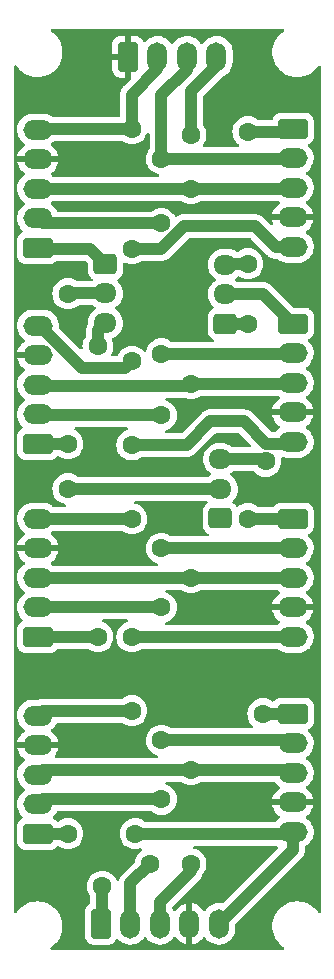
<source format=gbr>
%TF.GenerationSoftware,KiCad,Pcbnew,(6.0.0)*%
%TF.CreationDate,2022-05-13T11:59:05+02:00*%
%TF.ProjectId,carte fils araign_e,63617274-6520-4666-996c-732061726169,rev?*%
%TF.SameCoordinates,Original*%
%TF.FileFunction,Copper,L2,Bot*%
%TF.FilePolarity,Positive*%
%FSLAX46Y46*%
G04 Gerber Fmt 4.6, Leading zero omitted, Abs format (unit mm)*
G04 Created by KiCad (PCBNEW (6.0.0)) date 2022-05-13 11:59:05*
%MOMM*%
%LPD*%
G01*
G04 APERTURE LIST*
G04 Aperture macros list*
%AMRoundRect*
0 Rectangle with rounded corners*
0 $1 Rounding radius*
0 $2 $3 $4 $5 $6 $7 $8 $9 X,Y pos of 4 corners*
0 Add a 4 corners polygon primitive as box body*
4,1,4,$2,$3,$4,$5,$6,$7,$8,$9,$2,$3,0*
0 Add four circle primitives for the rounded corners*
1,1,$1+$1,$2,$3*
1,1,$1+$1,$4,$5*
1,1,$1+$1,$6,$7*
1,1,$1+$1,$8,$9*
0 Add four rect primitives between the rounded corners*
20,1,$1+$1,$2,$3,$4,$5,0*
20,1,$1+$1,$4,$5,$6,$7,0*
20,1,$1+$1,$6,$7,$8,$9,0*
20,1,$1+$1,$8,$9,$2,$3,0*%
G04 Aperture macros list end*
%TA.AperFunction,ComponentPad*%
%ADD10RoundRect,0.250000X-0.725000X0.600000X-0.725000X-0.600000X0.725000X-0.600000X0.725000X0.600000X0*%
%TD*%
%TA.AperFunction,ComponentPad*%
%ADD11O,1.950000X1.700000*%
%TD*%
%TA.AperFunction,ComponentPad*%
%ADD12RoundRect,0.250000X1.000000X-0.600000X1.000000X0.600000X-1.000000X0.600000X-1.000000X-0.600000X0*%
%TD*%
%TA.AperFunction,ComponentPad*%
%ADD13O,2.500000X1.700000*%
%TD*%
%TA.AperFunction,ComponentPad*%
%ADD14RoundRect,0.250000X-1.000000X0.600000X-1.000000X-0.600000X1.000000X-0.600000X1.000000X0.600000X0*%
%TD*%
%TA.AperFunction,ComponentPad*%
%ADD15RoundRect,0.250000X-0.600000X-1.000000X0.600000X-1.000000X0.600000X1.000000X-0.600000X1.000000X0*%
%TD*%
%TA.AperFunction,ComponentPad*%
%ADD16O,1.700000X2.500000*%
%TD*%
%TA.AperFunction,ComponentPad*%
%ADD17RoundRect,0.250000X0.725000X-0.600000X0.725000X0.600000X-0.725000X0.600000X-0.725000X-0.600000X0*%
%TD*%
%TA.AperFunction,ViaPad*%
%ADD18C,1.600000*%
%TD*%
%TA.AperFunction,Conductor*%
%ADD19C,1.000000*%
%TD*%
G04 APERTURE END LIST*
D10*
%TO.P,J5,1,Pin_1*%
%TO.N,Xshut9*%
X135255000Y-105410000D03*
D11*
%TO.P,J5,2,Pin_2*%
%TO.N,Xshut8*%
X135255000Y-107910000D03*
%TO.P,J5,3,Pin_3*%
%TO.N,Xshut7*%
X135255000Y-110410000D03*
%TD*%
D12*
%TO.P,J2,1,Pin_1*%
%TO.N,Xshut8*%
X129540000Y-120650000D03*
D13*
%TO.P,J2,2,Pin_2*%
%TO.N,I2C_SDA*%
X129540000Y-118150000D03*
%TO.P,J2,3,Pin_3*%
%TO.N,I2C_SCL*%
X129540000Y-115650000D03*
%TO.P,J2,4,Pin_4*%
%TO.N,GND*%
X129540000Y-113150000D03*
%TO.P,J2,5,Pin_5*%
%TO.N,+5V*%
X129540000Y-110650000D03*
%TD*%
D14*
%TO.P,J13,1,Pin_1*%
%TO.N,Xshut4*%
X151130000Y-143510000D03*
D13*
%TO.P,J13,2,Pin_2*%
%TO.N,I2C_SDA*%
X151130000Y-146010000D03*
%TO.P,J13,3,Pin_3*%
%TO.N,I2C_SCL*%
X151130000Y-148510000D03*
%TO.P,J13,4,Pin_4*%
%TO.N,GND*%
X151130000Y-151010000D03*
%TO.P,J13,5,Pin_5*%
%TO.N,+5V*%
X151130000Y-153510000D03*
%TD*%
D14*
%TO.P,J11,1,Pin_1*%
%TO.N,Xshut2*%
X151130000Y-110490000D03*
D13*
%TO.P,J11,2,Pin_2*%
%TO.N,I2C_SDA*%
X151130000Y-112990000D03*
%TO.P,J11,3,Pin_3*%
%TO.N,I2C_SCL*%
X151130000Y-115490000D03*
%TO.P,J11,4,Pin_4*%
%TO.N,GND*%
X151130000Y-117990000D03*
%TO.P,J11,5,Pin_5*%
%TO.N,+5V*%
X151130000Y-120490000D03*
%TD*%
D15*
%TO.P,J7,1,Pin_1*%
%TO.N,Xshut5*%
X134874000Y-161290000D03*
D16*
%TO.P,J7,2,Pin_2*%
%TO.N,I2C_SDA*%
X137374000Y-161290000D03*
%TO.P,J7,3,Pin_3*%
%TO.N,I2C_SCL*%
X139874000Y-161290000D03*
%TO.P,J7,4,Pin_4*%
%TO.N,GND*%
X142374000Y-161290000D03*
%TO.P,J7,5,Pin_5*%
%TO.N,+5V*%
X144874000Y-161290000D03*
%TD*%
D14*
%TO.P,J10,1,Pin_1*%
%TO.N,Xshut1*%
X151130000Y-93980000D03*
D13*
%TO.P,J10,2,Pin_2*%
%TO.N,I2C_SDA*%
X151130000Y-96480000D03*
%TO.P,J10,3,Pin_3*%
%TO.N,I2C_SCL*%
X151130000Y-98980000D03*
%TO.P,J10,4,Pin_4*%
%TO.N,GND*%
X151130000Y-101480000D03*
%TO.P,J10,5,Pin_5*%
%TO.N,+5V*%
X151130000Y-103980000D03*
%TD*%
D14*
%TO.P,J12,1,Pin_1*%
%TO.N,Xshut3*%
X151130000Y-127000000D03*
D13*
%TO.P,J12,2,Pin_2*%
%TO.N,I2C_SDA*%
X151130000Y-129500000D03*
%TO.P,J12,3,Pin_3*%
%TO.N,I2C_SCL*%
X151130000Y-132000000D03*
%TO.P,J12,4,Pin_4*%
%TO.N,GND*%
X151130000Y-134500000D03*
%TO.P,J12,5,Pin_5*%
%TO.N,+5V*%
X151130000Y-137000000D03*
%TD*%
D17*
%TO.P,J8,1,Pin_1*%
%TO.N,Xshut3*%
X145415000Y-110490000D03*
D11*
%TO.P,J8,2,Pin_2*%
%TO.N,Xshut2*%
X145415000Y-107990000D03*
%TO.P,J8,3,Pin_3*%
%TO.N,Xshut1*%
X145415000Y-105490000D03*
%TD*%
D17*
%TO.P,J6,1,Pin_1*%
%TO.N,Xshut5*%
X145000000Y-126960000D03*
D11*
%TO.P,J6,2,Pin_2*%
%TO.N,Xshut6*%
X145000000Y-124460000D03*
%TO.P,J6,3,Pin_3*%
%TO.N,Xshut4*%
X145000000Y-121960000D03*
%TD*%
D12*
%TO.P,J1,1,Pin_1*%
%TO.N,Xshut9*%
X129532500Y-104060000D03*
D13*
%TO.P,J1,2,Pin_2*%
%TO.N,I2C_SDA*%
X129532500Y-101560000D03*
%TO.P,J1,3,Pin_3*%
%TO.N,I2C_SCL*%
X129532500Y-99060000D03*
%TO.P,J1,4,Pin_4*%
%TO.N,GND*%
X129532500Y-96560000D03*
%TO.P,J1,5,Pin_5*%
%TO.N,+5V*%
X129532500Y-94060000D03*
%TD*%
D15*
%TO.P,J9,1,Pin_1*%
%TO.N,GND*%
X137160000Y-87884000D03*
D16*
%TO.P,J9,2,Pin_2*%
%TO.N,+5V*%
X139660000Y-87884000D03*
%TO.P,J9,3,Pin_3*%
%TO.N,I2C_SDA*%
X142160000Y-87884000D03*
%TO.P,J9,4,Pin_4*%
%TO.N,I2C_SCL*%
X144660000Y-87884000D03*
%TD*%
D12*
%TO.P,J4,1,Pin_1*%
%TO.N,Xshut6*%
X129540000Y-153670000D03*
D13*
%TO.P,J4,2,Pin_2*%
%TO.N,I2C_SDA*%
X129540000Y-151170000D03*
%TO.P,J4,3,Pin_3*%
%TO.N,I2C_SCL*%
X129540000Y-148670000D03*
%TO.P,J4,4,Pin_4*%
%TO.N,GND*%
X129540000Y-146170000D03*
%TO.P,J4,5,Pin_5*%
%TO.N,+5V*%
X129540000Y-143670000D03*
%TD*%
D12*
%TO.P,J3,1,Pin_1*%
%TO.N,Xshut7*%
X129540000Y-137000000D03*
D13*
%TO.P,J3,2,Pin_2*%
%TO.N,I2C_SDA*%
X129540000Y-134500000D03*
%TO.P,J3,3,Pin_3*%
%TO.N,I2C_SCL*%
X129540000Y-132000000D03*
%TO.P,J3,4,Pin_4*%
%TO.N,GND*%
X129540000Y-129500000D03*
%TO.P,J3,5,Pin_5*%
%TO.N,+5V*%
X129540000Y-127000000D03*
%TD*%
D18*
%TO.N,I2C_SDA*%
X140000000Y-145750000D03*
X140000000Y-150750000D03*
X140000000Y-113030000D03*
X140000000Y-118250000D03*
X140000000Y-96520000D03*
X140000000Y-102000000D03*
X140000000Y-129500000D03*
X139065000Y-156210000D03*
X140000000Y-134500000D03*
%TO.N,I2C_SCL*%
X142500000Y-94488000D03*
X142500000Y-99060000D03*
X142500000Y-148250000D03*
X142500000Y-132000000D03*
X142500000Y-156210000D03*
X142500000Y-115570000D03*
%TO.N,GND*%
X151500000Y-107000000D03*
X129000000Y-140000000D03*
X148000000Y-90000000D03*
X152000000Y-158000000D03*
X151500000Y-124000000D03*
X151500000Y-140500000D03*
X129000000Y-107000000D03*
X131000000Y-158000000D03*
X129500000Y-123500000D03*
X133500000Y-88500000D03*
%TO.N,+5V*%
X137500000Y-137000000D03*
X137500000Y-113665000D03*
X137500000Y-93980000D03*
X137500000Y-120750000D03*
X137795000Y-153670000D03*
X137500000Y-127000000D03*
X137500000Y-104140000D03*
X137500000Y-143250000D03*
%TO.N,Xshut8*%
X132080000Y-107950000D03*
X132080000Y-120650000D03*
%TO.N,Xshut7*%
X134620000Y-137000000D03*
X134620000Y-112395000D03*
%TO.N,Xshut6*%
X132080000Y-153670000D03*
X132080000Y-124460000D03*
%TO.N,Xshut5*%
X135000000Y-158115000D03*
%TO.N,Xshut4*%
X148590000Y-143510000D03*
X148824951Y-122147972D03*
%TO.N,Xshut3*%
X147320000Y-110490000D03*
X147320000Y-127000000D03*
%TO.N,Xshut1*%
X147320000Y-94234000D03*
X147320000Y-105410000D03*
%TD*%
D19*
%TO.N,Xshut9*%
X133985000Y-104140000D02*
X135255000Y-105410000D01*
X129532500Y-104060000D02*
X129612500Y-104140000D01*
X129612500Y-104140000D02*
X133985000Y-104140000D01*
%TO.N,I2C_SDA*%
X140000000Y-91140000D02*
X142160000Y-88980000D01*
X139040000Y-156210000D02*
X137374000Y-157876000D01*
X129640000Y-118250000D02*
X140000000Y-118250000D01*
X151130000Y-146010000D02*
X150870000Y-145750000D01*
X129540000Y-134500000D02*
X140000000Y-134500000D01*
X129540000Y-151170000D02*
X129960000Y-150750000D01*
X129532500Y-101560000D02*
X129972500Y-102000000D01*
X137374000Y-157876000D02*
X137374000Y-161290000D01*
X140000000Y-113030000D02*
X151130000Y-113030000D01*
X129960000Y-150750000D02*
X140000000Y-150750000D01*
X142160000Y-88980000D02*
X142160000Y-87884000D01*
X129972500Y-102000000D02*
X140000000Y-102000000D01*
X151130000Y-96480000D02*
X151090000Y-96520000D01*
X140000000Y-96520000D02*
X140000000Y-91140000D01*
X151090000Y-96520000D02*
X140000000Y-96520000D01*
X150870000Y-145750000D02*
X140000000Y-145750000D01*
X139065000Y-156210000D02*
X139040000Y-156210000D01*
X129540000Y-118150000D02*
X129640000Y-118250000D01*
X151130000Y-129500000D02*
X140000000Y-129500000D01*
%TO.N,I2C_SCL*%
X142500000Y-115570000D02*
X151050000Y-115570000D01*
X142500000Y-148250000D02*
X150870000Y-148250000D01*
X142500000Y-99060000D02*
X151050000Y-99060000D01*
X142500000Y-94488000D02*
X142500000Y-90805000D01*
X142500000Y-132000000D02*
X151130000Y-132000000D01*
X129639511Y-115749511D02*
X129540000Y-115650000D01*
X129960000Y-148250000D02*
X142500000Y-148250000D01*
X142500000Y-156210000D02*
X142500000Y-156845000D01*
X150870000Y-148250000D02*
X151130000Y-148510000D01*
X142500000Y-99060000D02*
X129532500Y-99060000D01*
X129540000Y-132000000D02*
X142500000Y-132000000D01*
X151050000Y-115570000D02*
X151130000Y-115490000D01*
X142500000Y-90805000D02*
X144660000Y-88645000D01*
X129540000Y-148670000D02*
X129960000Y-148250000D01*
X139874000Y-159471000D02*
X139874000Y-161290000D01*
X142500000Y-156845000D02*
X139874000Y-159471000D01*
X151050000Y-99060000D02*
X151130000Y-98980000D01*
X142320489Y-115749511D02*
X129639511Y-115749511D01*
X144660000Y-88645000D02*
X144660000Y-87884000D01*
X142500000Y-115570000D02*
X142320489Y-115749511D01*
%TO.N,+5V*%
X150970000Y-120650000D02*
X148892640Y-120650000D01*
X133300000Y-114250000D02*
X129700000Y-110650000D01*
X129540000Y-127000000D02*
X137500000Y-127000000D01*
X129612500Y-93980000D02*
X129532500Y-94060000D01*
X129540000Y-143670000D02*
X129960000Y-143250000D01*
X137500000Y-91100000D02*
X139660000Y-88940000D01*
X147955000Y-102235000D02*
X141885630Y-102235000D01*
X150970000Y-153670000D02*
X151130000Y-153510000D01*
X151130000Y-137000000D02*
X137500000Y-137000000D01*
X137795000Y-153670000D02*
X150970000Y-153670000D01*
X139980630Y-104140000D02*
X137500000Y-104140000D01*
X146987640Y-118745000D02*
X144145000Y-118745000D01*
X137500000Y-93980000D02*
X137500000Y-91100000D01*
X144145000Y-118745000D02*
X142140000Y-120750000D01*
X151130000Y-155034000D02*
X151130000Y-153510000D01*
X129960000Y-143250000D02*
X137500000Y-143250000D01*
X148892640Y-120650000D02*
X146987640Y-118745000D01*
X151130000Y-103980000D02*
X149700000Y-103980000D01*
X144874000Y-161290000D02*
X151130000Y-155034000D01*
X129700000Y-110650000D02*
X129540000Y-110650000D01*
X139660000Y-88940000D02*
X139660000Y-87884000D01*
X151130000Y-120490000D02*
X150970000Y-120650000D01*
X137500000Y-113665000D02*
X136915000Y-114250000D01*
X142140000Y-120750000D02*
X137500000Y-120750000D01*
X137500000Y-93980000D02*
X129612500Y-93980000D01*
X149700000Y-103980000D02*
X147955000Y-102235000D01*
X136915000Y-114250000D02*
X133300000Y-114250000D01*
X141885630Y-102235000D02*
X139980630Y-104140000D01*
%TO.N,Xshut8*%
X132120000Y-107910000D02*
X132080000Y-107950000D01*
X135255000Y-107910000D02*
X132120000Y-107910000D01*
X132080000Y-120650000D02*
X129540000Y-120650000D01*
%TO.N,Xshut7*%
X134620000Y-112395000D02*
X134620000Y-111045000D01*
X134620000Y-111045000D02*
X135255000Y-110410000D01*
X129540000Y-137000000D02*
X134620000Y-137000000D01*
%TO.N,Xshut6*%
X145000000Y-124460000D02*
X132080000Y-124460000D01*
X132080000Y-153670000D02*
X129540000Y-153670000D01*
%TO.N,Xshut5*%
X135000000Y-158115000D02*
X135000000Y-161164000D01*
X135000000Y-161164000D02*
X134874000Y-161290000D01*
%TO.N,Xshut4*%
X148824951Y-122147972D02*
X148636979Y-121960000D01*
X148590000Y-143510000D02*
X151130000Y-143510000D01*
X148636979Y-121960000D02*
X145000000Y-121960000D01*
%TO.N,Xshut3*%
X151130000Y-127000000D02*
X147320000Y-127000000D01*
X147320000Y-110490000D02*
X145415000Y-110490000D01*
%TO.N,Xshut2*%
X145415000Y-107990000D02*
X148630000Y-107990000D01*
X148630000Y-107990000D02*
X151130000Y-110490000D01*
%TO.N,Xshut1*%
X145495000Y-105410000D02*
X147240000Y-105410000D01*
X150876000Y-94234000D02*
X151130000Y-93980000D01*
X145415000Y-105490000D02*
X145495000Y-105410000D01*
X147320000Y-94234000D02*
X150876000Y-94234000D01*
%TD*%
%TA.AperFunction,Conductor*%
%TO.N,GND*%
G36*
X150337061Y-85528002D02*
G01*
X150383554Y-85581658D01*
X150393658Y-85651932D01*
X150364164Y-85716512D01*
X150341391Y-85737087D01*
X150169977Y-85857559D01*
X150154892Y-85871577D01*
X149991999Y-86022947D01*
X149959378Y-86053260D01*
X149777287Y-86275732D01*
X149627073Y-86520858D01*
X149511517Y-86784102D01*
X149510342Y-86788229D01*
X149510341Y-86788230D01*
X149498318Y-86830438D01*
X149432756Y-87060594D01*
X149392249Y-87345216D01*
X149392227Y-87349505D01*
X149392226Y-87349512D01*
X149390765Y-87628417D01*
X149390743Y-87632703D01*
X149428268Y-87917734D01*
X149504129Y-88195036D01*
X149616923Y-88459476D01*
X149691473Y-88584040D01*
X149721748Y-88634625D01*
X149764561Y-88706161D01*
X149944313Y-88930528D01*
X150152851Y-89128423D01*
X150386317Y-89296186D01*
X150390112Y-89298195D01*
X150390113Y-89298196D01*
X150411869Y-89309715D01*
X150640392Y-89430712D01*
X150664699Y-89439607D01*
X150889477Y-89521864D01*
X150910373Y-89529511D01*
X151191264Y-89590755D01*
X151219841Y-89593004D01*
X151414282Y-89608307D01*
X151414291Y-89608307D01*
X151416739Y-89608500D01*
X151572271Y-89608500D01*
X151574407Y-89608354D01*
X151574418Y-89608354D01*
X151782548Y-89594165D01*
X151782554Y-89594164D01*
X151786825Y-89593873D01*
X151791020Y-89593004D01*
X151791022Y-89593004D01*
X151998869Y-89549961D01*
X152068342Y-89535574D01*
X152339343Y-89439607D01*
X152594812Y-89307750D01*
X152598313Y-89305289D01*
X152598317Y-89305287D01*
X152747009Y-89200784D01*
X152830023Y-89142441D01*
X153040622Y-88946740D01*
X153222713Y-88724268D01*
X153224948Y-88720621D01*
X153224960Y-88720604D01*
X153258568Y-88665760D01*
X153311215Y-88618129D01*
X153381257Y-88606522D01*
X153446454Y-88634625D01*
X153486108Y-88693516D01*
X153492000Y-88731595D01*
X153492000Y-160266636D01*
X153471998Y-160334757D01*
X153418342Y-160381250D01*
X153348068Y-160391354D01*
X153283488Y-160361860D01*
X153257884Y-160331342D01*
X153237643Y-160297521D01*
X153237640Y-160297517D01*
X153235439Y-160293839D01*
X153055687Y-160069472D01*
X152915381Y-159936327D01*
X152850258Y-159874527D01*
X152850255Y-159874525D01*
X152847149Y-159871577D01*
X152649088Y-159729255D01*
X152617172Y-159706321D01*
X152617171Y-159706320D01*
X152613683Y-159703814D01*
X152591843Y-159692250D01*
X152568654Y-159679972D01*
X152359608Y-159569288D01*
X152206092Y-159513109D01*
X152093658Y-159471964D01*
X152093656Y-159471963D01*
X152089627Y-159470489D01*
X151808736Y-159409245D01*
X151777685Y-159406801D01*
X151585718Y-159391693D01*
X151585709Y-159391693D01*
X151583261Y-159391500D01*
X151427729Y-159391500D01*
X151425593Y-159391646D01*
X151425582Y-159391646D01*
X151217452Y-159405835D01*
X151217446Y-159405836D01*
X151213175Y-159406127D01*
X151208980Y-159406996D01*
X151208978Y-159406996D01*
X151072417Y-159435276D01*
X150931658Y-159464426D01*
X150660657Y-159560393D01*
X150615932Y-159583477D01*
X150453600Y-159667263D01*
X150405188Y-159692250D01*
X150401687Y-159694711D01*
X150401683Y-159694713D01*
X150320478Y-159751785D01*
X150169977Y-159857559D01*
X150154892Y-159871577D01*
X149982117Y-160032130D01*
X149959378Y-160053260D01*
X149777287Y-160275732D01*
X149627073Y-160520858D01*
X149511517Y-160784102D01*
X149510342Y-160788229D01*
X149510341Y-160788230D01*
X149472137Y-160922348D01*
X149432756Y-161060594D01*
X149429672Y-161082266D01*
X149395720Y-161320830D01*
X149392249Y-161345216D01*
X149392227Y-161349505D01*
X149392226Y-161349512D01*
X149391910Y-161409925D01*
X149390743Y-161632703D01*
X149428268Y-161917734D01*
X149504129Y-162195036D01*
X149505813Y-162198984D01*
X149611246Y-162446166D01*
X149616923Y-162459476D01*
X149628693Y-162479142D01*
X149727163Y-162643673D01*
X149764561Y-162706161D01*
X149944313Y-162930528D01*
X150152851Y-163128423D01*
X150329211Y-163255151D01*
X150341078Y-163263678D01*
X150384726Y-163319672D01*
X150391172Y-163390376D01*
X150358369Y-163453340D01*
X150296733Y-163488574D01*
X150267552Y-163492000D01*
X130731060Y-163492000D01*
X130662939Y-163471998D01*
X130616446Y-163418342D01*
X130606342Y-163348068D01*
X130635836Y-163283488D01*
X130658609Y-163262913D01*
X130730670Y-163212268D01*
X130830023Y-163142441D01*
X130936766Y-163043249D01*
X131037479Y-162949661D01*
X131037481Y-162949658D01*
X131040622Y-162946740D01*
X131222713Y-162724268D01*
X131372927Y-162479142D01*
X131384533Y-162452704D01*
X131433831Y-162340400D01*
X133515500Y-162340400D01*
X133515837Y-162343646D01*
X133515837Y-162343650D01*
X133524875Y-162430752D01*
X133526474Y-162446166D01*
X133528655Y-162452702D01*
X133528655Y-162452704D01*
X133560405Y-162547870D01*
X133582450Y-162613946D01*
X133675522Y-162764348D01*
X133800697Y-162889305D01*
X133806927Y-162893145D01*
X133806928Y-162893146D01*
X133944090Y-162977694D01*
X133951262Y-162982115D01*
X133986938Y-162993948D01*
X134112611Y-163035632D01*
X134112613Y-163035632D01*
X134119139Y-163037797D01*
X134125975Y-163038497D01*
X134125978Y-163038498D01*
X134161663Y-163042154D01*
X134223600Y-163048500D01*
X135524400Y-163048500D01*
X135527646Y-163048163D01*
X135527650Y-163048163D01*
X135623308Y-163038238D01*
X135623312Y-163038237D01*
X135630166Y-163037526D01*
X135636702Y-163035345D01*
X135636704Y-163035345D01*
X135768806Y-162991272D01*
X135797946Y-162981550D01*
X135948348Y-162888478D01*
X136073305Y-162763303D01*
X136163081Y-162617660D01*
X136215852Y-162570168D01*
X136285924Y-162558744D01*
X136351048Y-162587018D01*
X136361510Y-162596805D01*
X136403215Y-162640523D01*
X136470576Y-162711135D01*
X136655542Y-162848754D01*
X136660293Y-162851170D01*
X136660297Y-162851172D01*
X136741254Y-162892332D01*
X136861051Y-162953240D01*
X136866145Y-162954822D01*
X136866148Y-162954823D01*
X137031583Y-163006192D01*
X137081227Y-163021607D01*
X137086516Y-163022308D01*
X137304489Y-163051198D01*
X137304494Y-163051198D01*
X137309774Y-163051898D01*
X137315103Y-163051698D01*
X137315105Y-163051698D01*
X137424966Y-163047574D01*
X137540158Y-163043249D01*
X137562802Y-163038498D01*
X137760572Y-162997002D01*
X137765791Y-162995907D01*
X137770750Y-162993949D01*
X137770752Y-162993948D01*
X137975256Y-162913185D01*
X137975258Y-162913184D01*
X137980221Y-162911224D01*
X137985525Y-162908006D01*
X138172757Y-162794390D01*
X138172756Y-162794390D01*
X138177317Y-162791623D01*
X138217134Y-162757072D01*
X138347412Y-162644023D01*
X138347414Y-162644021D01*
X138351445Y-162640523D01*
X138418500Y-162558744D01*
X138494240Y-162466373D01*
X138494244Y-162466367D01*
X138497624Y-162462245D01*
X138515552Y-162430750D01*
X138566632Y-162381445D01*
X138636262Y-162367583D01*
X138702333Y-162393566D01*
X138729573Y-162422716D01*
X138734983Y-162430752D01*
X138811441Y-162544319D01*
X138970576Y-162711135D01*
X139155542Y-162848754D01*
X139160293Y-162851170D01*
X139160297Y-162851172D01*
X139241254Y-162892332D01*
X139361051Y-162953240D01*
X139366145Y-162954822D01*
X139366148Y-162954823D01*
X139531583Y-163006192D01*
X139581227Y-163021607D01*
X139586516Y-163022308D01*
X139804489Y-163051198D01*
X139804494Y-163051198D01*
X139809774Y-163051898D01*
X139815103Y-163051698D01*
X139815105Y-163051698D01*
X139924966Y-163047574D01*
X140040158Y-163043249D01*
X140062802Y-163038498D01*
X140260572Y-162997002D01*
X140265791Y-162995907D01*
X140270750Y-162993949D01*
X140270752Y-162993948D01*
X140475256Y-162913185D01*
X140475258Y-162913184D01*
X140480221Y-162911224D01*
X140485525Y-162908006D01*
X140672757Y-162794390D01*
X140672756Y-162794390D01*
X140677317Y-162791623D01*
X140717134Y-162757072D01*
X140847412Y-162644023D01*
X140847414Y-162644021D01*
X140851445Y-162640523D01*
X140918500Y-162558744D01*
X140994240Y-162466373D01*
X140994244Y-162466367D01*
X140997624Y-162462245D01*
X141010681Y-162439308D01*
X141015829Y-162430265D01*
X141066912Y-162380959D01*
X141136542Y-162367098D01*
X141202613Y-162393082D01*
X141229851Y-162422232D01*
X141308852Y-162539578D01*
X141315519Y-162547870D01*
X141467228Y-162706900D01*
X141475186Y-162713941D01*
X141651525Y-162845141D01*
X141660562Y-162850745D01*
X141856484Y-162950357D01*
X141866335Y-162954357D01*
X142076240Y-163019534D01*
X142086624Y-163021817D01*
X142102043Y-163023861D01*
X142116207Y-163021665D01*
X142120000Y-163008478D01*
X142120000Y-159573808D01*
X142116027Y-159560277D01*
X142105420Y-159558752D01*
X141987579Y-159583477D01*
X141977383Y-159586537D01*
X141772971Y-159667263D01*
X141763439Y-159671994D01*
X141575538Y-159786016D01*
X141566948Y-159792280D01*
X141400948Y-159936327D01*
X141393528Y-159943958D01*
X141254174Y-160113911D01*
X141248152Y-160122674D01*
X141232762Y-160149711D01*
X141181680Y-160199018D01*
X141112049Y-160212880D01*
X141045978Y-160186897D01*
X141018739Y-160157747D01*
X140939542Y-160040111D01*
X140939539Y-160040107D01*
X140936559Y-160035681D01*
X140923370Y-160021856D01*
X140890823Y-159958763D01*
X140897554Y-159888086D01*
X140925445Y-159845790D01*
X143169379Y-157601855D01*
X143179522Y-157592753D01*
X143204218Y-157572897D01*
X143209025Y-157569032D01*
X143241292Y-157530578D01*
X143244472Y-157526931D01*
X143246115Y-157525119D01*
X143248309Y-157522925D01*
X143275642Y-157489651D01*
X143276348Y-157488800D01*
X143277149Y-157487846D01*
X143336154Y-157417526D01*
X143338722Y-157412856D01*
X143342103Y-157408739D01*
X143386015Y-157326842D01*
X143386624Y-157325720D01*
X143428466Y-157249611D01*
X143428468Y-157249606D01*
X143431433Y-157244213D01*
X143433044Y-157239135D01*
X143435563Y-157234437D01*
X143462753Y-157145502D01*
X143463136Y-157144272D01*
X143475689Y-157104701D01*
X143499273Y-157061805D01*
X143502301Y-157058197D01*
X143506198Y-157054300D01*
X143637523Y-156866749D01*
X143639846Y-156861767D01*
X143639849Y-156861762D01*
X143731961Y-156664225D01*
X143731961Y-156664224D01*
X143734284Y-156659243D01*
X143793543Y-156438087D01*
X143813498Y-156210000D01*
X143793543Y-155981913D01*
X143734284Y-155760757D01*
X143715083Y-155719579D01*
X143639849Y-155558238D01*
X143639846Y-155558233D01*
X143637523Y-155553251D01*
X143506198Y-155365700D01*
X143344300Y-155203802D01*
X143339792Y-155200645D01*
X143339789Y-155200643D01*
X143251332Y-155138705D01*
X143156749Y-155072477D01*
X143151767Y-155070154D01*
X143151762Y-155070151D01*
X142954225Y-154978039D01*
X142954224Y-154978039D01*
X142949243Y-154975716D01*
X142943935Y-154974294D01*
X142943933Y-154974293D01*
X142764474Y-154926207D01*
X142703851Y-154889255D01*
X142672830Y-154825394D01*
X142681258Y-154754900D01*
X142726461Y-154700153D01*
X142797085Y-154678500D01*
X149755075Y-154678500D01*
X149823196Y-154698502D01*
X149869689Y-154752158D01*
X149879793Y-154822432D01*
X149850299Y-154887012D01*
X149844170Y-154893595D01*
X145221883Y-159515882D01*
X145159571Y-159549908D01*
X145116236Y-159551695D01*
X145011745Y-159537846D01*
X144943510Y-159528802D01*
X144943506Y-159528802D01*
X144938226Y-159528102D01*
X144932897Y-159528302D01*
X144932895Y-159528302D01*
X144823034Y-159532427D01*
X144707842Y-159536751D01*
X144702623Y-159537846D01*
X144615438Y-159556139D01*
X144482209Y-159584093D01*
X144477250Y-159586051D01*
X144477248Y-159586052D01*
X144272744Y-159666815D01*
X144272742Y-159666816D01*
X144267779Y-159668776D01*
X144263220Y-159671543D01*
X144263217Y-159671544D01*
X144210038Y-159703814D01*
X144070683Y-159788377D01*
X144066653Y-159791874D01*
X143909144Y-159928553D01*
X143896555Y-159939477D01*
X143879134Y-159960724D01*
X143753760Y-160113627D01*
X143753756Y-160113633D01*
X143750376Y-160117755D01*
X143747738Y-160122390D01*
X143747733Y-160122398D01*
X143732171Y-160149735D01*
X143681088Y-160199041D01*
X143611458Y-160212902D01*
X143545387Y-160186918D01*
X143518149Y-160157768D01*
X143439148Y-160040422D01*
X143432481Y-160032130D01*
X143280772Y-159873100D01*
X143272814Y-159866059D01*
X143096475Y-159734859D01*
X143087438Y-159729255D01*
X142891516Y-159629643D01*
X142881665Y-159625643D01*
X142671760Y-159560466D01*
X142661376Y-159558183D01*
X142645957Y-159556139D01*
X142631793Y-159558335D01*
X142628000Y-159571522D01*
X142628000Y-163006192D01*
X142631973Y-163019723D01*
X142642580Y-163021248D01*
X142760421Y-162996523D01*
X142770617Y-162993463D01*
X142975029Y-162912737D01*
X142984561Y-162908006D01*
X143172462Y-162793984D01*
X143181052Y-162787720D01*
X143347052Y-162643673D01*
X143354472Y-162636042D01*
X143493826Y-162466089D01*
X143499848Y-162457326D01*
X143515238Y-162430289D01*
X143566320Y-162380982D01*
X143635951Y-162367120D01*
X143702022Y-162393103D01*
X143729261Y-162422253D01*
X143758773Y-162466089D01*
X143811441Y-162544319D01*
X143970576Y-162711135D01*
X144155542Y-162848754D01*
X144160293Y-162851170D01*
X144160297Y-162851172D01*
X144241254Y-162892332D01*
X144361051Y-162953240D01*
X144366145Y-162954822D01*
X144366148Y-162954823D01*
X144531583Y-163006192D01*
X144581227Y-163021607D01*
X144586516Y-163022308D01*
X144804489Y-163051198D01*
X144804494Y-163051198D01*
X144809774Y-163051898D01*
X144815103Y-163051698D01*
X144815105Y-163051698D01*
X144924966Y-163047574D01*
X145040158Y-163043249D01*
X145062802Y-163038498D01*
X145260572Y-162997002D01*
X145265791Y-162995907D01*
X145270750Y-162993949D01*
X145270752Y-162993948D01*
X145475256Y-162913185D01*
X145475258Y-162913184D01*
X145480221Y-162911224D01*
X145485525Y-162908006D01*
X145672757Y-162794390D01*
X145672756Y-162794390D01*
X145677317Y-162791623D01*
X145717134Y-162757072D01*
X145847412Y-162644023D01*
X145847414Y-162644021D01*
X145851445Y-162640523D01*
X145918500Y-162558744D01*
X145994240Y-162466373D01*
X145994244Y-162466367D01*
X145997624Y-162462245D01*
X146015815Y-162430289D01*
X146109032Y-162266529D01*
X146111675Y-162261886D01*
X146190337Y-162045175D01*
X146198506Y-162000000D01*
X146230623Y-161822392D01*
X146230624Y-161822385D01*
X146231361Y-161818308D01*
X146232500Y-161794156D01*
X146232500Y-161409925D01*
X146252502Y-161341804D01*
X146269405Y-161320830D01*
X151799379Y-155790855D01*
X151809522Y-155781753D01*
X151834218Y-155761897D01*
X151839025Y-155758032D01*
X151871292Y-155719578D01*
X151874472Y-155715931D01*
X151876115Y-155714119D01*
X151878309Y-155711925D01*
X151905642Y-155678651D01*
X151906348Y-155677800D01*
X151962195Y-155611244D01*
X151966154Y-155606526D01*
X151968722Y-155601856D01*
X151972103Y-155597739D01*
X152015977Y-155515914D01*
X152016606Y-155514755D01*
X152058462Y-155438619D01*
X152058465Y-155438611D01*
X152061433Y-155433213D01*
X152063045Y-155428131D01*
X152065562Y-155423437D01*
X152092762Y-155334469D01*
X152093108Y-155333358D01*
X152119373Y-155250563D01*
X152121235Y-155244694D01*
X152121829Y-155239398D01*
X152123387Y-155234302D01*
X152132790Y-155141743D01*
X152132911Y-155140607D01*
X152138500Y-155090773D01*
X152138500Y-155087246D01*
X152138555Y-155086261D01*
X152139002Y-155080581D01*
X152143374Y-155037538D01*
X152139059Y-154991891D01*
X152138500Y-154980033D01*
X152138500Y-154805120D01*
X152158502Y-154736999D01*
X152194133Y-154700600D01*
X152343298Y-154600176D01*
X152384319Y-154572559D01*
X152551135Y-154413424D01*
X152688754Y-154228458D01*
X152793240Y-154022949D01*
X152861607Y-153802773D01*
X152878479Y-153675475D01*
X152891198Y-153579511D01*
X152891198Y-153579506D01*
X152891898Y-153574226D01*
X152883249Y-153343842D01*
X152835907Y-153118209D01*
X152796964Y-153019600D01*
X152753185Y-152908744D01*
X152753184Y-152908742D01*
X152751224Y-152903779D01*
X152703845Y-152825700D01*
X152634390Y-152711243D01*
X152631623Y-152706683D01*
X152544755Y-152606576D01*
X152484023Y-152536588D01*
X152484021Y-152536586D01*
X152480523Y-152532555D01*
X152406088Y-152471522D01*
X152306373Y-152389760D01*
X152306367Y-152389756D01*
X152302245Y-152386376D01*
X152297602Y-152383733D01*
X152270265Y-152368171D01*
X152220959Y-152317088D01*
X152207098Y-152247458D01*
X152233082Y-152181387D01*
X152262232Y-152154149D01*
X152379578Y-152075148D01*
X152387870Y-152068481D01*
X152546900Y-151916772D01*
X152553941Y-151908814D01*
X152685141Y-151732475D01*
X152690745Y-151723438D01*
X152790357Y-151527516D01*
X152794357Y-151517665D01*
X152859534Y-151307760D01*
X152861817Y-151297376D01*
X152863861Y-151281957D01*
X152861665Y-151267793D01*
X152848478Y-151264000D01*
X149413808Y-151264000D01*
X149400277Y-151267973D01*
X149398752Y-151278580D01*
X149423477Y-151396421D01*
X149426537Y-151406617D01*
X149507263Y-151611029D01*
X149511994Y-151620561D01*
X149626016Y-151808462D01*
X149632280Y-151817052D01*
X149776327Y-151983052D01*
X149783958Y-151990472D01*
X149953911Y-152129826D01*
X149962674Y-152135848D01*
X149989711Y-152151238D01*
X150039018Y-152202320D01*
X150052880Y-152271951D01*
X150026897Y-152338022D01*
X149997747Y-152365261D01*
X149995093Y-152367048D01*
X149875681Y-152447441D01*
X149871824Y-152451120D01*
X149871822Y-152451122D01*
X149802464Y-152517287D01*
X149708865Y-152606576D01*
X149705681Y-152610855D01*
X149702146Y-152614851D01*
X149701294Y-152614097D01*
X149649077Y-152653426D01*
X149604698Y-152661500D01*
X138675740Y-152661500D01*
X138603469Y-152638713D01*
X138552363Y-152602928D01*
X138451749Y-152532477D01*
X138446767Y-152530154D01*
X138446762Y-152530151D01*
X138249225Y-152438039D01*
X138249224Y-152438039D01*
X138244243Y-152435716D01*
X138238935Y-152434294D01*
X138238933Y-152434293D01*
X138028402Y-152377881D01*
X138028400Y-152377881D01*
X138023087Y-152376457D01*
X137795000Y-152356502D01*
X137566913Y-152376457D01*
X137561600Y-152377881D01*
X137561598Y-152377881D01*
X137351067Y-152434293D01*
X137351065Y-152434294D01*
X137345757Y-152435716D01*
X137340776Y-152438039D01*
X137340775Y-152438039D01*
X137143238Y-152530151D01*
X137143233Y-152530154D01*
X137138251Y-152532477D01*
X137048028Y-152595652D01*
X136955211Y-152660643D01*
X136955208Y-152660645D01*
X136950700Y-152663802D01*
X136788802Y-152825700D01*
X136657477Y-153013251D01*
X136655154Y-153018233D01*
X136655151Y-153018238D01*
X136606101Y-153123428D01*
X136560716Y-153220757D01*
X136501457Y-153441913D01*
X136481502Y-153670000D01*
X136501457Y-153898087D01*
X136560716Y-154119243D01*
X136563039Y-154124224D01*
X136563039Y-154124225D01*
X136655151Y-154321762D01*
X136655154Y-154321767D01*
X136657477Y-154326749D01*
X136788802Y-154514300D01*
X136950700Y-154676198D01*
X136955208Y-154679355D01*
X136955211Y-154679357D01*
X136996726Y-154708426D01*
X137138251Y-154807523D01*
X137143233Y-154809846D01*
X137143238Y-154809849D01*
X137313527Y-154889255D01*
X137345757Y-154904284D01*
X137351065Y-154905706D01*
X137351067Y-154905707D01*
X137561598Y-154962119D01*
X137561600Y-154962119D01*
X137566913Y-154963543D01*
X137795000Y-154983498D01*
X138023087Y-154963543D01*
X138028400Y-154962119D01*
X138028402Y-154962119D01*
X138208786Y-154913785D01*
X138279762Y-154915475D01*
X138338558Y-154955269D01*
X138366506Y-155020533D01*
X138354733Y-155090547D01*
X138313668Y-155138705D01*
X138225211Y-155200643D01*
X138225208Y-155200645D01*
X138220700Y-155203802D01*
X138058802Y-155365700D01*
X137927477Y-155553251D01*
X137925154Y-155558233D01*
X137925151Y-155558238D01*
X137849917Y-155719579D01*
X137830716Y-155760757D01*
X137771457Y-155981913D01*
X137770978Y-155987393D01*
X137768705Y-156013372D01*
X137742842Y-156079491D01*
X137732279Y-156091487D01*
X136704621Y-157119145D01*
X136694478Y-157128247D01*
X136664975Y-157151968D01*
X136661008Y-157156696D01*
X136632709Y-157190421D01*
X136629528Y-157194069D01*
X136627885Y-157195881D01*
X136625691Y-157198075D01*
X136598358Y-157231349D01*
X136597696Y-157232147D01*
X136537846Y-157303474D01*
X136535278Y-157308144D01*
X136531897Y-157312261D01*
X136514683Y-157344366D01*
X136488023Y-157394086D01*
X136487394Y-157395245D01*
X136445538Y-157471381D01*
X136445535Y-157471389D01*
X136442567Y-157476787D01*
X136440955Y-157481869D01*
X136438438Y-157486563D01*
X136420470Y-157545334D01*
X136381427Y-157604627D01*
X136316523Y-157633402D01*
X136246366Y-157622519D01*
X136193230Y-157575433D01*
X136185782Y-157561743D01*
X136139849Y-157463238D01*
X136139846Y-157463233D01*
X136137523Y-157458251D01*
X136039102Y-157317691D01*
X136009357Y-157275211D01*
X136009355Y-157275208D01*
X136006198Y-157270700D01*
X135844300Y-157108802D01*
X135839792Y-157105645D01*
X135839789Y-157105643D01*
X135760021Y-157049789D01*
X135656749Y-156977477D01*
X135651767Y-156975154D01*
X135651762Y-156975151D01*
X135454225Y-156883039D01*
X135454224Y-156883039D01*
X135449243Y-156880716D01*
X135443935Y-156879294D01*
X135443933Y-156879293D01*
X135233402Y-156822881D01*
X135233400Y-156822881D01*
X135228087Y-156821457D01*
X135000000Y-156801502D01*
X134771913Y-156821457D01*
X134766600Y-156822881D01*
X134766598Y-156822881D01*
X134556067Y-156879293D01*
X134556065Y-156879294D01*
X134550757Y-156880716D01*
X134545776Y-156883039D01*
X134545775Y-156883039D01*
X134348238Y-156975151D01*
X134348233Y-156975154D01*
X134343251Y-156977477D01*
X134239979Y-157049789D01*
X134160211Y-157105643D01*
X134160208Y-157105645D01*
X134155700Y-157108802D01*
X133993802Y-157270700D01*
X133990645Y-157275208D01*
X133990643Y-157275211D01*
X133960898Y-157317691D01*
X133862477Y-157458251D01*
X133860154Y-157463233D01*
X133860151Y-157463238D01*
X133795514Y-157601855D01*
X133765716Y-157665757D01*
X133764294Y-157671065D01*
X133764293Y-157671067D01*
X133723186Y-157824479D01*
X133706457Y-157886913D01*
X133686502Y-158115000D01*
X133706457Y-158343087D01*
X133765716Y-158564243D01*
X133768039Y-158569224D01*
X133768039Y-158569225D01*
X133860151Y-158766762D01*
X133860154Y-158766767D01*
X133862477Y-158771749D01*
X133914318Y-158845785D01*
X133968713Y-158923469D01*
X133991500Y-158995740D01*
X133991500Y-159502600D01*
X133971498Y-159570721D01*
X133931803Y-159609744D01*
X133799652Y-159691522D01*
X133674695Y-159816697D01*
X133670855Y-159822927D01*
X133670854Y-159822928D01*
X133596466Y-159943608D01*
X133581885Y-159967262D01*
X133570887Y-160000420D01*
X133530432Y-160122390D01*
X133526203Y-160135139D01*
X133525503Y-160141975D01*
X133525502Y-160141978D01*
X133523884Y-160157768D01*
X133515500Y-160239600D01*
X133515500Y-162340400D01*
X131433831Y-162340400D01*
X131486757Y-162219830D01*
X131488483Y-162215898D01*
X131567244Y-161939406D01*
X131607751Y-161654784D01*
X131607845Y-161636951D01*
X131609235Y-161371583D01*
X131609235Y-161371576D01*
X131609257Y-161367297D01*
X131571732Y-161082266D01*
X131495871Y-160804964D01*
X131383077Y-160540524D01*
X131288125Y-160381871D01*
X131237643Y-160297521D01*
X131237640Y-160297517D01*
X131235439Y-160293839D01*
X131055687Y-160069472D01*
X130915381Y-159936327D01*
X130850258Y-159874527D01*
X130850255Y-159874525D01*
X130847149Y-159871577D01*
X130649088Y-159729255D01*
X130617172Y-159706321D01*
X130617171Y-159706320D01*
X130613683Y-159703814D01*
X130591843Y-159692250D01*
X130568654Y-159679972D01*
X130359608Y-159569288D01*
X130206092Y-159513109D01*
X130093658Y-159471964D01*
X130093656Y-159471963D01*
X130089627Y-159470489D01*
X129808736Y-159409245D01*
X129777685Y-159406801D01*
X129585718Y-159391693D01*
X129585709Y-159391693D01*
X129583261Y-159391500D01*
X129427729Y-159391500D01*
X129425593Y-159391646D01*
X129425582Y-159391646D01*
X129217452Y-159405835D01*
X129217446Y-159405836D01*
X129213175Y-159406127D01*
X129208980Y-159406996D01*
X129208978Y-159406996D01*
X129072417Y-159435276D01*
X128931658Y-159464426D01*
X128660657Y-159560393D01*
X128615932Y-159583477D01*
X128453600Y-159667263D01*
X128405188Y-159692250D01*
X128401687Y-159694711D01*
X128401683Y-159694713D01*
X128320478Y-159751785D01*
X128169977Y-159857559D01*
X128154892Y-159871577D01*
X127982117Y-160032130D01*
X127959378Y-160053260D01*
X127777287Y-160275732D01*
X127775052Y-160279379D01*
X127775040Y-160279396D01*
X127741432Y-160334240D01*
X127688785Y-160381871D01*
X127618743Y-160393478D01*
X127553546Y-160365375D01*
X127513892Y-160306484D01*
X127508000Y-160268405D01*
X127508000Y-151105774D01*
X127778102Y-151105774D01*
X127786751Y-151336158D01*
X127834093Y-151561791D01*
X127836051Y-151566750D01*
X127836052Y-151566752D01*
X127911778Y-151758500D01*
X127918776Y-151776221D01*
X128038377Y-151973317D01*
X128041874Y-151977347D01*
X128179414Y-152135848D01*
X128189477Y-152147445D01*
X128225120Y-152176670D01*
X128265114Y-152235329D01*
X128267046Y-152306299D01*
X128230302Y-152367048D01*
X128211532Y-152381248D01*
X128119760Y-152438039D01*
X128065652Y-152471522D01*
X127940695Y-152596697D01*
X127936855Y-152602927D01*
X127936854Y-152602928D01*
X127870088Y-152711243D01*
X127847885Y-152747262D01*
X127792203Y-152915139D01*
X127781500Y-153019600D01*
X127781500Y-154320400D01*
X127781837Y-154323646D01*
X127781837Y-154323650D01*
X127791534Y-154417103D01*
X127792474Y-154426166D01*
X127848450Y-154593946D01*
X127941522Y-154744348D01*
X128066697Y-154869305D01*
X128072927Y-154873145D01*
X128072928Y-154873146D01*
X128210090Y-154957694D01*
X128217262Y-154962115D01*
X128280286Y-154983019D01*
X128378611Y-155015632D01*
X128378613Y-155015632D01*
X128385139Y-155017797D01*
X128391975Y-155018497D01*
X128391978Y-155018498D01*
X128435031Y-155022909D01*
X128489600Y-155028500D01*
X130590400Y-155028500D01*
X130593646Y-155028163D01*
X130593650Y-155028163D01*
X130689308Y-155018238D01*
X130689312Y-155018237D01*
X130696166Y-155017526D01*
X130702702Y-155015345D01*
X130702704Y-155015345D01*
X130855029Y-154964525D01*
X130863946Y-154961550D01*
X131014348Y-154868478D01*
X131139305Y-154743303D01*
X131140451Y-154744447D01*
X131191254Y-154708426D01*
X131262177Y-154705192D01*
X131304492Y-154724366D01*
X131423251Y-154807523D01*
X131428233Y-154809846D01*
X131428238Y-154809849D01*
X131598527Y-154889255D01*
X131630757Y-154904284D01*
X131636065Y-154905706D01*
X131636067Y-154905707D01*
X131846598Y-154962119D01*
X131846600Y-154962119D01*
X131851913Y-154963543D01*
X132080000Y-154983498D01*
X132308087Y-154963543D01*
X132313400Y-154962119D01*
X132313402Y-154962119D01*
X132523933Y-154905707D01*
X132523935Y-154905706D01*
X132529243Y-154904284D01*
X132561473Y-154889255D01*
X132731762Y-154809849D01*
X132731767Y-154809846D01*
X132736749Y-154807523D01*
X132878274Y-154708426D01*
X132919789Y-154679357D01*
X132919792Y-154679355D01*
X132924300Y-154676198D01*
X133086198Y-154514300D01*
X133217523Y-154326749D01*
X133219846Y-154321767D01*
X133219849Y-154321762D01*
X133311961Y-154124225D01*
X133311961Y-154124224D01*
X133314284Y-154119243D01*
X133373543Y-153898087D01*
X133393498Y-153670000D01*
X133373543Y-153441913D01*
X133314284Y-153220757D01*
X133268899Y-153123428D01*
X133219849Y-153018238D01*
X133219846Y-153018233D01*
X133217523Y-153013251D01*
X133086198Y-152825700D01*
X132924300Y-152663802D01*
X132919792Y-152660645D01*
X132919789Y-152660643D01*
X132826972Y-152595652D01*
X132736749Y-152532477D01*
X132731767Y-152530154D01*
X132731762Y-152530151D01*
X132534225Y-152438039D01*
X132534224Y-152438039D01*
X132529243Y-152435716D01*
X132523935Y-152434294D01*
X132523933Y-152434293D01*
X132313402Y-152377881D01*
X132313400Y-152377881D01*
X132308087Y-152376457D01*
X132080000Y-152356502D01*
X131851913Y-152376457D01*
X131846600Y-152377881D01*
X131846598Y-152377881D01*
X131636067Y-152434293D01*
X131636065Y-152434294D01*
X131630757Y-152435716D01*
X131625776Y-152438039D01*
X131625775Y-152438039D01*
X131428238Y-152530151D01*
X131428233Y-152530154D01*
X131423251Y-152532477D01*
X131304480Y-152615642D01*
X131237208Y-152638329D01*
X131168348Y-152621044D01*
X131138798Y-152595331D01*
X131138478Y-152595652D01*
X131133803Y-152590985D01*
X131133802Y-152590984D01*
X131013303Y-152470695D01*
X130867660Y-152380919D01*
X130820168Y-152328148D01*
X130808744Y-152258076D01*
X130837018Y-152192952D01*
X130846805Y-152182490D01*
X130957278Y-152077103D01*
X130961135Y-152073424D01*
X131098754Y-151888458D01*
X131129800Y-151827395D01*
X131178503Y-151775737D01*
X131242117Y-151758500D01*
X139119260Y-151758500D01*
X139191531Y-151781287D01*
X139343251Y-151887523D01*
X139348233Y-151889846D01*
X139348238Y-151889849D01*
X139517459Y-151968757D01*
X139550757Y-151984284D01*
X139556065Y-151985706D01*
X139556067Y-151985707D01*
X139766598Y-152042119D01*
X139766600Y-152042119D01*
X139771913Y-152043543D01*
X140000000Y-152063498D01*
X140228087Y-152043543D01*
X140233400Y-152042119D01*
X140233402Y-152042119D01*
X140443933Y-151985707D01*
X140443935Y-151985706D01*
X140449243Y-151984284D01*
X140482541Y-151968757D01*
X140651762Y-151889849D01*
X140651767Y-151889846D01*
X140656749Y-151887523D01*
X140761611Y-151814098D01*
X140839789Y-151759357D01*
X140839792Y-151759355D01*
X140844300Y-151756198D01*
X141006198Y-151594300D01*
X141025488Y-151566752D01*
X141134366Y-151411257D01*
X141137523Y-151406749D01*
X141139846Y-151401767D01*
X141139849Y-151401762D01*
X141231961Y-151204225D01*
X141231961Y-151204224D01*
X141234284Y-151199243D01*
X141293543Y-150978087D01*
X141313498Y-150750000D01*
X141293543Y-150521913D01*
X141288297Y-150502335D01*
X141235707Y-150306067D01*
X141235706Y-150306065D01*
X141234284Y-150300757D01*
X141192681Y-150211538D01*
X141139849Y-150098238D01*
X141139846Y-150098233D01*
X141137523Y-150093251D01*
X141024797Y-149932262D01*
X141009357Y-149910211D01*
X141009355Y-149910208D01*
X141006198Y-149905700D01*
X140844300Y-149743802D01*
X140839792Y-149740645D01*
X140839789Y-149740643D01*
X140706688Y-149647445D01*
X140656749Y-149612477D01*
X140651767Y-149610154D01*
X140651762Y-149610151D01*
X140454225Y-149518039D01*
X140454224Y-149518039D01*
X140449243Y-149515716D01*
X140443935Y-149514294D01*
X140443933Y-149514293D01*
X140413755Y-149506207D01*
X140353132Y-149469255D01*
X140322111Y-149405395D01*
X140330539Y-149334900D01*
X140375742Y-149280153D01*
X140446366Y-149258500D01*
X141619260Y-149258500D01*
X141691531Y-149281287D01*
X141843251Y-149387523D01*
X141848233Y-149389846D01*
X141848238Y-149389849D01*
X142017459Y-149468757D01*
X142050757Y-149484284D01*
X142056065Y-149485706D01*
X142056067Y-149485707D01*
X142266598Y-149542119D01*
X142266600Y-149542119D01*
X142271913Y-149543543D01*
X142500000Y-149563498D01*
X142728087Y-149543543D01*
X142733400Y-149542119D01*
X142733402Y-149542119D01*
X142943933Y-149485707D01*
X142943935Y-149485706D01*
X142949243Y-149484284D01*
X142982541Y-149468757D01*
X143151762Y-149389849D01*
X143151767Y-149389846D01*
X143156749Y-149387523D01*
X143308469Y-149281287D01*
X143380740Y-149258500D01*
X149524900Y-149258500D01*
X149593021Y-149278502D01*
X149626276Y-149309854D01*
X149628377Y-149313317D01*
X149631874Y-149317347D01*
X149763693Y-149469255D01*
X149779477Y-149487445D01*
X149813956Y-149515716D01*
X149953627Y-149630240D01*
X149953633Y-149630244D01*
X149957755Y-149633624D01*
X149962398Y-149636267D01*
X149989735Y-149651829D01*
X150039041Y-149702912D01*
X150052902Y-149772542D01*
X150026918Y-149838613D01*
X149997768Y-149865851D01*
X149880422Y-149944852D01*
X149872130Y-149951519D01*
X149713100Y-150103228D01*
X149706059Y-150111186D01*
X149574859Y-150287525D01*
X149569255Y-150296562D01*
X149469643Y-150492484D01*
X149465643Y-150502335D01*
X149400466Y-150712240D01*
X149398183Y-150722624D01*
X149396139Y-150738043D01*
X149398335Y-150752207D01*
X149411522Y-150756000D01*
X152846192Y-150756000D01*
X152859723Y-150752027D01*
X152861248Y-150741420D01*
X152836523Y-150623579D01*
X152833463Y-150613383D01*
X152752737Y-150408971D01*
X152748006Y-150399439D01*
X152633984Y-150211538D01*
X152627720Y-150202948D01*
X152483673Y-150036948D01*
X152476042Y-150029528D01*
X152306089Y-149890174D01*
X152297326Y-149884152D01*
X152270289Y-149868762D01*
X152220982Y-149817680D01*
X152207120Y-149748049D01*
X152233103Y-149681978D01*
X152262253Y-149654739D01*
X152320337Y-149615634D01*
X152384319Y-149572559D01*
X152393818Y-149563498D01*
X152479290Y-149481961D01*
X152551135Y-149413424D01*
X152688754Y-149228458D01*
X152793240Y-149022949D01*
X152861607Y-148802773D01*
X152862308Y-148797484D01*
X152891198Y-148579511D01*
X152891198Y-148579506D01*
X152891898Y-148574226D01*
X152883249Y-148343842D01*
X152835907Y-148118209D01*
X152833948Y-148113248D01*
X152753185Y-147908744D01*
X152753184Y-147908742D01*
X152751224Y-147903779D01*
X152631623Y-147706683D01*
X152480523Y-147532555D01*
X152357828Y-147431951D01*
X152306373Y-147389760D01*
X152306367Y-147389756D01*
X152302245Y-147386376D01*
X152270750Y-147368448D01*
X152221445Y-147317368D01*
X152207583Y-147247738D01*
X152233566Y-147181667D01*
X152262716Y-147154427D01*
X152320337Y-147115634D01*
X152384319Y-147072559D01*
X152393818Y-147063498D01*
X152547278Y-146917103D01*
X152551135Y-146913424D01*
X152688754Y-146728458D01*
X152714579Y-146677665D01*
X152790822Y-146527704D01*
X152793240Y-146522949D01*
X152819438Y-146438580D01*
X152860024Y-146307871D01*
X152861607Y-146302773D01*
X152875329Y-146199243D01*
X152891198Y-146079511D01*
X152891198Y-146079506D01*
X152891898Y-146074226D01*
X152883249Y-145843842D01*
X152835907Y-145618209D01*
X152816462Y-145568971D01*
X152753185Y-145408744D01*
X152753184Y-145408742D01*
X152751224Y-145403779D01*
X152685686Y-145295775D01*
X152634390Y-145211243D01*
X152631623Y-145206683D01*
X152533192Y-145093251D01*
X152484023Y-145036588D01*
X152484021Y-145036586D01*
X152480523Y-145032555D01*
X152444880Y-145003330D01*
X152404886Y-144944671D01*
X152402954Y-144873701D01*
X152439698Y-144812952D01*
X152458468Y-144798752D01*
X152598120Y-144712332D01*
X152604348Y-144708478D01*
X152729305Y-144583303D01*
X152769250Y-144518500D01*
X152818275Y-144438968D01*
X152818276Y-144438966D01*
X152822115Y-144432738D01*
X152877797Y-144264861D01*
X152888500Y-144160400D01*
X152888500Y-142859600D01*
X152878848Y-142766576D01*
X152878238Y-142760692D01*
X152878237Y-142760688D01*
X152877526Y-142753834D01*
X152821550Y-142586054D01*
X152728478Y-142435652D01*
X152603303Y-142310695D01*
X152558317Y-142282965D01*
X152458968Y-142221725D01*
X152458966Y-142221724D01*
X152452738Y-142217885D01*
X152292254Y-142164655D01*
X152291389Y-142164368D01*
X152291387Y-142164368D01*
X152284861Y-142162203D01*
X152278025Y-142161503D01*
X152278022Y-142161502D01*
X152234969Y-142157091D01*
X152180400Y-142151500D01*
X150079600Y-142151500D01*
X150076354Y-142151837D01*
X150076350Y-142151837D01*
X149980692Y-142161762D01*
X149980688Y-142161763D01*
X149973834Y-142162474D01*
X149967298Y-142164655D01*
X149967296Y-142164655D01*
X149871840Y-142196502D01*
X149806054Y-142218450D01*
X149655652Y-142311522D01*
X149530695Y-142436697D01*
X149529549Y-142435553D01*
X149478746Y-142471574D01*
X149407823Y-142474808D01*
X149365507Y-142455633D01*
X149338464Y-142436697D01*
X149246749Y-142372477D01*
X149241767Y-142370154D01*
X149241762Y-142370151D01*
X149044225Y-142278039D01*
X149044224Y-142278039D01*
X149039243Y-142275716D01*
X149033935Y-142274294D01*
X149033933Y-142274293D01*
X148823402Y-142217881D01*
X148823400Y-142217881D01*
X148818087Y-142216457D01*
X148590000Y-142196502D01*
X148361913Y-142216457D01*
X148356600Y-142217881D01*
X148356598Y-142217881D01*
X148146067Y-142274293D01*
X148146065Y-142274294D01*
X148140757Y-142275716D01*
X148135776Y-142278039D01*
X148135775Y-142278039D01*
X147938238Y-142370151D01*
X147938233Y-142370154D01*
X147933251Y-142372477D01*
X147850416Y-142430479D01*
X147750211Y-142500643D01*
X147750208Y-142500645D01*
X147745700Y-142503802D01*
X147583802Y-142665700D01*
X147452477Y-142853251D01*
X147450154Y-142858233D01*
X147450151Y-142858238D01*
X147373829Y-143021913D01*
X147355716Y-143060757D01*
X147296457Y-143281913D01*
X147276502Y-143510000D01*
X147296457Y-143738087D01*
X147355716Y-143959243D01*
X147358039Y-143964224D01*
X147358039Y-143964225D01*
X147450151Y-144161762D01*
X147450154Y-144161767D01*
X147452477Y-144166749D01*
X147583802Y-144354300D01*
X147745700Y-144516198D01*
X147749841Y-144519097D01*
X147789088Y-144578094D01*
X147790210Y-144649082D01*
X147752776Y-144709408D01*
X147688670Y-144739918D01*
X147668768Y-144741500D01*
X140880740Y-144741500D01*
X140808469Y-144718713D01*
X140709026Y-144649082D01*
X140656749Y-144612477D01*
X140651767Y-144610154D01*
X140651762Y-144610151D01*
X140454225Y-144518039D01*
X140454224Y-144518039D01*
X140449243Y-144515716D01*
X140443935Y-144514294D01*
X140443933Y-144514293D01*
X140233402Y-144457881D01*
X140233400Y-144457881D01*
X140228087Y-144456457D01*
X140000000Y-144436502D01*
X139771913Y-144456457D01*
X139766600Y-144457881D01*
X139766598Y-144457881D01*
X139556067Y-144514293D01*
X139556065Y-144514294D01*
X139550757Y-144515716D01*
X139545776Y-144518039D01*
X139545775Y-144518039D01*
X139348238Y-144610151D01*
X139348233Y-144610154D01*
X139343251Y-144612477D01*
X139290974Y-144649082D01*
X139160211Y-144740643D01*
X139160208Y-144740645D01*
X139155700Y-144743802D01*
X138993802Y-144905700D01*
X138862477Y-145093251D01*
X138860154Y-145098233D01*
X138860151Y-145098238D01*
X138783216Y-145263228D01*
X138765716Y-145300757D01*
X138764294Y-145306065D01*
X138764293Y-145306067D01*
X138738111Y-145403779D01*
X138706457Y-145521913D01*
X138686502Y-145750000D01*
X138706457Y-145978087D01*
X138707881Y-145983400D01*
X138707881Y-145983402D01*
X138732218Y-146074226D01*
X138765716Y-146199243D01*
X138768039Y-146204224D01*
X138768039Y-146204225D01*
X138860151Y-146401762D01*
X138860154Y-146401767D01*
X138862477Y-146406749D01*
X138993802Y-146594300D01*
X139155700Y-146756198D01*
X139160208Y-146759355D01*
X139160211Y-146759357D01*
X139232908Y-146810260D01*
X139343251Y-146887523D01*
X139348233Y-146889846D01*
X139348238Y-146889849D01*
X139545775Y-146981961D01*
X139550757Y-146984284D01*
X139556065Y-146985706D01*
X139556067Y-146985707D01*
X139586245Y-146993793D01*
X139646868Y-147030745D01*
X139677889Y-147094605D01*
X139669461Y-147165100D01*
X139624258Y-147219847D01*
X139553634Y-147241500D01*
X131086255Y-147241500D01*
X131018134Y-147221498D01*
X130971641Y-147167842D01*
X130961537Y-147097568D01*
X130985166Y-147040287D01*
X131095141Y-146892475D01*
X131100745Y-146883438D01*
X131200357Y-146687516D01*
X131204357Y-146677665D01*
X131269534Y-146467760D01*
X131271817Y-146457376D01*
X131273861Y-146441957D01*
X131271665Y-146427793D01*
X131258478Y-146424000D01*
X127823808Y-146424000D01*
X127810277Y-146427973D01*
X127808752Y-146438580D01*
X127833477Y-146556421D01*
X127836537Y-146566617D01*
X127917263Y-146771029D01*
X127921994Y-146780561D01*
X128036016Y-146968462D01*
X128042280Y-146977052D01*
X128186327Y-147143052D01*
X128193958Y-147150472D01*
X128363911Y-147289826D01*
X128372674Y-147295848D01*
X128399711Y-147311238D01*
X128449018Y-147362320D01*
X128462880Y-147431951D01*
X128436897Y-147498022D01*
X128407747Y-147525261D01*
X128401944Y-147529168D01*
X128285681Y-147607441D01*
X128118865Y-147766576D01*
X127981246Y-147951542D01*
X127876760Y-148157051D01*
X127808393Y-148377227D01*
X127807692Y-148382516D01*
X127781583Y-148579511D01*
X127778102Y-148605774D01*
X127786751Y-148836158D01*
X127834093Y-149061791D01*
X127836051Y-149066750D01*
X127836052Y-149066752D01*
X127911778Y-149258500D01*
X127918776Y-149276221D01*
X128038377Y-149473317D01*
X128041874Y-149477347D01*
X128177484Y-149633624D01*
X128189477Y-149647445D01*
X128193608Y-149650832D01*
X128363627Y-149790240D01*
X128363633Y-149790244D01*
X128367755Y-149793624D01*
X128399250Y-149811552D01*
X128448555Y-149862632D01*
X128462417Y-149932262D01*
X128436434Y-149998333D01*
X128407284Y-150025573D01*
X128391602Y-150036130D01*
X128285681Y-150107441D01*
X128118865Y-150266576D01*
X127981246Y-150451542D01*
X127978830Y-150456293D01*
X127978828Y-150456297D01*
X127942681Y-150527393D01*
X127876760Y-150657051D01*
X127875178Y-150662145D01*
X127875177Y-150662148D01*
X127849598Y-150744525D01*
X127808393Y-150877227D01*
X127807692Y-150882516D01*
X127795752Y-150972607D01*
X127778102Y-151105774D01*
X127508000Y-151105774D01*
X127508000Y-143605774D01*
X127778102Y-143605774D01*
X127786751Y-143836158D01*
X127834093Y-144061791D01*
X127836051Y-144066750D01*
X127836052Y-144066752D01*
X127914290Y-144264861D01*
X127918776Y-144276221D01*
X127921543Y-144280780D01*
X127921544Y-144280783D01*
X127968520Y-144358197D01*
X128038377Y-144473317D01*
X128041874Y-144477347D01*
X128138313Y-144588483D01*
X128189477Y-144647445D01*
X128193608Y-144650832D01*
X128363627Y-144790240D01*
X128363633Y-144790244D01*
X128367755Y-144793624D01*
X128372398Y-144796267D01*
X128399735Y-144811829D01*
X128449041Y-144862912D01*
X128462902Y-144932542D01*
X128436918Y-144998613D01*
X128407768Y-145025851D01*
X128290422Y-145104852D01*
X128282130Y-145111519D01*
X128123100Y-145263228D01*
X128116059Y-145271186D01*
X127984859Y-145447525D01*
X127979255Y-145456562D01*
X127879643Y-145652484D01*
X127875643Y-145662335D01*
X127810466Y-145872240D01*
X127808183Y-145882624D01*
X127806139Y-145898043D01*
X127808335Y-145912207D01*
X127821522Y-145916000D01*
X131256192Y-145916000D01*
X131269723Y-145912027D01*
X131271248Y-145901420D01*
X131246523Y-145783579D01*
X131243463Y-145773383D01*
X131162737Y-145568971D01*
X131158006Y-145559439D01*
X131043984Y-145371538D01*
X131037720Y-145362948D01*
X130893673Y-145196948D01*
X130886042Y-145189528D01*
X130716089Y-145050174D01*
X130707326Y-145044152D01*
X130680289Y-145028762D01*
X130630982Y-144977680D01*
X130617120Y-144908049D01*
X130643103Y-144841978D01*
X130672253Y-144814739D01*
X130725532Y-144778869D01*
X130794319Y-144732559D01*
X130808834Y-144718713D01*
X130887769Y-144643412D01*
X130961135Y-144573424D01*
X131098754Y-144388458D01*
X131114140Y-144358197D01*
X131129800Y-144327395D01*
X131178503Y-144275737D01*
X131242117Y-144258500D01*
X136619260Y-144258500D01*
X136691531Y-144281287D01*
X136843251Y-144387523D01*
X136848233Y-144389846D01*
X136848238Y-144389849D01*
X136990054Y-144455978D01*
X137050757Y-144484284D01*
X137056065Y-144485706D01*
X137056067Y-144485707D01*
X137266598Y-144542119D01*
X137266600Y-144542119D01*
X137271913Y-144543543D01*
X137500000Y-144563498D01*
X137728087Y-144543543D01*
X137733400Y-144542119D01*
X137733402Y-144542119D01*
X137943933Y-144485707D01*
X137943935Y-144485706D01*
X137949243Y-144484284D01*
X138009946Y-144455978D01*
X138151762Y-144389849D01*
X138151767Y-144389846D01*
X138156749Y-144387523D01*
X138261611Y-144314098D01*
X138339789Y-144259357D01*
X138339792Y-144259355D01*
X138344300Y-144256198D01*
X138506198Y-144094300D01*
X138525488Y-144066752D01*
X138634366Y-143911257D01*
X138637523Y-143906749D01*
X138639846Y-143901767D01*
X138639849Y-143901762D01*
X138731961Y-143704225D01*
X138731961Y-143704224D01*
X138734284Y-143699243D01*
X138793543Y-143478087D01*
X138813498Y-143250000D01*
X138793543Y-143021913D01*
X138734284Y-142800757D01*
X138673410Y-142670211D01*
X138639849Y-142598238D01*
X138639846Y-142598233D01*
X138637523Y-142593251D01*
X138531532Y-142441880D01*
X138509357Y-142410211D01*
X138509355Y-142410208D01*
X138506198Y-142405700D01*
X138344300Y-142243802D01*
X138339792Y-142240645D01*
X138339789Y-142240643D01*
X138261611Y-142185902D01*
X138156749Y-142112477D01*
X138151767Y-142110154D01*
X138151762Y-142110151D01*
X137954225Y-142018039D01*
X137954224Y-142018039D01*
X137949243Y-142015716D01*
X137943935Y-142014294D01*
X137943933Y-142014293D01*
X137733402Y-141957881D01*
X137733400Y-141957881D01*
X137728087Y-141956457D01*
X137500000Y-141936502D01*
X137271913Y-141956457D01*
X137266600Y-141957881D01*
X137266598Y-141957881D01*
X137056067Y-142014293D01*
X137056065Y-142014294D01*
X137050757Y-142015716D01*
X137045776Y-142018039D01*
X137045775Y-142018039D01*
X136848238Y-142110151D01*
X136848233Y-142110154D01*
X136843251Y-142112477D01*
X136722567Y-142196981D01*
X136691531Y-142218713D01*
X136619260Y-142241500D01*
X130021850Y-142241500D01*
X130008242Y-142240763D01*
X130007137Y-142240643D01*
X129970612Y-142236675D01*
X129920570Y-142241053D01*
X129915788Y-142241379D01*
X129913310Y-142241500D01*
X129910231Y-142241500D01*
X129907177Y-142241799D01*
X129907166Y-142241800D01*
X129867529Y-142245687D01*
X129866215Y-142245809D01*
X129830688Y-142248917D01*
X129773587Y-142253913D01*
X129768468Y-142255400D01*
X129763167Y-142255920D01*
X129674166Y-142282791D01*
X129673033Y-142283126D01*
X129592592Y-142306497D01*
X129557438Y-142311500D01*
X129082110Y-142311500D01*
X129020779Y-142316704D01*
X128915591Y-142325629D01*
X128915587Y-142325630D01*
X128910280Y-142326080D01*
X128905125Y-142327418D01*
X128905119Y-142327419D01*
X128692297Y-142382657D01*
X128692293Y-142382658D01*
X128687128Y-142383999D01*
X128682262Y-142386191D01*
X128682259Y-142386192D01*
X128572682Y-142435553D01*
X128476925Y-142478688D01*
X128285681Y-142607441D01*
X128118865Y-142766576D01*
X127981246Y-142951542D01*
X127978830Y-142956293D01*
X127978828Y-142956297D01*
X127942681Y-143027393D01*
X127876760Y-143157051D01*
X127808393Y-143377227D01*
X127807692Y-143382516D01*
X127790796Y-143510000D01*
X127778102Y-143605774D01*
X127508000Y-143605774D01*
X127508000Y-101495774D01*
X127770602Y-101495774D01*
X127779251Y-101726158D01*
X127826593Y-101951791D01*
X127828551Y-101956750D01*
X127828552Y-101956752D01*
X127890849Y-102114496D01*
X127911276Y-102166221D01*
X127914043Y-102170780D01*
X127914044Y-102170783D01*
X128003545Y-102318276D01*
X128030877Y-102363317D01*
X128034374Y-102367347D01*
X128044325Y-102378814D01*
X128181977Y-102537445D01*
X128217620Y-102566670D01*
X128257614Y-102625329D01*
X128259546Y-102696299D01*
X128222802Y-102757048D01*
X128204032Y-102771248D01*
X128178435Y-102787088D01*
X128058152Y-102861522D01*
X127933195Y-102986697D01*
X127840385Y-103137262D01*
X127827310Y-103176683D01*
X127788071Y-103294986D01*
X127784703Y-103305139D01*
X127774000Y-103409600D01*
X127774000Y-104710400D01*
X127774337Y-104713646D01*
X127774337Y-104713650D01*
X127779900Y-104767260D01*
X127784974Y-104816166D01*
X127787155Y-104822702D01*
X127787155Y-104822704D01*
X127821251Y-104924901D01*
X127840950Y-104983946D01*
X127934022Y-105134348D01*
X128059197Y-105259305D01*
X128065427Y-105263145D01*
X128065428Y-105263146D01*
X128202590Y-105347694D01*
X128209762Y-105352115D01*
X128228518Y-105358336D01*
X128371111Y-105405632D01*
X128371113Y-105405632D01*
X128377639Y-105407797D01*
X128384475Y-105408497D01*
X128384478Y-105408498D01*
X128427531Y-105412909D01*
X128482100Y-105418500D01*
X130582900Y-105418500D01*
X130586146Y-105418163D01*
X130586150Y-105418163D01*
X130681808Y-105408238D01*
X130681812Y-105408237D01*
X130688666Y-105407526D01*
X130695202Y-105405345D01*
X130695204Y-105405345D01*
X130836106Y-105358336D01*
X130856446Y-105351550D01*
X131006848Y-105258478D01*
X131050218Y-105215032D01*
X131079717Y-105185482D01*
X131142000Y-105151403D01*
X131168890Y-105148500D01*
X133515075Y-105148500D01*
X133583196Y-105168502D01*
X133604170Y-105185405D01*
X133734595Y-105315830D01*
X133768621Y-105378142D01*
X133771500Y-105404925D01*
X133771500Y-106060400D01*
X133771837Y-106063646D01*
X133771837Y-106063650D01*
X133775217Y-106096221D01*
X133782474Y-106166166D01*
X133838450Y-106333946D01*
X133931522Y-106484348D01*
X134056697Y-106609305D01*
X134062927Y-106613145D01*
X134062928Y-106613146D01*
X134067983Y-106616262D01*
X134141644Y-106661667D01*
X134152307Y-106668240D01*
X134199800Y-106721012D01*
X134211224Y-106791084D01*
X134182950Y-106856208D01*
X134123956Y-106895707D01*
X134086191Y-106901500D01*
X132903615Y-106901500D01*
X132831344Y-106878713D01*
X132741258Y-106815634D01*
X132741256Y-106815633D01*
X132736749Y-106812477D01*
X132731767Y-106810154D01*
X132731762Y-106810151D01*
X132534225Y-106718039D01*
X132534224Y-106718039D01*
X132529243Y-106715716D01*
X132523935Y-106714294D01*
X132523933Y-106714293D01*
X132313402Y-106657881D01*
X132313400Y-106657881D01*
X132308087Y-106656457D01*
X132080000Y-106636502D01*
X131851913Y-106656457D01*
X131846600Y-106657881D01*
X131846598Y-106657881D01*
X131636067Y-106714293D01*
X131636065Y-106714294D01*
X131630757Y-106715716D01*
X131625776Y-106718039D01*
X131625775Y-106718039D01*
X131428238Y-106810151D01*
X131428233Y-106810154D01*
X131423251Y-106812477D01*
X131318389Y-106885902D01*
X131240211Y-106940643D01*
X131240208Y-106940645D01*
X131235700Y-106943802D01*
X131073802Y-107105700D01*
X131070645Y-107110208D01*
X131070643Y-107110211D01*
X131015902Y-107188389D01*
X130942477Y-107293251D01*
X130940154Y-107298233D01*
X130940151Y-107298238D01*
X130929714Y-107320621D01*
X130845716Y-107500757D01*
X130844294Y-107506065D01*
X130844293Y-107506067D01*
X130791654Y-107702516D01*
X130786457Y-107721913D01*
X130766502Y-107950000D01*
X130786457Y-108178087D01*
X130787881Y-108183400D01*
X130787881Y-108183402D01*
X130794438Y-108207871D01*
X130845716Y-108399243D01*
X130848039Y-108404224D01*
X130848039Y-108404225D01*
X130940151Y-108601762D01*
X130940154Y-108601767D01*
X130942477Y-108606749D01*
X131015902Y-108711611D01*
X131069921Y-108788757D01*
X131073802Y-108794300D01*
X131235700Y-108956198D01*
X131240208Y-108959355D01*
X131240211Y-108959357D01*
X131318389Y-109014098D01*
X131423251Y-109087523D01*
X131428233Y-109089846D01*
X131428238Y-109089849D01*
X131625775Y-109181961D01*
X131630757Y-109184284D01*
X131636065Y-109185706D01*
X131636067Y-109185707D01*
X131846598Y-109242119D01*
X131846600Y-109242119D01*
X131851913Y-109243543D01*
X132080000Y-109263498D01*
X132308087Y-109243543D01*
X132313400Y-109242119D01*
X132313402Y-109242119D01*
X132523933Y-109185707D01*
X132523935Y-109185706D01*
X132529243Y-109184284D01*
X132534225Y-109181961D01*
X132731762Y-109089849D01*
X132731767Y-109089846D01*
X132736749Y-109087523D01*
X132841611Y-109014098D01*
X132919789Y-108959357D01*
X132919792Y-108959355D01*
X132924300Y-108956198D01*
X132928197Y-108952301D01*
X132932400Y-108948774D01*
X132933920Y-108950585D01*
X132987405Y-108921379D01*
X133014188Y-108918500D01*
X134172299Y-108918500D01*
X134240420Y-108938502D01*
X134252190Y-108947066D01*
X134353627Y-109030240D01*
X134353633Y-109030244D01*
X134357755Y-109033624D01*
X134389250Y-109051552D01*
X134438555Y-109102632D01*
X134452417Y-109172262D01*
X134426434Y-109238333D01*
X134397284Y-109265573D01*
X134275681Y-109347441D01*
X134271824Y-109351120D01*
X134271822Y-109351122D01*
X134258324Y-109363999D01*
X134108865Y-109506576D01*
X133971246Y-109691542D01*
X133968830Y-109696293D01*
X133968828Y-109696297D01*
X133949080Y-109735139D01*
X133866760Y-109897051D01*
X133865178Y-109902145D01*
X133865177Y-109902148D01*
X133823685Y-110035775D01*
X133798393Y-110117227D01*
X133797692Y-110122516D01*
X133779217Y-110261913D01*
X133768102Y-110345774D01*
X133768302Y-110351103D01*
X133768302Y-110351104D01*
X133772215Y-110455316D01*
X133757348Y-110519586D01*
X133734002Y-110563126D01*
X133733389Y-110564255D01*
X133688567Y-110645787D01*
X133686955Y-110650869D01*
X133684438Y-110655563D01*
X133657238Y-110744531D01*
X133656918Y-110745559D01*
X133628765Y-110834306D01*
X133628171Y-110839602D01*
X133626613Y-110844698D01*
X133617549Y-110933933D01*
X133617218Y-110937187D01*
X133617089Y-110938393D01*
X133611500Y-110988227D01*
X133611500Y-110991754D01*
X133611445Y-110992739D01*
X133610998Y-110998419D01*
X133606626Y-111041462D01*
X133607206Y-111047593D01*
X133610941Y-111087109D01*
X133611500Y-111098967D01*
X133611500Y-111514260D01*
X133588713Y-111586531D01*
X133482477Y-111738251D01*
X133480154Y-111743233D01*
X133480151Y-111743238D01*
X133401204Y-111912542D01*
X133385716Y-111945757D01*
X133384294Y-111951065D01*
X133384293Y-111951067D01*
X133348445Y-112084852D01*
X133326457Y-112166913D01*
X133306502Y-112395000D01*
X133306981Y-112400475D01*
X133306981Y-112400476D01*
X133318062Y-112527136D01*
X133304073Y-112596740D01*
X133254673Y-112647733D01*
X133185547Y-112663923D01*
X133118642Y-112640170D01*
X133103446Y-112627212D01*
X131332843Y-110856609D01*
X131298817Y-110794297D01*
X131297030Y-110750961D01*
X131301197Y-110719515D01*
X131301898Y-110714226D01*
X131301660Y-110707871D01*
X131293449Y-110489173D01*
X131293249Y-110483842D01*
X131245907Y-110258209D01*
X131243948Y-110253248D01*
X131163185Y-110048744D01*
X131163184Y-110048742D01*
X131161224Y-110043779D01*
X131142698Y-110013248D01*
X131044390Y-109851243D01*
X131041623Y-109846683D01*
X130954755Y-109746576D01*
X130894023Y-109676588D01*
X130894021Y-109676586D01*
X130890523Y-109672555D01*
X130815748Y-109611243D01*
X130716373Y-109529760D01*
X130716367Y-109529756D01*
X130712245Y-109526376D01*
X130707609Y-109523737D01*
X130707606Y-109523735D01*
X130528672Y-109421880D01*
X130511886Y-109412325D01*
X130295175Y-109333663D01*
X130289926Y-109332714D01*
X130289923Y-109332713D01*
X130072392Y-109293377D01*
X130072385Y-109293376D01*
X130068308Y-109292639D01*
X130050586Y-109291803D01*
X130045644Y-109291570D01*
X130045637Y-109291570D01*
X130044156Y-109291500D01*
X129082110Y-109291500D01*
X129020779Y-109296704D01*
X128915591Y-109305629D01*
X128915587Y-109305630D01*
X128910280Y-109306080D01*
X128905125Y-109307418D01*
X128905119Y-109307419D01*
X128692297Y-109362657D01*
X128692293Y-109362658D01*
X128687128Y-109363999D01*
X128682262Y-109366191D01*
X128682259Y-109366192D01*
X128573980Y-109414968D01*
X128476925Y-109458688D01*
X128285681Y-109587441D01*
X128281824Y-109591120D01*
X128281822Y-109591122D01*
X128265510Y-109606683D01*
X128118865Y-109746576D01*
X127981246Y-109931542D01*
X127978830Y-109936293D01*
X127978828Y-109936297D01*
X127937182Y-110018209D01*
X127876760Y-110137051D01*
X127875178Y-110142145D01*
X127875177Y-110142148D01*
X127836287Y-110267393D01*
X127808393Y-110357227D01*
X127807692Y-110362516D01*
X127781024Y-110563728D01*
X127778102Y-110585774D01*
X127786751Y-110816158D01*
X127834093Y-111041791D01*
X127836051Y-111046750D01*
X127836052Y-111046752D01*
X127914290Y-111244861D01*
X127918776Y-111256221D01*
X127921543Y-111260780D01*
X127921544Y-111260783D01*
X127968520Y-111338197D01*
X128038377Y-111453317D01*
X128041874Y-111457347D01*
X128168705Y-111603507D01*
X128189477Y-111627445D01*
X128193608Y-111630832D01*
X128363627Y-111770240D01*
X128363633Y-111770244D01*
X128367755Y-111773624D01*
X128372398Y-111776267D01*
X128399735Y-111791829D01*
X128449041Y-111842912D01*
X128462902Y-111912542D01*
X128436918Y-111978613D01*
X128407768Y-112005851D01*
X128290422Y-112084852D01*
X128282130Y-112091519D01*
X128123100Y-112243228D01*
X128116059Y-112251186D01*
X127984859Y-112427525D01*
X127979255Y-112436562D01*
X127879643Y-112632484D01*
X127875643Y-112642335D01*
X127810466Y-112852240D01*
X127808183Y-112862624D01*
X127806139Y-112878043D01*
X127808335Y-112892207D01*
X127821522Y-112896000D01*
X129668000Y-112896000D01*
X129736121Y-112916002D01*
X129782614Y-112969658D01*
X129794000Y-113022000D01*
X129794000Y-113278000D01*
X129773998Y-113346121D01*
X129720342Y-113392614D01*
X129668000Y-113404000D01*
X127823808Y-113404000D01*
X127810277Y-113407973D01*
X127808752Y-113418580D01*
X127833477Y-113536421D01*
X127836537Y-113546617D01*
X127917263Y-113751029D01*
X127921994Y-113760561D01*
X128036016Y-113948462D01*
X128042280Y-113957052D01*
X128186327Y-114123052D01*
X128193958Y-114130472D01*
X128363911Y-114269826D01*
X128372674Y-114275848D01*
X128399711Y-114291238D01*
X128449018Y-114342320D01*
X128462880Y-114411951D01*
X128436897Y-114478022D01*
X128407747Y-114505261D01*
X128371358Y-114529760D01*
X128285681Y-114587441D01*
X128118865Y-114746576D01*
X127981246Y-114931542D01*
X127876760Y-115137051D01*
X127808393Y-115357227D01*
X127807692Y-115362516D01*
X127781583Y-115559511D01*
X127778102Y-115585774D01*
X127786751Y-115816158D01*
X127834093Y-116041791D01*
X127836051Y-116046750D01*
X127836052Y-116046752D01*
X127898036Y-116203703D01*
X127918776Y-116256221D01*
X128038377Y-116453317D01*
X128041874Y-116457347D01*
X128177484Y-116613624D01*
X128189477Y-116627445D01*
X128193608Y-116630832D01*
X128363627Y-116770240D01*
X128363633Y-116770244D01*
X128367755Y-116773624D01*
X128399250Y-116791552D01*
X128448555Y-116842632D01*
X128462417Y-116912262D01*
X128436434Y-116978333D01*
X128407284Y-117005573D01*
X128394332Y-117014293D01*
X128285681Y-117087441D01*
X128281824Y-117091120D01*
X128281822Y-117091122D01*
X128256127Y-117115634D01*
X128118865Y-117246576D01*
X127981246Y-117431542D01*
X127978830Y-117436293D01*
X127978828Y-117436297D01*
X127929003Y-117534296D01*
X127876760Y-117637051D01*
X127875178Y-117642145D01*
X127875177Y-117642148D01*
X127825425Y-117802374D01*
X127808393Y-117857227D01*
X127807692Y-117862516D01*
X127779448Y-118075621D01*
X127778102Y-118085774D01*
X127786751Y-118316158D01*
X127834093Y-118541791D01*
X127836051Y-118546750D01*
X127836052Y-118546752D01*
X127898242Y-118704225D01*
X127918776Y-118756221D01*
X128038377Y-118953317D01*
X128041874Y-118957347D01*
X128179414Y-119115848D01*
X128189477Y-119127445D01*
X128225120Y-119156670D01*
X128265114Y-119215329D01*
X128267046Y-119286299D01*
X128230302Y-119347048D01*
X128211532Y-119361248D01*
X128109382Y-119424461D01*
X128065652Y-119451522D01*
X127940695Y-119576697D01*
X127936855Y-119582927D01*
X127936854Y-119582928D01*
X127852456Y-119719847D01*
X127847885Y-119727262D01*
X127792203Y-119895139D01*
X127781500Y-119999600D01*
X127781500Y-121300400D01*
X127781837Y-121303646D01*
X127781837Y-121303650D01*
X127791534Y-121397103D01*
X127792474Y-121406166D01*
X127794655Y-121412702D01*
X127794655Y-121412704D01*
X127800147Y-121429164D01*
X127848450Y-121573946D01*
X127941522Y-121724348D01*
X128066697Y-121849305D01*
X128072927Y-121853145D01*
X128072928Y-121853146D01*
X128210090Y-121937694D01*
X128217262Y-121942115D01*
X128280286Y-121963019D01*
X128378611Y-121995632D01*
X128378613Y-121995632D01*
X128385139Y-121997797D01*
X128391975Y-121998497D01*
X128391978Y-121998498D01*
X128435031Y-122002909D01*
X128489600Y-122008500D01*
X130590400Y-122008500D01*
X130593646Y-122008163D01*
X130593650Y-122008163D01*
X130689308Y-121998238D01*
X130689312Y-121998237D01*
X130696166Y-121997526D01*
X130702702Y-121995345D01*
X130702704Y-121995345D01*
X130834806Y-121951272D01*
X130863946Y-121941550D01*
X131014348Y-121848478D01*
X131139305Y-121723303D01*
X131140451Y-121724447D01*
X131191254Y-121688426D01*
X131262177Y-121685192D01*
X131304492Y-121704366D01*
X131423251Y-121787523D01*
X131428233Y-121789846D01*
X131428238Y-121789849D01*
X131625775Y-121881961D01*
X131630757Y-121884284D01*
X131636065Y-121885706D01*
X131636067Y-121885707D01*
X131846598Y-121942119D01*
X131846600Y-121942119D01*
X131851913Y-121943543D01*
X132080000Y-121963498D01*
X132308087Y-121943543D01*
X132313400Y-121942119D01*
X132313402Y-121942119D01*
X132523933Y-121885707D01*
X132523935Y-121885706D01*
X132529243Y-121884284D01*
X132534225Y-121881961D01*
X132731762Y-121789849D01*
X132731767Y-121789846D01*
X132736749Y-121787523D01*
X132874925Y-121690771D01*
X132919789Y-121659357D01*
X132919792Y-121659355D01*
X132924300Y-121656198D01*
X133086198Y-121494300D01*
X133217523Y-121306749D01*
X133219846Y-121301767D01*
X133219849Y-121301762D01*
X133311961Y-121104225D01*
X133311961Y-121104224D01*
X133314284Y-121099243D01*
X133324571Y-121060854D01*
X133372119Y-120883402D01*
X133372119Y-120883400D01*
X133373543Y-120878087D01*
X133393498Y-120650000D01*
X133373543Y-120421913D01*
X133314284Y-120200757D01*
X133266479Y-120098238D01*
X133219849Y-119998238D01*
X133219846Y-119998233D01*
X133217523Y-119993251D01*
X133086198Y-119805700D01*
X132924300Y-119643802D01*
X132919792Y-119640645D01*
X132919789Y-119640643D01*
X132826972Y-119575652D01*
X132736749Y-119512477D01*
X132731764Y-119510153D01*
X132731758Y-119510149D01*
X132707194Y-119498695D01*
X132653908Y-119451778D01*
X132634447Y-119383501D01*
X132654988Y-119315541D01*
X132709011Y-119269475D01*
X132760443Y-119258500D01*
X137053634Y-119258500D01*
X137121755Y-119278502D01*
X137168248Y-119332158D01*
X137178352Y-119402432D01*
X137148858Y-119467012D01*
X137086245Y-119506207D01*
X137056067Y-119514293D01*
X137056065Y-119514294D01*
X137050757Y-119515716D01*
X137045776Y-119518039D01*
X137045775Y-119518039D01*
X136848238Y-119610151D01*
X136848233Y-119610154D01*
X136843251Y-119612477D01*
X136792949Y-119647699D01*
X136660211Y-119740643D01*
X136660208Y-119740645D01*
X136655700Y-119743802D01*
X136493802Y-119905700D01*
X136362477Y-120093251D01*
X136360154Y-120098233D01*
X136360151Y-120098238D01*
X136312346Y-120200757D01*
X136265716Y-120300757D01*
X136206457Y-120521913D01*
X136186502Y-120750000D01*
X136206457Y-120978087D01*
X136207881Y-120983400D01*
X136207881Y-120983402D01*
X136228635Y-121060854D01*
X136265716Y-121199243D01*
X136268039Y-121204224D01*
X136268039Y-121204225D01*
X136360151Y-121401762D01*
X136360154Y-121401767D01*
X136362477Y-121406749D01*
X136430056Y-121503262D01*
X136464575Y-121552559D01*
X136493802Y-121594300D01*
X136655700Y-121756198D01*
X136660208Y-121759355D01*
X136660211Y-121759357D01*
X136701149Y-121788022D01*
X136843251Y-121887523D01*
X136848233Y-121889846D01*
X136848238Y-121889849D01*
X137006181Y-121963498D01*
X137050757Y-121984284D01*
X137056065Y-121985706D01*
X137056067Y-121985707D01*
X137266598Y-122042119D01*
X137266600Y-122042119D01*
X137271913Y-122043543D01*
X137500000Y-122063498D01*
X137728087Y-122043543D01*
X137733400Y-122042119D01*
X137733402Y-122042119D01*
X137943933Y-121985707D01*
X137943935Y-121985706D01*
X137949243Y-121984284D01*
X137993819Y-121963498D01*
X138151762Y-121889849D01*
X138151767Y-121889846D01*
X138156749Y-121887523D01*
X138308469Y-121781287D01*
X138380740Y-121758500D01*
X142078157Y-121758500D01*
X142091764Y-121759237D01*
X142123262Y-121762659D01*
X142123267Y-121762659D01*
X142129388Y-121763324D01*
X142155638Y-121761027D01*
X142179388Y-121758950D01*
X142184214Y-121758621D01*
X142186686Y-121758500D01*
X142189769Y-121758500D01*
X142201738Y-121757326D01*
X142232506Y-121754310D01*
X142233819Y-121754188D01*
X142278084Y-121750315D01*
X142326413Y-121746087D01*
X142331532Y-121744600D01*
X142336833Y-121744080D01*
X142425834Y-121717209D01*
X142426967Y-121716874D01*
X142510414Y-121692630D01*
X142510418Y-121692628D01*
X142516336Y-121690909D01*
X142521068Y-121688456D01*
X142526169Y-121686916D01*
X142572788Y-121662129D01*
X142608260Y-121643269D01*
X142609426Y-121642657D01*
X142686453Y-121602729D01*
X142691926Y-121599892D01*
X142696089Y-121596569D01*
X142700796Y-121594066D01*
X142772918Y-121535245D01*
X142773774Y-121534554D01*
X142812973Y-121503262D01*
X142815477Y-121500758D01*
X142816195Y-121500116D01*
X142820528Y-121496415D01*
X142854062Y-121469065D01*
X142883288Y-121433737D01*
X142891277Y-121424958D01*
X143700606Y-120615629D01*
X144525829Y-119790405D01*
X144588141Y-119756380D01*
X144614924Y-119753500D01*
X146517715Y-119753500D01*
X146585836Y-119773502D01*
X146606805Y-119790400D01*
X147552812Y-120736407D01*
X147586836Y-120798717D01*
X147581772Y-120869532D01*
X147539225Y-120926368D01*
X147472705Y-120951179D01*
X147463716Y-120951500D01*
X146082701Y-120951500D01*
X146014580Y-120931498D01*
X146002810Y-120922934D01*
X145901373Y-120839760D01*
X145901367Y-120839756D01*
X145897245Y-120836376D01*
X145892609Y-120833737D01*
X145892606Y-120833735D01*
X145701529Y-120724968D01*
X145696886Y-120722325D01*
X145480175Y-120643663D01*
X145474926Y-120642714D01*
X145474923Y-120642713D01*
X145257392Y-120603377D01*
X145257385Y-120603376D01*
X145253308Y-120602639D01*
X145235586Y-120601803D01*
X145230644Y-120601570D01*
X145230637Y-120601570D01*
X145229156Y-120601500D01*
X144817110Y-120601500D01*
X144750191Y-120607178D01*
X144650591Y-120615629D01*
X144650587Y-120615630D01*
X144645280Y-120616080D01*
X144640125Y-120617418D01*
X144640119Y-120617419D01*
X144427297Y-120672657D01*
X144427293Y-120672658D01*
X144422128Y-120673999D01*
X144417262Y-120676191D01*
X144417259Y-120676192D01*
X144308980Y-120724968D01*
X144211925Y-120768688D01*
X144020681Y-120897441D01*
X144016824Y-120901120D01*
X144016822Y-120901122D01*
X143990358Y-120926368D01*
X143853865Y-121056576D01*
X143850682Y-121060854D01*
X143822120Y-121099243D01*
X143716246Y-121241542D01*
X143713830Y-121246293D01*
X143713828Y-121246297D01*
X143684669Y-121303650D01*
X143611760Y-121447051D01*
X143610178Y-121452145D01*
X143610177Y-121452148D01*
X143564466Y-121599362D01*
X143543393Y-121667227D01*
X143542692Y-121672516D01*
X143514196Y-121887523D01*
X143513102Y-121895774D01*
X143513302Y-121901103D01*
X143513302Y-121901105D01*
X143514913Y-121944022D01*
X143521751Y-122126158D01*
X143569093Y-122351791D01*
X143653776Y-122566221D01*
X143656543Y-122570780D01*
X143656544Y-122570783D01*
X143675607Y-122602197D01*
X143773377Y-122763317D01*
X143924477Y-122937445D01*
X143928608Y-122940832D01*
X144098627Y-123080240D01*
X144098633Y-123080244D01*
X144102755Y-123083624D01*
X144134250Y-123101552D01*
X144183555Y-123152632D01*
X144197417Y-123222262D01*
X144171434Y-123288333D01*
X144142284Y-123315573D01*
X144025111Y-123394458D01*
X144025107Y-123394461D01*
X144020681Y-123397441D01*
X144016816Y-123401128D01*
X144000525Y-123416669D01*
X143937429Y-123449217D01*
X143913553Y-123451500D01*
X132960740Y-123451500D01*
X132888469Y-123428713D01*
X132818804Y-123379933D01*
X132736749Y-123322477D01*
X132731767Y-123320154D01*
X132731762Y-123320151D01*
X132534225Y-123228039D01*
X132534224Y-123228039D01*
X132529243Y-123225716D01*
X132523935Y-123224294D01*
X132523933Y-123224293D01*
X132313402Y-123167881D01*
X132313400Y-123167881D01*
X132308087Y-123166457D01*
X132080000Y-123146502D01*
X131851913Y-123166457D01*
X131846600Y-123167881D01*
X131846598Y-123167881D01*
X131636067Y-123224293D01*
X131636065Y-123224294D01*
X131630757Y-123225716D01*
X131625776Y-123228039D01*
X131625775Y-123228039D01*
X131428238Y-123320151D01*
X131428233Y-123320154D01*
X131423251Y-123322477D01*
X131341196Y-123379933D01*
X131240211Y-123450643D01*
X131240208Y-123450645D01*
X131235700Y-123453802D01*
X131073802Y-123615700D01*
X130942477Y-123803251D01*
X130940154Y-123808233D01*
X130940151Y-123808238D01*
X130916600Y-123858744D01*
X130845716Y-124010757D01*
X130844294Y-124016065D01*
X130844293Y-124016067D01*
X130828923Y-124073428D01*
X130786457Y-124231913D01*
X130766502Y-124460000D01*
X130786457Y-124688087D01*
X130845716Y-124909243D01*
X130848039Y-124914224D01*
X130848039Y-124914225D01*
X130940151Y-125111762D01*
X130940154Y-125111767D01*
X130942477Y-125116749D01*
X131073802Y-125304300D01*
X131235700Y-125466198D01*
X131240208Y-125469355D01*
X131240211Y-125469357D01*
X131316192Y-125522559D01*
X131423251Y-125597523D01*
X131428233Y-125599846D01*
X131428238Y-125599849D01*
X131625775Y-125691961D01*
X131630757Y-125694284D01*
X131636065Y-125695706D01*
X131636067Y-125695707D01*
X131815526Y-125743793D01*
X131876149Y-125780745D01*
X131907170Y-125844606D01*
X131898742Y-125915100D01*
X131853539Y-125969847D01*
X131782915Y-125991500D01*
X130897701Y-125991500D01*
X130829580Y-125971498D01*
X130817810Y-125962934D01*
X130716373Y-125879760D01*
X130716367Y-125879756D01*
X130712245Y-125876376D01*
X130707609Y-125873737D01*
X130707606Y-125873735D01*
X130516529Y-125764968D01*
X130511886Y-125762325D01*
X130295175Y-125683663D01*
X130289926Y-125682714D01*
X130289923Y-125682713D01*
X130072392Y-125643377D01*
X130072385Y-125643376D01*
X130068308Y-125642639D01*
X130050586Y-125641803D01*
X130045644Y-125641570D01*
X130045637Y-125641570D01*
X130044156Y-125641500D01*
X129082110Y-125641500D01*
X129015191Y-125647178D01*
X128915591Y-125655629D01*
X128915587Y-125655630D01*
X128910280Y-125656080D01*
X128905125Y-125657418D01*
X128905119Y-125657419D01*
X128692297Y-125712657D01*
X128692293Y-125712658D01*
X128687128Y-125713999D01*
X128682262Y-125716191D01*
X128682259Y-125716192D01*
X128567163Y-125768039D01*
X128476925Y-125808688D01*
X128285681Y-125937441D01*
X128281824Y-125941120D01*
X128281822Y-125941122D01*
X128212464Y-126007287D01*
X128118865Y-126096576D01*
X127981246Y-126281542D01*
X127978830Y-126286293D01*
X127978828Y-126286297D01*
X127944983Y-126352866D01*
X127876760Y-126487051D01*
X127875178Y-126492145D01*
X127875177Y-126492148D01*
X127855330Y-126556067D01*
X127808393Y-126707227D01*
X127778102Y-126935774D01*
X127786751Y-127166158D01*
X127834093Y-127391791D01*
X127836051Y-127396750D01*
X127836052Y-127396752D01*
X127858750Y-127454225D01*
X127918776Y-127606221D01*
X127921543Y-127610780D01*
X127921544Y-127610783D01*
X127946411Y-127651762D01*
X128038377Y-127803317D01*
X128041874Y-127807347D01*
X128135977Y-127915791D01*
X128189477Y-127977445D01*
X128193608Y-127980832D01*
X128363627Y-128120240D01*
X128363633Y-128120244D01*
X128367755Y-128123624D01*
X128372398Y-128126267D01*
X128399735Y-128141829D01*
X128449041Y-128192912D01*
X128462902Y-128262542D01*
X128436918Y-128328613D01*
X128407768Y-128355851D01*
X128290422Y-128434852D01*
X128282130Y-128441519D01*
X128123100Y-128593228D01*
X128116059Y-128601186D01*
X127984859Y-128777525D01*
X127979255Y-128786562D01*
X127879643Y-128982484D01*
X127875643Y-128992335D01*
X127810466Y-129202240D01*
X127808183Y-129212624D01*
X127806139Y-129228043D01*
X127808335Y-129242207D01*
X127821522Y-129246000D01*
X131256192Y-129246000D01*
X131269723Y-129242027D01*
X131271248Y-129231420D01*
X131246523Y-129113579D01*
X131243463Y-129103383D01*
X131162737Y-128898971D01*
X131158006Y-128889439D01*
X131043984Y-128701538D01*
X131037720Y-128692948D01*
X130893673Y-128526948D01*
X130886042Y-128519528D01*
X130716089Y-128380174D01*
X130707326Y-128374152D01*
X130680289Y-128358762D01*
X130630982Y-128307680D01*
X130617120Y-128238049D01*
X130643103Y-128171978D01*
X130672253Y-128144739D01*
X130789889Y-128065542D01*
X130789893Y-128065539D01*
X130794319Y-128062559D01*
X130814475Y-128043331D01*
X130877571Y-128010783D01*
X130901447Y-128008500D01*
X136619260Y-128008500D01*
X136691531Y-128031287D01*
X136843251Y-128137523D01*
X136848233Y-128139846D01*
X136848238Y-128139849D01*
X136990054Y-128205978D01*
X137050757Y-128234284D01*
X137056065Y-128235706D01*
X137056067Y-128235707D01*
X137266598Y-128292119D01*
X137266600Y-128292119D01*
X137271913Y-128293543D01*
X137500000Y-128313498D01*
X137728087Y-128293543D01*
X137733400Y-128292119D01*
X137733402Y-128292119D01*
X137943933Y-128235707D01*
X137943935Y-128235706D01*
X137949243Y-128234284D01*
X138009946Y-128205978D01*
X138151762Y-128139849D01*
X138151767Y-128139846D01*
X138156749Y-128137523D01*
X138305590Y-128033303D01*
X138339789Y-128009357D01*
X138339792Y-128009355D01*
X138344300Y-128006198D01*
X138506198Y-127844300D01*
X138637523Y-127656749D01*
X138639846Y-127651767D01*
X138639849Y-127651762D01*
X138731961Y-127454225D01*
X138731961Y-127454224D01*
X138734284Y-127449243D01*
X138749679Y-127391791D01*
X138792119Y-127233402D01*
X138792119Y-127233400D01*
X138793543Y-127228087D01*
X138813498Y-127000000D01*
X138793543Y-126771913D01*
X138734284Y-126550757D01*
X138731961Y-126545775D01*
X138639849Y-126348238D01*
X138639846Y-126348233D01*
X138637523Y-126343251D01*
X138563332Y-126237296D01*
X138509357Y-126160211D01*
X138509355Y-126160208D01*
X138506198Y-126155700D01*
X138344300Y-125993802D01*
X138339792Y-125990645D01*
X138339789Y-125990643D01*
X138261611Y-125935902D01*
X138156749Y-125862477D01*
X138151767Y-125860154D01*
X138151762Y-125860151D01*
X137954225Y-125768039D01*
X137954224Y-125768039D01*
X137949243Y-125765716D01*
X137943935Y-125764294D01*
X137943933Y-125764293D01*
X137764474Y-125716207D01*
X137703851Y-125679255D01*
X137672830Y-125615394D01*
X137681258Y-125544900D01*
X137726461Y-125490153D01*
X137797085Y-125468500D01*
X143831110Y-125468500D01*
X143899231Y-125488502D01*
X143945724Y-125542158D01*
X143955828Y-125612432D01*
X143926334Y-125677012D01*
X143897413Y-125701644D01*
X143877448Y-125713999D01*
X143800652Y-125761522D01*
X143675695Y-125886697D01*
X143671855Y-125892927D01*
X143671854Y-125892928D01*
X143623423Y-125971498D01*
X143582885Y-126037262D01*
X143527203Y-126205139D01*
X143516500Y-126309600D01*
X143516500Y-127610400D01*
X143516837Y-127613646D01*
X143516837Y-127613650D01*
X143521777Y-127661257D01*
X143527474Y-127716166D01*
X143529655Y-127722702D01*
X143529655Y-127722704D01*
X143555029Y-127798757D01*
X143583450Y-127883946D01*
X143676522Y-128034348D01*
X143801697Y-128159305D01*
X143807927Y-128163145D01*
X143807928Y-128163146D01*
X143853622Y-128191312D01*
X143952262Y-128252115D01*
X143954168Y-128252747D01*
X144005815Y-128298220D01*
X144025278Y-128366496D01*
X144004738Y-128434457D01*
X143950716Y-128480524D01*
X143899282Y-128491500D01*
X140880740Y-128491500D01*
X140808469Y-128468713D01*
X140759852Y-128434671D01*
X140656749Y-128362477D01*
X140651767Y-128360154D01*
X140651762Y-128360151D01*
X140454225Y-128268039D01*
X140454224Y-128268039D01*
X140449243Y-128265716D01*
X140443935Y-128264294D01*
X140443933Y-128264293D01*
X140233402Y-128207881D01*
X140233400Y-128207881D01*
X140228087Y-128206457D01*
X140000000Y-128186502D01*
X139771913Y-128206457D01*
X139766600Y-128207881D01*
X139766598Y-128207881D01*
X139556067Y-128264293D01*
X139556065Y-128264294D01*
X139550757Y-128265716D01*
X139545776Y-128268039D01*
X139545775Y-128268039D01*
X139348238Y-128360151D01*
X139348233Y-128360154D01*
X139343251Y-128362477D01*
X139316678Y-128381084D01*
X139160211Y-128490643D01*
X139160208Y-128490645D01*
X139155700Y-128493802D01*
X138993802Y-128655700D01*
X138990645Y-128660208D01*
X138990643Y-128660211D01*
X138965105Y-128696683D01*
X138862477Y-128843251D01*
X138860154Y-128848233D01*
X138860151Y-128848238D01*
X138797552Y-128982484D01*
X138765716Y-129050757D01*
X138764294Y-129056065D01*
X138764293Y-129056067D01*
X138718212Y-129228043D01*
X138706457Y-129271913D01*
X138686502Y-129500000D01*
X138706457Y-129728087D01*
X138707881Y-129733400D01*
X138707881Y-129733402D01*
X138722344Y-129787376D01*
X138765716Y-129949243D01*
X138768039Y-129954224D01*
X138768039Y-129954225D01*
X138860151Y-130151762D01*
X138860154Y-130151767D01*
X138862477Y-130156749D01*
X138865634Y-130161257D01*
X138967721Y-130307052D01*
X138993802Y-130344300D01*
X139155700Y-130506198D01*
X139160208Y-130509355D01*
X139160211Y-130509357D01*
X139199784Y-130537066D01*
X139343251Y-130637523D01*
X139348233Y-130639846D01*
X139348238Y-130639849D01*
X139518527Y-130719255D01*
X139550757Y-130734284D01*
X139556065Y-130735706D01*
X139556067Y-130735707D01*
X139586245Y-130743793D01*
X139646868Y-130780745D01*
X139677889Y-130844605D01*
X139669461Y-130915100D01*
X139624258Y-130969847D01*
X139553634Y-130991500D01*
X130897701Y-130991500D01*
X130829580Y-130971498D01*
X130817810Y-130962934D01*
X130716373Y-130879760D01*
X130716367Y-130879756D01*
X130712245Y-130876376D01*
X130707602Y-130873733D01*
X130680265Y-130858171D01*
X130630959Y-130807088D01*
X130617098Y-130737458D01*
X130643082Y-130671387D01*
X130672232Y-130644149D01*
X130789578Y-130565148D01*
X130797870Y-130558481D01*
X130956900Y-130406772D01*
X130963941Y-130398814D01*
X131095141Y-130222475D01*
X131100745Y-130213438D01*
X131200357Y-130017516D01*
X131204357Y-130007665D01*
X131269534Y-129797760D01*
X131271817Y-129787376D01*
X131273861Y-129771957D01*
X131271665Y-129757793D01*
X131258478Y-129754000D01*
X127823808Y-129754000D01*
X127810277Y-129757973D01*
X127808752Y-129768580D01*
X127833477Y-129886421D01*
X127836537Y-129896617D01*
X127917263Y-130101029D01*
X127921994Y-130110561D01*
X128036016Y-130298462D01*
X128042280Y-130307052D01*
X128186327Y-130473052D01*
X128193958Y-130480472D01*
X128363911Y-130619826D01*
X128372674Y-130625848D01*
X128399711Y-130641238D01*
X128449018Y-130692320D01*
X128462880Y-130761951D01*
X128436897Y-130828022D01*
X128407747Y-130855261D01*
X128376384Y-130876376D01*
X128285681Y-130937441D01*
X128281824Y-130941120D01*
X128281822Y-130941122D01*
X128251711Y-130969847D01*
X128118865Y-131096576D01*
X127981246Y-131281542D01*
X127876760Y-131487051D01*
X127875178Y-131492145D01*
X127875177Y-131492148D01*
X127813115Y-131692020D01*
X127808393Y-131707227D01*
X127807692Y-131712516D01*
X127792304Y-131828623D01*
X127778102Y-131935774D01*
X127786751Y-132166158D01*
X127834093Y-132391791D01*
X127918776Y-132606221D01*
X128038377Y-132803317D01*
X128041874Y-132807347D01*
X128128438Y-132907103D01*
X128189477Y-132977445D01*
X128193608Y-132980832D01*
X128363627Y-133120240D01*
X128363633Y-133120244D01*
X128367755Y-133123624D01*
X128399250Y-133141552D01*
X128448555Y-133192632D01*
X128462417Y-133262262D01*
X128436434Y-133328333D01*
X128407284Y-133355573D01*
X128285681Y-133437441D01*
X128281824Y-133441120D01*
X128281822Y-133441122D01*
X128212464Y-133507287D01*
X128118865Y-133596576D01*
X127981246Y-133781542D01*
X127978830Y-133786293D01*
X127978828Y-133786297D01*
X127947336Y-133848238D01*
X127876760Y-133987051D01*
X127875178Y-133992145D01*
X127875177Y-133992148D01*
X127855330Y-134056067D01*
X127808393Y-134207227D01*
X127807692Y-134212516D01*
X127805187Y-134231420D01*
X127778102Y-134435774D01*
X127786751Y-134666158D01*
X127834093Y-134891791D01*
X127836051Y-134896750D01*
X127836052Y-134896752D01*
X127916726Y-135101029D01*
X127918776Y-135106221D01*
X128038377Y-135303317D01*
X128189477Y-135477445D01*
X128225120Y-135506670D01*
X128265114Y-135565329D01*
X128267046Y-135636299D01*
X128230302Y-135697048D01*
X128211532Y-135711248D01*
X128119760Y-135768039D01*
X128065652Y-135801522D01*
X127940695Y-135926697D01*
X127936855Y-135932927D01*
X127936854Y-135932928D01*
X127896929Y-135997699D01*
X127847885Y-136077262D01*
X127845581Y-136084209D01*
X127806763Y-136201243D01*
X127792203Y-136245139D01*
X127781500Y-136349600D01*
X127781500Y-137650400D01*
X127781837Y-137653646D01*
X127781837Y-137653650D01*
X127789006Y-137722740D01*
X127792474Y-137756166D01*
X127848450Y-137923946D01*
X127941522Y-138074348D01*
X128066697Y-138199305D01*
X128072927Y-138203145D01*
X128072928Y-138203146D01*
X128210090Y-138287694D01*
X128217262Y-138292115D01*
X128293154Y-138317287D01*
X128378611Y-138345632D01*
X128378613Y-138345632D01*
X128385139Y-138347797D01*
X128391975Y-138348497D01*
X128391978Y-138348498D01*
X128435031Y-138352909D01*
X128489600Y-138358500D01*
X130590400Y-138358500D01*
X130593646Y-138358163D01*
X130593650Y-138358163D01*
X130689308Y-138348238D01*
X130689312Y-138348237D01*
X130696166Y-138347526D01*
X130702702Y-138345345D01*
X130702704Y-138345345D01*
X130834806Y-138301272D01*
X130863946Y-138291550D01*
X131014348Y-138198478D01*
X131139305Y-138073303D01*
X131143146Y-138067072D01*
X131147683Y-138061327D01*
X131149013Y-138062377D01*
X131195107Y-138020892D01*
X131249597Y-138008500D01*
X133739260Y-138008500D01*
X133811531Y-138031287D01*
X133963251Y-138137523D01*
X133968233Y-138139846D01*
X133968238Y-138139849D01*
X134165775Y-138231961D01*
X134170757Y-138234284D01*
X134176065Y-138235706D01*
X134176067Y-138235707D01*
X134386598Y-138292119D01*
X134386600Y-138292119D01*
X134391913Y-138293543D01*
X134620000Y-138313498D01*
X134848087Y-138293543D01*
X134853400Y-138292119D01*
X134853402Y-138292119D01*
X135063933Y-138235707D01*
X135063935Y-138235706D01*
X135069243Y-138234284D01*
X135074225Y-138231961D01*
X135271762Y-138139849D01*
X135271767Y-138139846D01*
X135276749Y-138137523D01*
X135420216Y-138037066D01*
X135459789Y-138009357D01*
X135459792Y-138009355D01*
X135464300Y-138006198D01*
X135626198Y-137844300D01*
X135757523Y-137656749D01*
X135759846Y-137651767D01*
X135759849Y-137651762D01*
X135851961Y-137454225D01*
X135851961Y-137454224D01*
X135854284Y-137449243D01*
X135913543Y-137228087D01*
X135933498Y-137000000D01*
X135913543Y-136771913D01*
X135871077Y-136613428D01*
X135855707Y-136556067D01*
X135855706Y-136556065D01*
X135854284Y-136550757D01*
X135783400Y-136398744D01*
X135759849Y-136348238D01*
X135759846Y-136348233D01*
X135757523Y-136343251D01*
X135626198Y-136155700D01*
X135464300Y-135993802D01*
X135459792Y-135990645D01*
X135459789Y-135990643D01*
X135366972Y-135925652D01*
X135276749Y-135862477D01*
X135271767Y-135860154D01*
X135271762Y-135860151D01*
X135074225Y-135768039D01*
X135074224Y-135768039D01*
X135069243Y-135765716D01*
X135063935Y-135764294D01*
X135063933Y-135764293D01*
X135033755Y-135756207D01*
X134973132Y-135719255D01*
X134942111Y-135655395D01*
X134950539Y-135584900D01*
X134995742Y-135530153D01*
X135066366Y-135508500D01*
X137053634Y-135508500D01*
X137121755Y-135528502D01*
X137168248Y-135582158D01*
X137178352Y-135652432D01*
X137148858Y-135717012D01*
X137086245Y-135756207D01*
X137056067Y-135764293D01*
X137056065Y-135764294D01*
X137050757Y-135765716D01*
X137045776Y-135768039D01*
X137045775Y-135768039D01*
X136848238Y-135860151D01*
X136848233Y-135860154D01*
X136843251Y-135862477D01*
X136753028Y-135925652D01*
X136660211Y-135990643D01*
X136660208Y-135990645D01*
X136655700Y-135993802D01*
X136493802Y-136155700D01*
X136362477Y-136343251D01*
X136360154Y-136348233D01*
X136360151Y-136348238D01*
X136336600Y-136398744D01*
X136265716Y-136550757D01*
X136264294Y-136556065D01*
X136264293Y-136556067D01*
X136248923Y-136613428D01*
X136206457Y-136771913D01*
X136186502Y-137000000D01*
X136206457Y-137228087D01*
X136265716Y-137449243D01*
X136268039Y-137454224D01*
X136268039Y-137454225D01*
X136360151Y-137651762D01*
X136360154Y-137651767D01*
X136362477Y-137656749D01*
X136493802Y-137844300D01*
X136655700Y-138006198D01*
X136660208Y-138009355D01*
X136660211Y-138009357D01*
X136699784Y-138037066D01*
X136843251Y-138137523D01*
X136848233Y-138139846D01*
X136848238Y-138139849D01*
X137045775Y-138231961D01*
X137050757Y-138234284D01*
X137056065Y-138235706D01*
X137056067Y-138235707D01*
X137266598Y-138292119D01*
X137266600Y-138292119D01*
X137271913Y-138293543D01*
X137500000Y-138313498D01*
X137728087Y-138293543D01*
X137733400Y-138292119D01*
X137733402Y-138292119D01*
X137943933Y-138235707D01*
X137943935Y-138235706D01*
X137949243Y-138234284D01*
X137954225Y-138231961D01*
X138151762Y-138139849D01*
X138151767Y-138139846D01*
X138156749Y-138137523D01*
X138308469Y-138031287D01*
X138380740Y-138008500D01*
X149772299Y-138008500D01*
X149840420Y-138028502D01*
X149852190Y-138037066D01*
X149953627Y-138120240D01*
X149953633Y-138120244D01*
X149957755Y-138123624D01*
X149962391Y-138126263D01*
X149962394Y-138126265D01*
X150096025Y-138202332D01*
X150158114Y-138237675D01*
X150374825Y-138316337D01*
X150380074Y-138317286D01*
X150380077Y-138317287D01*
X150597608Y-138356623D01*
X150597615Y-138356624D01*
X150601692Y-138357361D01*
X150618889Y-138358172D01*
X150624356Y-138358430D01*
X150624363Y-138358430D01*
X150625844Y-138358500D01*
X151587890Y-138358500D01*
X151654809Y-138352822D01*
X151754409Y-138344371D01*
X151754413Y-138344370D01*
X151759720Y-138343920D01*
X151764875Y-138342582D01*
X151764881Y-138342581D01*
X151977703Y-138287343D01*
X151977707Y-138287342D01*
X151982872Y-138286001D01*
X151987738Y-138283809D01*
X151987741Y-138283808D01*
X152188202Y-138193507D01*
X152193075Y-138191312D01*
X152384319Y-138062559D01*
X152411043Y-138037066D01*
X152457536Y-137992713D01*
X152551135Y-137903424D01*
X152688754Y-137718458D01*
X152717837Y-137661257D01*
X152790822Y-137517704D01*
X152793240Y-137512949D01*
X152811475Y-137454225D01*
X152860024Y-137297871D01*
X152861607Y-137292773D01*
X152891898Y-137064226D01*
X152883249Y-136833842D01*
X152835907Y-136608209D01*
X152813218Y-136550757D01*
X152753185Y-136398744D01*
X152753184Y-136398742D01*
X152751224Y-136393779D01*
X152724416Y-136349600D01*
X152634390Y-136201243D01*
X152631623Y-136196683D01*
X152592678Y-136151803D01*
X152484023Y-136026588D01*
X152484021Y-136026586D01*
X152480523Y-136022555D01*
X152414858Y-135968713D01*
X152306373Y-135879760D01*
X152306367Y-135879756D01*
X152302245Y-135876376D01*
X152297602Y-135873733D01*
X152270265Y-135858171D01*
X152220959Y-135807088D01*
X152207098Y-135737458D01*
X152233082Y-135671387D01*
X152262232Y-135644149D01*
X152379578Y-135565148D01*
X152387870Y-135558481D01*
X152546900Y-135406772D01*
X152553941Y-135398814D01*
X152685141Y-135222475D01*
X152690745Y-135213438D01*
X152790357Y-135017516D01*
X152794357Y-135007665D01*
X152859534Y-134797760D01*
X152861817Y-134787376D01*
X152863861Y-134771957D01*
X152861665Y-134757793D01*
X152848478Y-134754000D01*
X149413808Y-134754000D01*
X149400277Y-134757973D01*
X149398752Y-134768580D01*
X149423477Y-134886421D01*
X149426537Y-134896617D01*
X149507263Y-135101029D01*
X149511994Y-135110561D01*
X149626016Y-135298462D01*
X149632280Y-135307052D01*
X149776327Y-135473052D01*
X149783958Y-135480472D01*
X149953911Y-135619826D01*
X149962674Y-135625848D01*
X149989711Y-135641238D01*
X150039018Y-135692320D01*
X150052880Y-135761951D01*
X150026897Y-135828022D01*
X149997747Y-135855261D01*
X149880111Y-135934458D01*
X149880107Y-135934461D01*
X149875681Y-135937441D01*
X149871816Y-135941128D01*
X149855525Y-135956669D01*
X149792429Y-135989217D01*
X149768553Y-135991500D01*
X140446366Y-135991500D01*
X140378245Y-135971498D01*
X140331752Y-135917842D01*
X140321648Y-135847568D01*
X140351142Y-135782988D01*
X140413755Y-135743793D01*
X140443933Y-135735707D01*
X140443935Y-135735706D01*
X140449243Y-135734284D01*
X140481473Y-135719255D01*
X140651762Y-135639849D01*
X140651767Y-135639846D01*
X140656749Y-135637523D01*
X140776329Y-135553792D01*
X140839789Y-135509357D01*
X140839792Y-135509355D01*
X140844300Y-135506198D01*
X141006198Y-135344300D01*
X141032280Y-135307052D01*
X141134366Y-135161257D01*
X141137523Y-135156749D01*
X141139846Y-135151767D01*
X141139849Y-135151762D01*
X141231961Y-134954225D01*
X141231961Y-134954224D01*
X141234284Y-134949243D01*
X141249679Y-134891791D01*
X141292119Y-134733402D01*
X141292119Y-134733400D01*
X141293543Y-134728087D01*
X141313498Y-134500000D01*
X141293543Y-134271913D01*
X141281788Y-134228043D01*
X141235707Y-134056067D01*
X141235706Y-134056065D01*
X141234284Y-134050757D01*
X141207042Y-133992335D01*
X141139849Y-133848238D01*
X141139846Y-133848233D01*
X141137523Y-133843251D01*
X141038294Y-133701538D01*
X141009357Y-133660211D01*
X141009355Y-133660208D01*
X141006198Y-133655700D01*
X140844300Y-133493802D01*
X140839792Y-133490645D01*
X140839789Y-133490643D01*
X140760111Y-133434852D01*
X140656749Y-133362477D01*
X140651767Y-133360154D01*
X140651762Y-133360151D01*
X140454225Y-133268039D01*
X140454224Y-133268039D01*
X140449243Y-133265716D01*
X140443935Y-133264294D01*
X140443933Y-133264293D01*
X140413755Y-133256207D01*
X140353132Y-133219255D01*
X140322111Y-133155395D01*
X140330539Y-133084900D01*
X140375742Y-133030153D01*
X140446366Y-133008500D01*
X141619260Y-133008500D01*
X141691531Y-133031287D01*
X141843251Y-133137523D01*
X141848233Y-133139846D01*
X141848238Y-133139849D01*
X142018527Y-133219255D01*
X142050757Y-133234284D01*
X142056065Y-133235706D01*
X142056067Y-133235707D01*
X142266598Y-133292119D01*
X142266600Y-133292119D01*
X142271913Y-133293543D01*
X142500000Y-133313498D01*
X142728087Y-133293543D01*
X142733400Y-133292119D01*
X142733402Y-133292119D01*
X142943933Y-133235707D01*
X142943935Y-133235706D01*
X142949243Y-133234284D01*
X142981473Y-133219255D01*
X143151762Y-133139849D01*
X143151767Y-133139846D01*
X143156749Y-133137523D01*
X143308469Y-133031287D01*
X143380740Y-133008500D01*
X149772299Y-133008500D01*
X149840420Y-133028502D01*
X149852190Y-133037066D01*
X149953627Y-133120240D01*
X149953633Y-133120244D01*
X149957755Y-133123624D01*
X149962398Y-133126267D01*
X149989735Y-133141829D01*
X150039041Y-133192912D01*
X150052902Y-133262542D01*
X150026918Y-133328613D01*
X149997768Y-133355851D01*
X149880422Y-133434852D01*
X149872130Y-133441519D01*
X149713100Y-133593228D01*
X149706059Y-133601186D01*
X149574859Y-133777525D01*
X149569255Y-133786562D01*
X149469643Y-133982484D01*
X149465643Y-133992335D01*
X149400466Y-134202240D01*
X149398183Y-134212624D01*
X149396139Y-134228043D01*
X149398335Y-134242207D01*
X149411522Y-134246000D01*
X152846192Y-134246000D01*
X152859723Y-134242027D01*
X152861248Y-134231420D01*
X152836523Y-134113579D01*
X152833463Y-134103383D01*
X152752737Y-133898971D01*
X152748006Y-133889439D01*
X152633984Y-133701538D01*
X152627720Y-133692948D01*
X152483673Y-133526948D01*
X152476042Y-133519528D01*
X152306089Y-133380174D01*
X152297326Y-133374152D01*
X152270289Y-133358762D01*
X152220982Y-133307680D01*
X152207120Y-133238049D01*
X152233103Y-133171978D01*
X152262253Y-133144739D01*
X152315532Y-133108869D01*
X152384319Y-133062559D01*
X152411043Y-133037066D01*
X152547278Y-132907103D01*
X152551135Y-132903424D01*
X152688754Y-132718458D01*
X152793240Y-132512949D01*
X152829321Y-132396752D01*
X152860024Y-132297871D01*
X152861607Y-132292773D01*
X152862308Y-132287484D01*
X152891198Y-132069511D01*
X152891198Y-132069506D01*
X152891898Y-132064226D01*
X152883249Y-131833842D01*
X152835907Y-131608209D01*
X152751224Y-131393779D01*
X152631623Y-131196683D01*
X152544755Y-131096576D01*
X152484023Y-131026588D01*
X152484021Y-131026586D01*
X152480523Y-131022555D01*
X152407810Y-130962934D01*
X152306373Y-130879760D01*
X152306367Y-130879756D01*
X152302245Y-130876376D01*
X152270750Y-130858448D01*
X152221445Y-130807368D01*
X152207583Y-130737738D01*
X152233566Y-130671667D01*
X152262716Y-130644427D01*
X152299257Y-130619826D01*
X152384319Y-130562559D01*
X152411043Y-130537066D01*
X152547278Y-130407103D01*
X152551135Y-130403424D01*
X152688754Y-130218458D01*
X152691307Y-130213438D01*
X152790822Y-130017704D01*
X152793240Y-130012949D01*
X152811475Y-129954225D01*
X152860024Y-129797871D01*
X152861607Y-129792773D01*
X152864366Y-129771957D01*
X152891198Y-129569511D01*
X152891198Y-129569506D01*
X152891898Y-129564226D01*
X152883249Y-129333842D01*
X152835907Y-129108209D01*
X152813218Y-129050757D01*
X152753185Y-128898744D01*
X152753184Y-128898742D01*
X152751224Y-128893779D01*
X152631623Y-128696683D01*
X152480523Y-128522555D01*
X152444880Y-128493330D01*
X152404886Y-128434671D01*
X152402954Y-128363701D01*
X152439698Y-128302952D01*
X152458468Y-128288752D01*
X152598120Y-128202332D01*
X152604348Y-128198478D01*
X152729305Y-128073303D01*
X152736033Y-128062388D01*
X152818275Y-127928968D01*
X152818276Y-127928966D01*
X152822115Y-127922738D01*
X152861725Y-127803317D01*
X152875632Y-127761389D01*
X152875632Y-127761387D01*
X152877797Y-127754861D01*
X152888500Y-127650400D01*
X152888500Y-126349600D01*
X152887374Y-126338743D01*
X152878238Y-126250692D01*
X152878237Y-126250688D01*
X152877526Y-126243834D01*
X152862439Y-126198611D01*
X152823868Y-126083002D01*
X152821550Y-126076054D01*
X152728478Y-125925652D01*
X152603303Y-125800695D01*
X152574577Y-125782988D01*
X152458968Y-125711725D01*
X152458966Y-125711724D01*
X152452738Y-125707885D01*
X152359658Y-125677012D01*
X152291389Y-125654368D01*
X152291387Y-125654368D01*
X152284861Y-125652203D01*
X152278025Y-125651503D01*
X152278022Y-125651502D01*
X152234969Y-125647091D01*
X152180400Y-125641500D01*
X150079600Y-125641500D01*
X150076354Y-125641837D01*
X150076350Y-125641837D01*
X149980692Y-125651762D01*
X149980688Y-125651763D01*
X149973834Y-125652474D01*
X149967298Y-125654655D01*
X149967296Y-125654655D01*
X149844249Y-125695707D01*
X149806054Y-125708450D01*
X149655652Y-125801522D01*
X149530695Y-125926697D01*
X149526854Y-125932928D01*
X149522317Y-125938673D01*
X149520987Y-125937623D01*
X149474893Y-125979108D01*
X149420403Y-125991500D01*
X148200740Y-125991500D01*
X148128469Y-125968713D01*
X148089065Y-125941122D01*
X147976749Y-125862477D01*
X147971767Y-125860154D01*
X147971762Y-125860151D01*
X147774225Y-125768039D01*
X147774224Y-125768039D01*
X147769243Y-125765716D01*
X147763935Y-125764294D01*
X147763933Y-125764293D01*
X147553402Y-125707881D01*
X147553400Y-125707881D01*
X147548087Y-125706457D01*
X147320000Y-125686502D01*
X147091913Y-125706457D01*
X147086600Y-125707881D01*
X147086598Y-125707881D01*
X146876067Y-125764293D01*
X146876065Y-125764294D01*
X146870757Y-125765716D01*
X146865776Y-125768039D01*
X146865775Y-125768039D01*
X146668238Y-125860151D01*
X146668233Y-125860154D01*
X146663251Y-125862477D01*
X146525429Y-125958981D01*
X146458156Y-125981669D01*
X146389296Y-125964384D01*
X146346015Y-125922071D01*
X146327332Y-125891880D01*
X146323478Y-125885652D01*
X146198303Y-125760695D01*
X146186701Y-125753543D01*
X146113546Y-125708450D01*
X146052660Y-125670919D01*
X146005168Y-125618148D01*
X145993744Y-125548076D01*
X146022018Y-125482952D01*
X146031805Y-125472490D01*
X146142278Y-125367103D01*
X146146135Y-125363424D01*
X146283754Y-125178458D01*
X146312837Y-125121257D01*
X146385822Y-124977704D01*
X146388240Y-124972949D01*
X146406475Y-124914225D01*
X146455024Y-124757871D01*
X146456607Y-124752773D01*
X146486898Y-124524226D01*
X146478249Y-124293842D01*
X146430907Y-124068209D01*
X146408218Y-124010757D01*
X146348185Y-123858744D01*
X146348184Y-123858742D01*
X146346224Y-123853779D01*
X146226623Y-123656683D01*
X146075523Y-123482555D01*
X146025471Y-123441515D01*
X145901373Y-123339760D01*
X145901367Y-123339756D01*
X145897245Y-123336376D01*
X145865750Y-123318448D01*
X145816445Y-123267368D01*
X145802583Y-123197738D01*
X145828566Y-123131667D01*
X145857716Y-123104427D01*
X145974889Y-123025542D01*
X145974893Y-123025539D01*
X145979319Y-123022559D01*
X145999475Y-123003331D01*
X146062571Y-122970783D01*
X146086447Y-122968500D01*
X147742791Y-122968500D01*
X147810912Y-122988502D01*
X147831886Y-123005405D01*
X147980651Y-123154170D01*
X147985159Y-123157327D01*
X147985162Y-123157329D01*
X148000232Y-123167881D01*
X148168202Y-123285495D01*
X148173184Y-123287818D01*
X148173189Y-123287821D01*
X148277317Y-123336376D01*
X148375708Y-123382256D01*
X148381016Y-123383678D01*
X148381018Y-123383679D01*
X148591549Y-123440091D01*
X148591551Y-123440091D01*
X148596864Y-123441515D01*
X148824951Y-123461470D01*
X149053038Y-123441515D01*
X149058351Y-123440091D01*
X149058353Y-123440091D01*
X149268884Y-123383679D01*
X149268886Y-123383678D01*
X149274194Y-123382256D01*
X149372585Y-123336376D01*
X149476713Y-123287821D01*
X149476718Y-123287818D01*
X149481700Y-123285495D01*
X149649670Y-123167881D01*
X149664740Y-123157329D01*
X149664743Y-123157327D01*
X149669251Y-123154170D01*
X149831149Y-122992272D01*
X149847795Y-122968500D01*
X149959317Y-122809229D01*
X149962474Y-122804721D01*
X149964797Y-122799739D01*
X149964800Y-122799734D01*
X150056912Y-122602197D01*
X150056912Y-122602196D01*
X150059235Y-122597215D01*
X150066318Y-122570783D01*
X150117070Y-122381374D01*
X150117070Y-122381372D01*
X150118494Y-122376059D01*
X150138449Y-122147972D01*
X150118494Y-121919885D01*
X150117070Y-121914570D01*
X150116914Y-121913686D01*
X150124783Y-121843127D01*
X150169550Y-121788022D01*
X150237001Y-121765868D01*
X150283991Y-121773366D01*
X150374825Y-121806337D01*
X150380074Y-121807286D01*
X150380077Y-121807287D01*
X150597608Y-121846623D01*
X150597615Y-121846624D01*
X150601692Y-121847361D01*
X150619414Y-121848197D01*
X150624356Y-121848430D01*
X150624363Y-121848430D01*
X150625844Y-121848500D01*
X151587890Y-121848500D01*
X151654809Y-121842822D01*
X151754409Y-121834371D01*
X151754413Y-121834370D01*
X151759720Y-121833920D01*
X151764875Y-121832582D01*
X151764881Y-121832581D01*
X151977703Y-121777343D01*
X151977707Y-121777342D01*
X151982872Y-121776001D01*
X151987738Y-121773809D01*
X151987741Y-121773808D01*
X152134629Y-121707640D01*
X152193075Y-121681312D01*
X152384319Y-121552559D01*
X152402830Y-121534901D01*
X152476821Y-121464316D01*
X152551135Y-121393424D01*
X152688754Y-121208458D01*
X152693440Y-121199243D01*
X152746981Y-121093933D01*
X152793240Y-121002949D01*
X152809216Y-120951500D01*
X152860024Y-120787871D01*
X152861607Y-120782773D01*
X152876024Y-120673999D01*
X152891198Y-120559511D01*
X152891198Y-120559506D01*
X152891898Y-120554226D01*
X152883249Y-120323842D01*
X152879520Y-120306067D01*
X152837002Y-120103428D01*
X152835907Y-120098209D01*
X152796964Y-119999600D01*
X152753185Y-119888744D01*
X152753184Y-119888742D01*
X152751224Y-119883779D01*
X152703845Y-119805700D01*
X152634390Y-119691243D01*
X152631623Y-119686683D01*
X152544755Y-119586576D01*
X152484023Y-119516588D01*
X152484021Y-119516586D01*
X152480523Y-119512555D01*
X152406088Y-119451522D01*
X152306373Y-119369760D01*
X152306367Y-119369756D01*
X152302245Y-119366376D01*
X152297602Y-119363733D01*
X152270265Y-119348171D01*
X152220959Y-119297088D01*
X152207098Y-119227458D01*
X152233082Y-119161387D01*
X152262232Y-119134149D01*
X152379578Y-119055148D01*
X152387870Y-119048481D01*
X152546900Y-118896772D01*
X152553941Y-118888814D01*
X152685141Y-118712475D01*
X152690745Y-118703438D01*
X152790357Y-118507516D01*
X152794357Y-118497665D01*
X152859534Y-118287760D01*
X152861817Y-118277376D01*
X152863861Y-118261957D01*
X152861665Y-118247793D01*
X152848478Y-118244000D01*
X149413808Y-118244000D01*
X149400277Y-118247973D01*
X149398752Y-118258580D01*
X149423477Y-118376421D01*
X149426537Y-118386617D01*
X149507263Y-118591029D01*
X149511994Y-118600561D01*
X149626016Y-118788462D01*
X149632280Y-118797052D01*
X149776327Y-118963052D01*
X149783958Y-118970472D01*
X149953911Y-119109826D01*
X149962674Y-119115848D01*
X149989711Y-119131238D01*
X150039018Y-119182320D01*
X150052880Y-119251951D01*
X150026897Y-119318022D01*
X149997747Y-119345261D01*
X149995093Y-119347048D01*
X149875681Y-119427441D01*
X149871824Y-119431120D01*
X149871822Y-119431122D01*
X149818529Y-119481961D01*
X149708865Y-119586576D01*
X149705681Y-119590855D01*
X149702146Y-119594851D01*
X149701294Y-119594097D01*
X149649077Y-119633426D01*
X149604698Y-119641500D01*
X149362564Y-119641500D01*
X149294443Y-119621498D01*
X149273469Y-119604595D01*
X147744495Y-118075621D01*
X147735393Y-118065478D01*
X147715537Y-118040782D01*
X147711672Y-118035975D01*
X147673218Y-118003708D01*
X147669571Y-118000528D01*
X147667759Y-117998885D01*
X147665565Y-117996691D01*
X147632291Y-117969358D01*
X147631493Y-117968696D01*
X147560166Y-117908846D01*
X147555496Y-117906278D01*
X147551379Y-117902897D01*
X147469554Y-117859023D01*
X147468395Y-117858394D01*
X147392259Y-117816538D01*
X147392251Y-117816535D01*
X147386853Y-117813567D01*
X147381771Y-117811955D01*
X147377077Y-117809438D01*
X147288109Y-117782238D01*
X147287081Y-117781918D01*
X147198334Y-117753765D01*
X147193038Y-117753171D01*
X147187942Y-117751613D01*
X147095383Y-117742210D01*
X147094247Y-117742089D01*
X147060632Y-117738319D01*
X147047910Y-117736892D01*
X147047906Y-117736892D01*
X147044413Y-117736500D01*
X147040886Y-117736500D01*
X147039901Y-117736445D01*
X147034221Y-117735998D01*
X147004815Y-117733011D01*
X146997303Y-117732248D01*
X146997301Y-117732248D01*
X146991178Y-117731626D01*
X146948899Y-117735623D01*
X146945531Y-117735941D01*
X146933673Y-117736500D01*
X144206842Y-117736500D01*
X144193235Y-117735763D01*
X144161737Y-117732341D01*
X144161732Y-117732341D01*
X144155611Y-117731676D01*
X144137611Y-117733251D01*
X144105609Y-117736050D01*
X144100784Y-117736379D01*
X144098313Y-117736500D01*
X144095231Y-117736500D01*
X144072763Y-117738703D01*
X144052489Y-117740691D01*
X144051174Y-117740813D01*
X144018913Y-117743636D01*
X143958587Y-117748913D01*
X143953468Y-117750400D01*
X143948167Y-117750920D01*
X143942262Y-117752703D01*
X143942261Y-117752703D01*
X143922907Y-117758546D01*
X143859194Y-117777782D01*
X143858054Y-117778120D01*
X143768663Y-117804091D01*
X143763929Y-117806545D01*
X143758831Y-117808084D01*
X143753387Y-117810978D01*
X143753386Y-117810979D01*
X143676831Y-117851684D01*
X143675663Y-117852298D01*
X143655951Y-117862516D01*
X143593074Y-117895108D01*
X143588911Y-117898431D01*
X143584204Y-117900934D01*
X143512082Y-117959755D01*
X143511226Y-117960446D01*
X143472027Y-117991738D01*
X143469523Y-117994242D01*
X143468805Y-117994884D01*
X143464472Y-117998585D01*
X143430938Y-118025935D01*
X143427011Y-118030682D01*
X143427009Y-118030684D01*
X143401713Y-118061262D01*
X143393723Y-118070042D01*
X142562004Y-118901762D01*
X141759171Y-119704595D01*
X141696859Y-119738620D01*
X141670076Y-119741500D01*
X140446366Y-119741500D01*
X140378245Y-119721498D01*
X140331752Y-119667842D01*
X140321648Y-119597568D01*
X140351142Y-119532988D01*
X140413755Y-119493793D01*
X140443933Y-119485707D01*
X140443935Y-119485706D01*
X140449243Y-119484284D01*
X140481473Y-119469255D01*
X140651762Y-119389849D01*
X140651767Y-119389846D01*
X140656749Y-119387523D01*
X140778598Y-119302203D01*
X140839789Y-119259357D01*
X140839792Y-119259355D01*
X140844300Y-119256198D01*
X141006198Y-119094300D01*
X141137523Y-118906749D01*
X141139846Y-118901767D01*
X141139849Y-118901762D01*
X141231961Y-118704225D01*
X141231961Y-118704224D01*
X141234284Y-118699243D01*
X141276474Y-118541791D01*
X141292119Y-118483402D01*
X141292119Y-118483400D01*
X141293543Y-118478087D01*
X141313498Y-118250000D01*
X141293543Y-118021913D01*
X141287813Y-118000528D01*
X141235707Y-117806067D01*
X141235706Y-117806065D01*
X141234284Y-117800757D01*
X141231961Y-117795775D01*
X141139849Y-117598238D01*
X141139846Y-117598233D01*
X141137523Y-117593251D01*
X141052961Y-117472484D01*
X141009357Y-117410211D01*
X141009355Y-117410208D01*
X141006198Y-117405700D01*
X140844300Y-117243802D01*
X140839792Y-117240645D01*
X140839789Y-117240643D01*
X140737712Y-117169168D01*
X140656749Y-117112477D01*
X140651767Y-117110154D01*
X140651762Y-117110151D01*
X140454225Y-117018039D01*
X140454224Y-117018039D01*
X140449243Y-117015716D01*
X140443935Y-117014294D01*
X140443933Y-117014293D01*
X140411930Y-117005718D01*
X140351307Y-116968766D01*
X140320286Y-116904906D01*
X140328714Y-116834411D01*
X140373917Y-116779664D01*
X140444541Y-116758011D01*
X141923590Y-116758011D01*
X141976840Y-116769816D01*
X142036595Y-116797680D01*
X142050757Y-116804284D01*
X142056065Y-116805706D01*
X142056067Y-116805707D01*
X142266598Y-116862119D01*
X142266600Y-116862119D01*
X142271913Y-116863543D01*
X142500000Y-116883498D01*
X142728087Y-116863543D01*
X142733400Y-116862119D01*
X142733402Y-116862119D01*
X142943933Y-116805707D01*
X142943935Y-116805706D01*
X142949243Y-116804284D01*
X142954225Y-116801961D01*
X143151762Y-116709849D01*
X143151767Y-116709846D01*
X143156749Y-116707523D01*
X143308469Y-116601287D01*
X143380740Y-116578500D01*
X149869866Y-116578500D01*
X149937987Y-116598502D01*
X149949756Y-116607065D01*
X149957755Y-116613624D01*
X149962398Y-116616267D01*
X149989735Y-116631829D01*
X150039041Y-116682912D01*
X150052902Y-116752542D01*
X150026918Y-116818613D01*
X149997768Y-116845851D01*
X149880422Y-116924852D01*
X149872130Y-116931519D01*
X149713100Y-117083228D01*
X149706059Y-117091186D01*
X149574859Y-117267525D01*
X149569255Y-117276562D01*
X149469643Y-117472484D01*
X149465643Y-117482335D01*
X149400466Y-117692240D01*
X149398183Y-117702624D01*
X149396139Y-117718043D01*
X149398335Y-117732207D01*
X149411522Y-117736000D01*
X152846192Y-117736000D01*
X152859723Y-117732027D01*
X152861248Y-117721420D01*
X152836523Y-117603579D01*
X152833463Y-117593383D01*
X152752737Y-117388971D01*
X152748006Y-117379439D01*
X152633984Y-117191538D01*
X152627720Y-117182948D01*
X152483673Y-117016948D01*
X152476042Y-117009528D01*
X152306089Y-116870174D01*
X152297326Y-116864152D01*
X152270289Y-116848762D01*
X152220982Y-116797680D01*
X152207120Y-116728049D01*
X152233103Y-116661978D01*
X152262253Y-116634739D01*
X152345787Y-116578500D01*
X152384319Y-116552559D01*
X152551135Y-116393424D01*
X152688754Y-116208458D01*
X152793240Y-116002949D01*
X152861607Y-115782773D01*
X152862308Y-115777484D01*
X152891198Y-115559511D01*
X152891198Y-115559506D01*
X152891898Y-115554226D01*
X152883249Y-115323842D01*
X152835907Y-115098209D01*
X152833948Y-115093248D01*
X152753185Y-114888744D01*
X152753184Y-114888742D01*
X152751224Y-114883779D01*
X152631623Y-114686683D01*
X152548700Y-114591122D01*
X152484023Y-114516588D01*
X152484021Y-114516586D01*
X152480523Y-114512555D01*
X152412876Y-114457088D01*
X152306373Y-114369760D01*
X152306367Y-114369756D01*
X152302245Y-114366376D01*
X152270750Y-114348448D01*
X152221445Y-114297368D01*
X152207583Y-114227738D01*
X152233566Y-114161667D01*
X152262716Y-114134427D01*
X152300579Y-114108936D01*
X152384319Y-114052559D01*
X152398159Y-114039357D01*
X152547278Y-113897103D01*
X152551135Y-113893424D01*
X152688754Y-113708458D01*
X152699792Y-113686749D01*
X152790822Y-113507704D01*
X152793240Y-113502949D01*
X152819438Y-113418580D01*
X152860024Y-113287871D01*
X152861607Y-113282773D01*
X152870489Y-113215757D01*
X152891198Y-113059511D01*
X152891198Y-113059506D01*
X152891898Y-113054226D01*
X152883249Y-112823842D01*
X152835907Y-112598209D01*
X152829015Y-112580757D01*
X152753185Y-112388744D01*
X152753184Y-112388742D01*
X152751224Y-112383779D01*
X152744836Y-112373251D01*
X152634390Y-112191243D01*
X152631623Y-112186683D01*
X152614468Y-112166913D01*
X152484023Y-112016588D01*
X152484021Y-112016586D01*
X152480523Y-112012555D01*
X152444880Y-111983330D01*
X152404886Y-111924671D01*
X152402954Y-111853701D01*
X152439698Y-111792952D01*
X152458468Y-111778752D01*
X152598120Y-111692332D01*
X152604348Y-111688478D01*
X152729305Y-111563303D01*
X152770669Y-111496198D01*
X152818275Y-111418968D01*
X152818276Y-111418966D01*
X152822115Y-111412738D01*
X152877797Y-111244861D01*
X152888500Y-111140400D01*
X152888500Y-109839600D01*
X152887374Y-109828743D01*
X152878238Y-109740692D01*
X152878237Y-109740688D01*
X152877526Y-109733834D01*
X152821550Y-109566054D01*
X152728478Y-109415652D01*
X152603303Y-109290695D01*
X152597072Y-109286854D01*
X152458968Y-109201725D01*
X152458966Y-109201724D01*
X152452738Y-109197885D01*
X152341632Y-109161033D01*
X152291389Y-109144368D01*
X152291387Y-109144368D01*
X152284861Y-109142203D01*
X152278025Y-109141503D01*
X152278022Y-109141502D01*
X152234969Y-109137091D01*
X152180400Y-109131500D01*
X151249925Y-109131500D01*
X151181804Y-109111498D01*
X151160830Y-109094595D01*
X149386855Y-107320621D01*
X149377753Y-107310478D01*
X149357897Y-107285782D01*
X149354032Y-107280975D01*
X149315578Y-107248708D01*
X149311931Y-107245528D01*
X149310119Y-107243885D01*
X149307925Y-107241691D01*
X149274651Y-107214358D01*
X149273853Y-107213696D01*
X149202526Y-107153846D01*
X149197856Y-107151278D01*
X149193739Y-107147897D01*
X149123454Y-107110211D01*
X149111914Y-107104023D01*
X149110755Y-107103394D01*
X149034619Y-107061538D01*
X149034611Y-107061535D01*
X149029213Y-107058567D01*
X149024131Y-107056955D01*
X149019437Y-107054438D01*
X148930469Y-107027238D01*
X148929441Y-107026918D01*
X148840694Y-106998765D01*
X148835398Y-106998171D01*
X148830302Y-106996613D01*
X148737743Y-106987210D01*
X148736607Y-106987089D01*
X148702992Y-106983319D01*
X148690270Y-106981892D01*
X148690266Y-106981892D01*
X148686773Y-106981500D01*
X148683246Y-106981500D01*
X148682261Y-106981445D01*
X148676581Y-106980998D01*
X148647175Y-106978011D01*
X148639663Y-106977248D01*
X148639661Y-106977248D01*
X148633538Y-106976626D01*
X148591259Y-106980623D01*
X148587891Y-106980941D01*
X148576033Y-106981500D01*
X146497701Y-106981500D01*
X146429580Y-106961498D01*
X146417810Y-106952934D01*
X146316373Y-106869760D01*
X146316367Y-106869756D01*
X146312245Y-106866376D01*
X146280750Y-106848448D01*
X146231445Y-106797368D01*
X146217583Y-106727738D01*
X146243566Y-106661667D01*
X146272716Y-106634427D01*
X146317712Y-106604134D01*
X146394319Y-106552559D01*
X146402904Y-106544370D01*
X146436515Y-106512306D01*
X146499612Y-106479759D01*
X146570289Y-106486490D01*
X146595751Y-106500259D01*
X146663251Y-106547523D01*
X146668233Y-106549846D01*
X146668238Y-106549849D01*
X146865775Y-106641961D01*
X146870757Y-106644284D01*
X146876065Y-106645706D01*
X146876067Y-106645707D01*
X147086598Y-106702119D01*
X147086600Y-106702119D01*
X147091913Y-106703543D01*
X147320000Y-106723498D01*
X147548087Y-106703543D01*
X147553400Y-106702119D01*
X147553402Y-106702119D01*
X147763933Y-106645707D01*
X147763935Y-106645706D01*
X147769243Y-106644284D01*
X147774225Y-106641961D01*
X147971762Y-106549849D01*
X147971767Y-106549846D01*
X147976749Y-106547523D01*
X148128798Y-106441057D01*
X148159789Y-106419357D01*
X148159792Y-106419355D01*
X148164300Y-106416198D01*
X148326198Y-106254300D01*
X148457523Y-106066749D01*
X148459846Y-106061767D01*
X148459849Y-106061762D01*
X148551961Y-105864225D01*
X148551961Y-105864224D01*
X148554284Y-105859243D01*
X148607303Y-105661377D01*
X148612119Y-105643402D01*
X148612119Y-105643400D01*
X148613543Y-105638087D01*
X148633498Y-105410000D01*
X148613543Y-105181913D01*
X148611291Y-105173507D01*
X148555707Y-104966067D01*
X148555706Y-104966065D01*
X148554284Y-104960757D01*
X148545980Y-104942949D01*
X148459849Y-104758238D01*
X148459846Y-104758233D01*
X148457523Y-104753251D01*
X148326198Y-104565700D01*
X148164300Y-104403802D01*
X148159792Y-104400645D01*
X148159789Y-104400643D01*
X147984452Y-104277871D01*
X147976749Y-104272477D01*
X147971767Y-104270154D01*
X147971762Y-104270151D01*
X147774225Y-104178039D01*
X147774224Y-104178039D01*
X147769243Y-104175716D01*
X147763935Y-104174294D01*
X147763933Y-104174293D01*
X147553402Y-104117881D01*
X147553400Y-104117881D01*
X147548087Y-104116457D01*
X147320000Y-104096502D01*
X147091913Y-104116457D01*
X147086600Y-104117881D01*
X147086598Y-104117881D01*
X146876067Y-104174293D01*
X146876065Y-104174294D01*
X146870757Y-104175716D01*
X146865776Y-104178039D01*
X146865775Y-104178039D01*
X146668238Y-104270151D01*
X146668233Y-104270154D01*
X146663251Y-104272477D01*
X146655548Y-104277871D01*
X146511531Y-104378713D01*
X146439260Y-104401500D01*
X146400134Y-104401500D01*
X146332013Y-104381498D01*
X146320243Y-104372934D01*
X146316372Y-104369760D01*
X146316373Y-104369760D01*
X146312245Y-104366376D01*
X146307609Y-104363737D01*
X146307606Y-104363735D01*
X146116529Y-104254968D01*
X146111886Y-104252325D01*
X145895175Y-104173663D01*
X145889926Y-104172714D01*
X145889923Y-104172713D01*
X145672392Y-104133377D01*
X145672385Y-104133376D01*
X145668308Y-104132639D01*
X145650586Y-104131803D01*
X145645644Y-104131570D01*
X145645637Y-104131570D01*
X145644156Y-104131500D01*
X145232110Y-104131500D01*
X145165191Y-104137178D01*
X145065591Y-104145629D01*
X145065587Y-104145630D01*
X145060280Y-104146080D01*
X145055125Y-104147418D01*
X145055119Y-104147419D01*
X144842297Y-104202657D01*
X144842293Y-104202658D01*
X144837128Y-104203999D01*
X144832262Y-104206191D01*
X144832259Y-104206192D01*
X144723980Y-104254968D01*
X144626925Y-104298688D01*
X144435681Y-104427441D01*
X144268865Y-104586576D01*
X144131246Y-104771542D01*
X144128830Y-104776293D01*
X144128828Y-104776297D01*
X144105477Y-104822226D01*
X144026760Y-104977051D01*
X144025178Y-104982145D01*
X144025177Y-104982148D01*
X143973294Y-105149237D01*
X143958393Y-105197227D01*
X143957692Y-105202516D01*
X143929110Y-105418172D01*
X143928102Y-105425774D01*
X143936751Y-105656158D01*
X143984093Y-105881791D01*
X143986051Y-105886750D01*
X143986052Y-105886752D01*
X144054630Y-106060400D01*
X144068776Y-106096221D01*
X144188377Y-106293317D01*
X144191874Y-106297347D01*
X144316579Y-106441057D01*
X144339477Y-106467445D01*
X144343608Y-106470832D01*
X144513627Y-106610240D01*
X144513633Y-106610244D01*
X144517755Y-106613624D01*
X144549250Y-106631552D01*
X144598555Y-106682632D01*
X144612417Y-106752262D01*
X144586434Y-106818333D01*
X144557284Y-106845573D01*
X144435681Y-106927441D01*
X144431824Y-106931120D01*
X144431822Y-106931122D01*
X144399980Y-106961498D01*
X144268865Y-107086576D01*
X144131246Y-107271542D01*
X144128830Y-107276293D01*
X144128828Y-107276297D01*
X144111450Y-107310478D01*
X144026760Y-107477051D01*
X143958393Y-107697227D01*
X143928102Y-107925774D01*
X143936751Y-108156158D01*
X143984093Y-108381791D01*
X143986051Y-108386750D01*
X143986052Y-108386752D01*
X143992953Y-108404225D01*
X144068776Y-108596221D01*
X144071543Y-108600780D01*
X144071544Y-108600783D01*
X144088338Y-108628458D01*
X144188377Y-108793317D01*
X144191874Y-108797347D01*
X144332459Y-108959357D01*
X144339477Y-108967445D01*
X144375120Y-108996670D01*
X144415114Y-109055329D01*
X144417046Y-109126299D01*
X144380302Y-109187048D01*
X144361532Y-109201248D01*
X144269760Y-109258039D01*
X144215652Y-109291522D01*
X144090695Y-109416697D01*
X144086855Y-109422927D01*
X144086854Y-109422928D01*
X144021002Y-109529760D01*
X143997885Y-109567262D01*
X143942203Y-109735139D01*
X143931500Y-109839600D01*
X143931500Y-111140400D01*
X143942474Y-111246166D01*
X143944655Y-111252702D01*
X143944655Y-111252704D01*
X143970373Y-111329789D01*
X143998450Y-111413946D01*
X144091522Y-111564348D01*
X144216697Y-111689305D01*
X144222927Y-111693145D01*
X144222928Y-111693146D01*
X144264949Y-111719048D01*
X144367262Y-111782115D01*
X144369168Y-111782747D01*
X144420815Y-111828220D01*
X144440278Y-111896496D01*
X144419738Y-111964457D01*
X144365716Y-112010524D01*
X144314282Y-112021500D01*
X140880740Y-112021500D01*
X140808469Y-111998713D01*
X140762231Y-111966337D01*
X140656749Y-111892477D01*
X140651767Y-111890154D01*
X140651762Y-111890151D01*
X140454225Y-111798039D01*
X140454224Y-111798039D01*
X140449243Y-111795716D01*
X140443935Y-111794294D01*
X140443933Y-111794293D01*
X140233402Y-111737881D01*
X140233400Y-111737881D01*
X140228087Y-111736457D01*
X140000000Y-111716502D01*
X139771913Y-111736457D01*
X139766600Y-111737881D01*
X139766598Y-111737881D01*
X139556067Y-111794293D01*
X139556065Y-111794294D01*
X139550757Y-111795716D01*
X139545776Y-111798039D01*
X139545775Y-111798039D01*
X139348238Y-111890151D01*
X139348233Y-111890154D01*
X139343251Y-111892477D01*
X139264182Y-111947842D01*
X139160211Y-112020643D01*
X139160208Y-112020645D01*
X139155700Y-112023802D01*
X138993802Y-112185700D01*
X138990645Y-112190208D01*
X138990643Y-112190211D01*
X138953520Y-112243228D01*
X138862477Y-112373251D01*
X138860154Y-112378233D01*
X138860151Y-112378238D01*
X138768039Y-112575775D01*
X138765716Y-112580757D01*
X138764294Y-112586064D01*
X138716651Y-112763868D01*
X138679699Y-112824490D01*
X138615838Y-112855512D01*
X138545344Y-112847083D01*
X138505849Y-112820351D01*
X138344300Y-112658802D01*
X138339792Y-112655645D01*
X138339789Y-112655643D01*
X138257764Y-112598209D01*
X138156749Y-112527477D01*
X138151767Y-112525154D01*
X138151762Y-112525151D01*
X137954225Y-112433039D01*
X137954224Y-112433039D01*
X137949243Y-112430716D01*
X137943935Y-112429294D01*
X137943933Y-112429293D01*
X137733402Y-112372881D01*
X137733400Y-112372881D01*
X137728087Y-112371457D01*
X137500000Y-112351502D01*
X137271913Y-112371457D01*
X137266600Y-112372881D01*
X137266598Y-112372881D01*
X137056067Y-112429293D01*
X137056065Y-112429294D01*
X137050757Y-112430716D01*
X137045776Y-112433039D01*
X137045775Y-112433039D01*
X136848238Y-112525151D01*
X136848233Y-112525154D01*
X136843251Y-112527477D01*
X136742236Y-112598209D01*
X136660211Y-112655643D01*
X136660208Y-112655645D01*
X136655700Y-112658802D01*
X136493802Y-112820700D01*
X136490645Y-112825208D01*
X136490643Y-112825211D01*
X136471717Y-112852240D01*
X136362477Y-113008251D01*
X136360153Y-113013236D01*
X136360149Y-113013242D01*
X136287636Y-113168749D01*
X136240719Y-113222035D01*
X136173441Y-113241500D01*
X135865655Y-113241500D01*
X135797534Y-113221498D01*
X135751041Y-113167842D01*
X135740937Y-113097568D01*
X135756086Y-113053801D01*
X135757523Y-113051749D01*
X135797283Y-112966483D01*
X135851961Y-112849225D01*
X135851961Y-112849224D01*
X135854284Y-112844243D01*
X135859751Y-112823842D01*
X135912119Y-112628402D01*
X135912119Y-112628400D01*
X135913543Y-112623087D01*
X135933498Y-112395000D01*
X135913543Y-112166913D01*
X135891555Y-112084852D01*
X135855707Y-111951067D01*
X135855706Y-111951065D01*
X135854284Y-111945757D01*
X135851959Y-111940770D01*
X135808273Y-111847084D01*
X135797612Y-111776893D01*
X135826592Y-111712080D01*
X135870718Y-111678953D01*
X136038202Y-111603507D01*
X136043075Y-111601312D01*
X136234319Y-111472559D01*
X136250266Y-111457347D01*
X136397278Y-111317103D01*
X136401135Y-111313424D01*
X136538754Y-111128458D01*
X136580296Y-111046752D01*
X136611829Y-110984730D01*
X136643240Y-110922949D01*
X136663840Y-110856609D01*
X136710024Y-110707871D01*
X136711607Y-110702773D01*
X136730036Y-110563728D01*
X136741198Y-110479511D01*
X136741198Y-110479506D01*
X136741898Y-110474226D01*
X136733249Y-110243842D01*
X136685907Y-110018209D01*
X136653558Y-109936297D01*
X136603185Y-109808744D01*
X136603184Y-109808742D01*
X136601224Y-109803779D01*
X136524043Y-109676588D01*
X136484390Y-109611243D01*
X136481623Y-109606683D01*
X136414873Y-109529760D01*
X136334023Y-109436588D01*
X136334021Y-109436586D01*
X136330523Y-109432555D01*
X136246913Y-109363999D01*
X136156373Y-109289760D01*
X136156367Y-109289756D01*
X136152245Y-109286376D01*
X136120750Y-109268448D01*
X136071445Y-109217368D01*
X136057583Y-109147738D01*
X136083566Y-109081667D01*
X136112716Y-109054427D01*
X136166077Y-109018502D01*
X136234319Y-108972559D01*
X136248159Y-108959357D01*
X136397278Y-108817103D01*
X136401135Y-108813424D01*
X136538754Y-108628458D01*
X136547500Y-108611257D01*
X136640822Y-108427704D01*
X136643240Y-108422949D01*
X136711607Y-108202773D01*
X136741898Y-107974226D01*
X136733249Y-107743842D01*
X136685907Y-107518209D01*
X136679015Y-107500757D01*
X136603185Y-107308744D01*
X136603184Y-107308742D01*
X136601224Y-107303779D01*
X136594836Y-107293251D01*
X136484390Y-107111243D01*
X136481623Y-107106683D01*
X136438788Y-107057320D01*
X136334023Y-106936588D01*
X136334021Y-106936586D01*
X136330523Y-106932555D01*
X136294880Y-106903330D01*
X136254886Y-106844671D01*
X136252954Y-106773701D01*
X136289698Y-106712952D01*
X136308468Y-106698752D01*
X136448120Y-106612332D01*
X136454348Y-106608478D01*
X136579305Y-106483303D01*
X136620669Y-106416198D01*
X136668275Y-106338968D01*
X136668276Y-106338966D01*
X136672115Y-106332738D01*
X136727797Y-106164861D01*
X136738500Y-106060400D01*
X136738500Y-105426457D01*
X136758502Y-105358336D01*
X136812158Y-105311843D01*
X136882432Y-105301739D01*
X136917749Y-105312262D01*
X137050757Y-105374284D01*
X137056065Y-105375706D01*
X137056067Y-105375707D01*
X137266598Y-105432119D01*
X137266600Y-105432119D01*
X137271913Y-105433543D01*
X137500000Y-105453498D01*
X137728087Y-105433543D01*
X137733400Y-105432119D01*
X137733402Y-105432119D01*
X137943933Y-105375707D01*
X137943935Y-105375706D01*
X137949243Y-105374284D01*
X137993026Y-105353868D01*
X138151762Y-105279849D01*
X138151767Y-105279846D01*
X138156749Y-105277523D01*
X138300884Y-105176598D01*
X138308469Y-105171287D01*
X138380740Y-105148500D01*
X139918787Y-105148500D01*
X139932394Y-105149237D01*
X139963892Y-105152659D01*
X139963897Y-105152659D01*
X139970018Y-105153324D01*
X139996268Y-105151027D01*
X140020018Y-105148950D01*
X140024844Y-105148621D01*
X140027316Y-105148500D01*
X140030399Y-105148500D01*
X140042368Y-105147326D01*
X140073136Y-105144310D01*
X140074449Y-105144188D01*
X140118714Y-105140315D01*
X140167043Y-105136087D01*
X140172162Y-105134600D01*
X140177463Y-105134080D01*
X140266464Y-105107209D01*
X140267597Y-105106874D01*
X140351044Y-105082630D01*
X140351048Y-105082628D01*
X140356966Y-105080909D01*
X140361698Y-105078456D01*
X140366799Y-105076916D01*
X140372242Y-105074022D01*
X140448890Y-105033269D01*
X140450056Y-105032657D01*
X140527083Y-104992729D01*
X140532556Y-104989892D01*
X140536719Y-104986569D01*
X140541426Y-104984066D01*
X140613548Y-104925245D01*
X140614404Y-104924554D01*
X140653603Y-104893262D01*
X140656107Y-104890758D01*
X140656825Y-104890116D01*
X140661158Y-104886415D01*
X140694692Y-104859065D01*
X140723918Y-104823737D01*
X140731907Y-104814958D01*
X141498366Y-104048499D01*
X142266459Y-103280405D01*
X142328771Y-103246380D01*
X142355554Y-103243500D01*
X147485075Y-103243500D01*
X147553196Y-103263502D01*
X147574170Y-103280405D01*
X148943145Y-104649379D01*
X148952247Y-104659522D01*
X148975968Y-104689025D01*
X149001442Y-104710400D01*
X149014421Y-104721291D01*
X149018069Y-104724472D01*
X149019881Y-104726115D01*
X149022075Y-104728309D01*
X149055349Y-104755642D01*
X149056147Y-104756304D01*
X149127474Y-104816154D01*
X149132144Y-104818722D01*
X149136261Y-104822103D01*
X149212456Y-104862958D01*
X149218120Y-104865995D01*
X149219280Y-104866624D01*
X149295389Y-104908466D01*
X149295394Y-104908468D01*
X149300787Y-104911433D01*
X149305865Y-104913044D01*
X149310563Y-104915563D01*
X149399498Y-104942753D01*
X149400702Y-104943128D01*
X149489306Y-104971235D01*
X149494597Y-104971828D01*
X149499698Y-104973388D01*
X149592311Y-104982795D01*
X149593431Y-104982915D01*
X149643227Y-104988500D01*
X149646756Y-104988500D01*
X149647739Y-104988555D01*
X149653426Y-104989003D01*
X149673683Y-104991060D01*
X149690336Y-104992752D01*
X149690339Y-104992752D01*
X149696463Y-104993374D01*
X149742112Y-104989059D01*
X149753969Y-104988500D01*
X149772299Y-104988500D01*
X149840420Y-105008502D01*
X149852190Y-105017066D01*
X149953627Y-105100240D01*
X149953633Y-105100244D01*
X149957755Y-105103624D01*
X149962391Y-105106263D01*
X149962394Y-105106265D01*
X150043897Y-105152659D01*
X150158114Y-105217675D01*
X150374825Y-105296337D01*
X150380074Y-105297286D01*
X150380077Y-105297287D01*
X150597608Y-105336623D01*
X150597615Y-105336624D01*
X150601692Y-105337361D01*
X150619414Y-105338197D01*
X150624356Y-105338430D01*
X150624363Y-105338430D01*
X150625844Y-105338500D01*
X151587890Y-105338500D01*
X151654809Y-105332822D01*
X151754409Y-105324371D01*
X151754413Y-105324370D01*
X151759720Y-105323920D01*
X151764875Y-105322582D01*
X151764881Y-105322581D01*
X151977703Y-105267343D01*
X151977707Y-105267342D01*
X151982872Y-105266001D01*
X151987738Y-105263809D01*
X151987741Y-105263808D01*
X152134629Y-105197640D01*
X152193075Y-105171312D01*
X152384319Y-105042559D01*
X152394058Y-105033269D01*
X152515558Y-104917363D01*
X152551135Y-104883424D01*
X152688754Y-104698458D01*
X152793240Y-104492949D01*
X152828712Y-104378713D01*
X152860024Y-104277871D01*
X152861607Y-104272773D01*
X152864559Y-104250503D01*
X152891198Y-104049511D01*
X152891198Y-104049506D01*
X152891898Y-104044226D01*
X152883249Y-103813842D01*
X152835907Y-103588209D01*
X152833948Y-103583248D01*
X152753185Y-103378744D01*
X152753184Y-103378742D01*
X152751224Y-103373779D01*
X152707501Y-103301725D01*
X152634390Y-103181243D01*
X152631623Y-103176683D01*
X152588186Y-103126626D01*
X152484023Y-103006588D01*
X152484021Y-103006586D01*
X152480523Y-103002555D01*
X152438970Y-102968484D01*
X152306373Y-102859760D01*
X152306367Y-102859756D01*
X152302245Y-102856376D01*
X152297602Y-102853733D01*
X152270265Y-102838171D01*
X152220959Y-102787088D01*
X152207098Y-102717458D01*
X152233082Y-102651387D01*
X152262232Y-102624149D01*
X152379578Y-102545148D01*
X152387870Y-102538481D01*
X152546900Y-102386772D01*
X152553941Y-102378814D01*
X152685141Y-102202475D01*
X152690745Y-102193438D01*
X152790357Y-101997516D01*
X152794357Y-101987665D01*
X152859534Y-101777760D01*
X152861817Y-101767376D01*
X152863861Y-101751957D01*
X152861665Y-101737793D01*
X152848478Y-101734000D01*
X149413808Y-101734000D01*
X149400277Y-101737973D01*
X149398752Y-101748580D01*
X149423477Y-101866421D01*
X149426537Y-101876617D01*
X149467017Y-101979120D01*
X149473435Y-102049826D01*
X149440607Y-102112777D01*
X149378957Y-102147987D01*
X149308057Y-102144277D01*
X149260730Y-102114496D01*
X148711855Y-101565621D01*
X148702753Y-101555478D01*
X148682897Y-101530782D01*
X148679032Y-101525975D01*
X148640578Y-101493708D01*
X148636931Y-101490528D01*
X148635119Y-101488885D01*
X148632925Y-101486691D01*
X148599651Y-101459358D01*
X148598853Y-101458696D01*
X148527526Y-101398846D01*
X148522856Y-101396278D01*
X148518739Y-101392897D01*
X148460855Y-101361860D01*
X148436914Y-101349023D01*
X148435755Y-101348394D01*
X148359619Y-101306538D01*
X148359611Y-101306535D01*
X148354213Y-101303567D01*
X148349131Y-101301955D01*
X148344437Y-101299438D01*
X148255469Y-101272238D01*
X148254441Y-101271918D01*
X148165694Y-101243765D01*
X148160398Y-101243171D01*
X148155302Y-101241613D01*
X148062743Y-101232210D01*
X148061607Y-101232089D01*
X148027992Y-101228319D01*
X148015270Y-101226892D01*
X148015266Y-101226892D01*
X148011773Y-101226500D01*
X148008246Y-101226500D01*
X148007261Y-101226445D01*
X148001581Y-101225998D01*
X147972175Y-101223011D01*
X147964663Y-101222248D01*
X147964661Y-101222248D01*
X147958538Y-101221626D01*
X147916259Y-101225623D01*
X147912891Y-101225941D01*
X147901033Y-101226500D01*
X141947473Y-101226500D01*
X141933866Y-101225763D01*
X141902368Y-101222341D01*
X141902363Y-101222341D01*
X141896242Y-101221676D01*
X141869992Y-101223973D01*
X141846242Y-101226050D01*
X141841416Y-101226379D01*
X141838944Y-101226500D01*
X141835861Y-101226500D01*
X141823892Y-101227674D01*
X141793124Y-101230690D01*
X141791811Y-101230812D01*
X141747546Y-101234685D01*
X141699217Y-101238913D01*
X141694098Y-101240400D01*
X141688797Y-101240920D01*
X141599796Y-101267791D01*
X141598663Y-101268126D01*
X141515216Y-101292370D01*
X141515212Y-101292372D01*
X141509294Y-101294091D01*
X141504562Y-101296544D01*
X141499461Y-101298084D01*
X141494018Y-101300978D01*
X141417370Y-101341731D01*
X141416204Y-101342343D01*
X141397096Y-101352248D01*
X141333704Y-101385108D01*
X141329541Y-101388431D01*
X141324834Y-101390934D01*
X141320727Y-101394284D01*
X141253201Y-101415233D01*
X141184784Y-101396271D01*
X141142164Y-101352248D01*
X141139847Y-101348235D01*
X141137523Y-101343251D01*
X141064856Y-101239472D01*
X141009357Y-101160211D01*
X141009355Y-101160208D01*
X141006198Y-101155700D01*
X140844300Y-100993802D01*
X140839792Y-100990645D01*
X140839789Y-100990643D01*
X140754418Y-100930866D01*
X140656749Y-100862477D01*
X140651767Y-100860154D01*
X140651762Y-100860151D01*
X140454225Y-100768039D01*
X140454224Y-100768039D01*
X140449243Y-100765716D01*
X140443935Y-100764294D01*
X140443933Y-100764293D01*
X140233402Y-100707881D01*
X140233400Y-100707881D01*
X140228087Y-100706457D01*
X140000000Y-100686502D01*
X139771913Y-100706457D01*
X139766600Y-100707881D01*
X139766598Y-100707881D01*
X139556067Y-100764293D01*
X139556065Y-100764294D01*
X139550757Y-100765716D01*
X139545776Y-100768039D01*
X139545775Y-100768039D01*
X139348238Y-100860151D01*
X139348233Y-100860154D01*
X139343251Y-100862477D01*
X139245582Y-100930866D01*
X139191531Y-100968713D01*
X139119260Y-100991500D01*
X131247539Y-100991500D01*
X131179418Y-100971498D01*
X131139820Y-100930866D01*
X131036890Y-100761243D01*
X131034123Y-100756683D01*
X130947255Y-100656576D01*
X130886523Y-100586588D01*
X130886521Y-100586586D01*
X130883023Y-100582555D01*
X130790814Y-100506948D01*
X130708873Y-100439760D01*
X130708867Y-100439756D01*
X130704745Y-100436376D01*
X130673250Y-100418448D01*
X130623945Y-100367368D01*
X130610083Y-100297738D01*
X130636066Y-100231667D01*
X130665216Y-100204427D01*
X130782389Y-100125542D01*
X130782393Y-100125539D01*
X130786819Y-100122559D01*
X130806975Y-100103331D01*
X130870071Y-100070783D01*
X130893947Y-100068500D01*
X141619260Y-100068500D01*
X141691531Y-100091287D01*
X141843251Y-100197523D01*
X141848233Y-100199846D01*
X141848238Y-100199849D01*
X142045775Y-100291961D01*
X142050757Y-100294284D01*
X142056065Y-100295706D01*
X142056067Y-100295707D01*
X142266598Y-100352119D01*
X142266600Y-100352119D01*
X142271913Y-100353543D01*
X142500000Y-100373498D01*
X142728087Y-100353543D01*
X142733400Y-100352119D01*
X142733402Y-100352119D01*
X142943933Y-100295707D01*
X142943935Y-100295706D01*
X142949243Y-100294284D01*
X142954225Y-100291961D01*
X143151762Y-100199849D01*
X143151767Y-100199846D01*
X143156749Y-100197523D01*
X143308469Y-100091287D01*
X143380740Y-100068500D01*
X149869866Y-100068500D01*
X149937987Y-100088502D01*
X149949756Y-100097065D01*
X149957755Y-100103624D01*
X149962398Y-100106267D01*
X149989735Y-100121829D01*
X150039041Y-100172912D01*
X150052902Y-100242542D01*
X150026918Y-100308613D01*
X149997768Y-100335851D01*
X149880422Y-100414852D01*
X149872130Y-100421519D01*
X149713100Y-100573228D01*
X149706059Y-100581186D01*
X149574859Y-100757525D01*
X149569255Y-100766562D01*
X149469643Y-100962484D01*
X149465643Y-100972335D01*
X149400466Y-101182240D01*
X149398183Y-101192624D01*
X149396139Y-101208043D01*
X149398335Y-101222207D01*
X149411522Y-101226000D01*
X152846192Y-101226000D01*
X152859723Y-101222027D01*
X152861248Y-101211420D01*
X152836523Y-101093579D01*
X152833463Y-101083383D01*
X152752737Y-100878971D01*
X152748006Y-100869439D01*
X152633984Y-100681538D01*
X152627720Y-100672948D01*
X152483673Y-100506948D01*
X152476042Y-100499528D01*
X152306089Y-100360174D01*
X152297326Y-100354152D01*
X152270289Y-100338762D01*
X152220982Y-100287680D01*
X152207120Y-100218049D01*
X152233103Y-100151978D01*
X152262253Y-100124739D01*
X152345787Y-100068500D01*
X152384319Y-100042559D01*
X152551135Y-99883424D01*
X152688754Y-99698458D01*
X152707669Y-99661256D01*
X152790822Y-99497704D01*
X152793240Y-99492949D01*
X152861607Y-99272773D01*
X152891898Y-99044226D01*
X152883249Y-98813842D01*
X152835907Y-98588209D01*
X152751224Y-98373779D01*
X152734548Y-98346297D01*
X152634390Y-98181243D01*
X152631623Y-98176683D01*
X152521014Y-98049217D01*
X152484023Y-98006588D01*
X152484021Y-98006586D01*
X152480523Y-98002555D01*
X152396589Y-97933733D01*
X152306373Y-97859760D01*
X152306367Y-97859756D01*
X152302245Y-97856376D01*
X152270750Y-97838448D01*
X152221445Y-97787368D01*
X152207583Y-97717738D01*
X152233566Y-97651667D01*
X152262716Y-97624427D01*
X152298636Y-97600244D01*
X152384319Y-97542559D01*
X152398159Y-97529357D01*
X152547278Y-97387103D01*
X152551135Y-97383424D01*
X152688754Y-97198458D01*
X152697500Y-97181257D01*
X152790822Y-96997704D01*
X152793240Y-96992949D01*
X152804522Y-96956617D01*
X152860024Y-96777871D01*
X152861607Y-96772773D01*
X152891898Y-96544226D01*
X152883249Y-96313842D01*
X152835907Y-96088209D01*
X152829015Y-96070757D01*
X152753185Y-95878744D01*
X152753184Y-95878742D01*
X152751224Y-95873779D01*
X152744836Y-95863251D01*
X152634390Y-95681243D01*
X152631623Y-95676683D01*
X152628126Y-95672653D01*
X152484023Y-95506588D01*
X152484021Y-95506586D01*
X152480523Y-95502555D01*
X152444880Y-95473330D01*
X152404886Y-95414671D01*
X152402954Y-95343701D01*
X152439698Y-95282952D01*
X152458468Y-95268752D01*
X152598120Y-95182332D01*
X152604348Y-95178478D01*
X152729305Y-95053303D01*
X152770669Y-94986198D01*
X152818275Y-94908968D01*
X152818276Y-94908966D01*
X152822115Y-94902738D01*
X152877797Y-94734861D01*
X152888500Y-94630400D01*
X152888500Y-93329600D01*
X152877526Y-93223834D01*
X152870480Y-93202713D01*
X152823868Y-93063002D01*
X152821550Y-93056054D01*
X152728478Y-92905652D01*
X152603303Y-92780695D01*
X152590263Y-92772657D01*
X152458968Y-92691725D01*
X152458966Y-92691724D01*
X152452738Y-92687885D01*
X152292254Y-92634655D01*
X152291389Y-92634368D01*
X152291387Y-92634368D01*
X152284861Y-92632203D01*
X152278025Y-92631503D01*
X152278022Y-92631502D01*
X152234969Y-92627091D01*
X152180400Y-92621500D01*
X150079600Y-92621500D01*
X150076354Y-92621837D01*
X150076350Y-92621837D01*
X149980692Y-92631762D01*
X149980688Y-92631763D01*
X149973834Y-92632474D01*
X149967298Y-92634655D01*
X149967296Y-92634655D01*
X149835194Y-92678728D01*
X149806054Y-92688450D01*
X149655652Y-92781522D01*
X149530695Y-92906697D01*
X149526855Y-92912927D01*
X149526854Y-92912928D01*
X149510315Y-92939760D01*
X149437885Y-93057262D01*
X149425650Y-93094151D01*
X149410718Y-93139168D01*
X149370287Y-93197527D01*
X149304723Y-93224764D01*
X149291125Y-93225500D01*
X148200740Y-93225500D01*
X148128469Y-93202713D01*
X148062579Y-93156576D01*
X147976749Y-93096477D01*
X147971767Y-93094154D01*
X147971762Y-93094151D01*
X147774225Y-93002039D01*
X147774224Y-93002039D01*
X147769243Y-92999716D01*
X147763935Y-92998294D01*
X147763933Y-92998293D01*
X147553402Y-92941881D01*
X147553400Y-92941881D01*
X147548087Y-92940457D01*
X147320000Y-92920502D01*
X147091913Y-92940457D01*
X147086600Y-92941881D01*
X147086598Y-92941881D01*
X146876067Y-92998293D01*
X146876065Y-92998294D01*
X146870757Y-92999716D01*
X146865776Y-93002039D01*
X146865775Y-93002039D01*
X146668238Y-93094151D01*
X146668233Y-93094154D01*
X146663251Y-93096477D01*
X146602539Y-93138988D01*
X146480211Y-93224643D01*
X146480208Y-93224645D01*
X146475700Y-93227802D01*
X146313802Y-93389700D01*
X146182477Y-93577251D01*
X146180154Y-93582233D01*
X146180151Y-93582238D01*
X146093890Y-93767227D01*
X146085716Y-93784757D01*
X146084294Y-93790065D01*
X146084293Y-93790067D01*
X146033400Y-93980000D01*
X146026457Y-94005913D01*
X146006502Y-94234000D01*
X146026457Y-94462087D01*
X146027881Y-94467400D01*
X146027881Y-94467402D01*
X146079825Y-94661256D01*
X146085716Y-94683243D01*
X146088039Y-94688224D01*
X146088039Y-94688225D01*
X146180151Y-94885762D01*
X146180154Y-94885767D01*
X146182477Y-94890749D01*
X146213018Y-94934366D01*
X146287567Y-95040832D01*
X146313802Y-95078300D01*
X146475700Y-95240198D01*
X146480208Y-95243355D01*
X146480211Y-95243357D01*
X146535809Y-95282287D01*
X146580137Y-95337744D01*
X146587446Y-95408364D01*
X146555415Y-95471724D01*
X146494214Y-95507709D01*
X146463538Y-95511500D01*
X143622765Y-95511500D01*
X143554644Y-95491498D01*
X143508151Y-95437842D01*
X143498047Y-95367568D01*
X143519552Y-95313229D01*
X143634366Y-95149258D01*
X143634367Y-95149256D01*
X143637523Y-95144749D01*
X143639846Y-95139767D01*
X143639849Y-95139762D01*
X143731961Y-94942225D01*
X143731961Y-94942224D01*
X143734284Y-94937243D01*
X143748079Y-94885762D01*
X143792119Y-94721402D01*
X143792119Y-94721400D01*
X143793543Y-94716087D01*
X143813498Y-94488000D01*
X143793543Y-94259913D01*
X143734284Y-94038757D01*
X143714241Y-93995774D01*
X143639849Y-93836238D01*
X143639846Y-93836233D01*
X143637523Y-93831251D01*
X143531287Y-93679531D01*
X143508500Y-93607260D01*
X143508500Y-91274925D01*
X143528502Y-91206804D01*
X143545405Y-91185830D01*
X145181273Y-89549961D01*
X145224086Y-89521864D01*
X145261256Y-89507185D01*
X145261258Y-89507184D01*
X145266221Y-89505224D01*
X145463317Y-89385623D01*
X145553058Y-89307750D01*
X145633412Y-89238023D01*
X145633414Y-89238021D01*
X145637445Y-89234523D01*
X145715341Y-89139522D01*
X145780240Y-89060373D01*
X145780244Y-89060367D01*
X145783624Y-89056245D01*
X145789115Y-89046600D01*
X145895032Y-88860529D01*
X145897675Y-88855886D01*
X145976337Y-88639175D01*
X145977287Y-88633923D01*
X146016623Y-88416392D01*
X146016624Y-88416385D01*
X146017361Y-88412308D01*
X146018500Y-88388156D01*
X146018500Y-87426110D01*
X146003920Y-87254280D01*
X146002582Y-87249125D01*
X146002581Y-87249119D01*
X145947343Y-87036297D01*
X145947342Y-87036293D01*
X145946001Y-87031128D01*
X145937628Y-87012539D01*
X145853507Y-86825798D01*
X145851312Y-86820925D01*
X145722559Y-86629681D01*
X145674837Y-86579655D01*
X145627446Y-86529977D01*
X145563424Y-86462865D01*
X145378458Y-86325246D01*
X145373707Y-86322830D01*
X145373703Y-86322828D01*
X145251731Y-86260815D01*
X145172949Y-86220760D01*
X145167855Y-86219178D01*
X145167852Y-86219177D01*
X144957871Y-86153976D01*
X144952773Y-86152393D01*
X144947484Y-86151692D01*
X144729511Y-86122802D01*
X144729506Y-86122802D01*
X144724226Y-86122102D01*
X144718897Y-86122302D01*
X144718895Y-86122302D01*
X144620368Y-86126001D01*
X144493842Y-86130751D01*
X144488623Y-86131846D01*
X144468849Y-86135995D01*
X144268209Y-86178093D01*
X144263250Y-86180051D01*
X144263248Y-86180052D01*
X144058744Y-86260815D01*
X144058742Y-86260816D01*
X144053779Y-86262776D01*
X144049220Y-86265543D01*
X144049217Y-86265544D01*
X143950832Y-86325246D01*
X143856683Y-86382377D01*
X143852653Y-86385874D01*
X143692564Y-86524792D01*
X143682555Y-86533477D01*
X143664708Y-86555243D01*
X143539760Y-86707627D01*
X143539756Y-86707633D01*
X143536376Y-86711755D01*
X143518448Y-86743250D01*
X143467368Y-86792555D01*
X143397738Y-86806417D01*
X143331667Y-86780434D01*
X143304427Y-86751284D01*
X143225539Y-86634108D01*
X143222559Y-86629681D01*
X143174837Y-86579655D01*
X143127446Y-86529977D01*
X143063424Y-86462865D01*
X142878458Y-86325246D01*
X142873707Y-86322830D01*
X142873703Y-86322828D01*
X142751731Y-86260815D01*
X142672949Y-86220760D01*
X142667855Y-86219178D01*
X142667852Y-86219177D01*
X142457871Y-86153976D01*
X142452773Y-86152393D01*
X142447484Y-86151692D01*
X142229511Y-86122802D01*
X142229506Y-86122802D01*
X142224226Y-86122102D01*
X142218897Y-86122302D01*
X142218895Y-86122302D01*
X142120368Y-86126001D01*
X141993842Y-86130751D01*
X141988623Y-86131846D01*
X141968849Y-86135995D01*
X141768209Y-86178093D01*
X141763250Y-86180051D01*
X141763248Y-86180052D01*
X141558744Y-86260815D01*
X141558742Y-86260816D01*
X141553779Y-86262776D01*
X141549220Y-86265543D01*
X141549217Y-86265544D01*
X141450832Y-86325246D01*
X141356683Y-86382377D01*
X141352653Y-86385874D01*
X141192564Y-86524792D01*
X141182555Y-86533477D01*
X141164708Y-86555243D01*
X141039760Y-86707627D01*
X141039756Y-86707633D01*
X141036376Y-86711755D01*
X141018448Y-86743250D01*
X140967368Y-86792555D01*
X140897738Y-86806417D01*
X140831667Y-86780434D01*
X140804427Y-86751284D01*
X140725539Y-86634108D01*
X140722559Y-86629681D01*
X140674837Y-86579655D01*
X140627446Y-86529977D01*
X140563424Y-86462865D01*
X140378458Y-86325246D01*
X140373707Y-86322830D01*
X140373703Y-86322828D01*
X140251731Y-86260815D01*
X140172949Y-86220760D01*
X140167855Y-86219178D01*
X140167852Y-86219177D01*
X139957871Y-86153976D01*
X139952773Y-86152393D01*
X139947484Y-86151692D01*
X139729511Y-86122802D01*
X139729506Y-86122802D01*
X139724226Y-86122102D01*
X139718897Y-86122302D01*
X139718895Y-86122302D01*
X139620368Y-86126001D01*
X139493842Y-86130751D01*
X139488623Y-86131846D01*
X139468849Y-86135995D01*
X139268209Y-86178093D01*
X139263250Y-86180051D01*
X139263248Y-86180052D01*
X139058744Y-86260815D01*
X139058742Y-86260816D01*
X139053779Y-86262776D01*
X139049220Y-86265543D01*
X139049217Y-86265544D01*
X138950832Y-86325246D01*
X138856683Y-86382377D01*
X138852653Y-86385874D01*
X138692564Y-86524792D01*
X138682555Y-86533477D01*
X138664708Y-86555243D01*
X138652994Y-86569529D01*
X138594334Y-86609524D01*
X138523364Y-86611455D01*
X138462616Y-86574710D01*
X138448416Y-86555941D01*
X138361937Y-86416193D01*
X138352901Y-86404792D01*
X138238171Y-86290261D01*
X138226760Y-86281249D01*
X138088757Y-86196184D01*
X138075576Y-86190037D01*
X137921290Y-86138862D01*
X137907914Y-86135995D01*
X137813562Y-86126328D01*
X137807145Y-86126000D01*
X137432115Y-86126000D01*
X137416876Y-86130475D01*
X137415671Y-86131865D01*
X137414000Y-86139548D01*
X137414000Y-89623884D01*
X137423780Y-89657192D01*
X137423780Y-89728189D01*
X137391980Y-89781785D01*
X136830617Y-90343149D01*
X136820473Y-90352251D01*
X136790975Y-90375968D01*
X136787008Y-90380696D01*
X136758709Y-90414421D01*
X136755528Y-90418069D01*
X136753885Y-90419881D01*
X136751691Y-90422075D01*
X136724358Y-90455349D01*
X136723696Y-90456147D01*
X136663846Y-90527474D01*
X136661278Y-90532144D01*
X136657897Y-90536261D01*
X136626860Y-90594145D01*
X136614023Y-90618086D01*
X136613394Y-90619245D01*
X136571538Y-90695381D01*
X136571535Y-90695389D01*
X136568567Y-90700787D01*
X136566955Y-90705869D01*
X136564438Y-90710563D01*
X136537238Y-90799531D01*
X136536918Y-90800559D01*
X136508765Y-90889306D01*
X136508171Y-90894602D01*
X136506613Y-90899698D01*
X136505990Y-90905834D01*
X136497218Y-90992187D01*
X136497089Y-90993393D01*
X136491500Y-91043227D01*
X136491500Y-91046754D01*
X136491445Y-91047739D01*
X136490998Y-91053419D01*
X136486626Y-91096462D01*
X136487206Y-91102593D01*
X136490941Y-91142109D01*
X136491500Y-91153967D01*
X136491500Y-92845500D01*
X136471498Y-92913621D01*
X136417842Y-92960114D01*
X136365500Y-92971500D01*
X130792634Y-92971500D01*
X130724513Y-92951498D01*
X130712743Y-92942934D01*
X130708872Y-92939760D01*
X130708873Y-92939760D01*
X130704745Y-92936376D01*
X130700109Y-92933737D01*
X130700106Y-92933735D01*
X130509029Y-92824968D01*
X130504386Y-92822325D01*
X130287675Y-92743663D01*
X130282426Y-92742714D01*
X130282423Y-92742713D01*
X130064892Y-92703377D01*
X130064885Y-92703376D01*
X130060808Y-92702639D01*
X130043086Y-92701803D01*
X130038144Y-92701570D01*
X130038137Y-92701570D01*
X130036656Y-92701500D01*
X129074610Y-92701500D01*
X129007691Y-92707178D01*
X128908091Y-92715629D01*
X128908087Y-92715630D01*
X128902780Y-92716080D01*
X128897625Y-92717418D01*
X128897619Y-92717419D01*
X128684797Y-92772657D01*
X128684793Y-92772658D01*
X128679628Y-92773999D01*
X128674762Y-92776191D01*
X128674759Y-92776192D01*
X128566480Y-92824968D01*
X128469425Y-92868688D01*
X128278181Y-92997441D01*
X128111365Y-93156576D01*
X128108182Y-93160854D01*
X128077038Y-93202713D01*
X127973746Y-93341542D01*
X127971330Y-93346293D01*
X127971328Y-93346297D01*
X127949261Y-93389700D01*
X127869260Y-93547051D01*
X127867678Y-93552145D01*
X127867677Y-93552148D01*
X127805648Y-93751913D01*
X127800893Y-93767227D01*
X127800192Y-93772516D01*
X127772693Y-93980000D01*
X127770602Y-93995774D01*
X127779251Y-94226158D01*
X127826593Y-94451791D01*
X127828551Y-94456750D01*
X127828552Y-94456752D01*
X127897130Y-94630400D01*
X127911276Y-94666221D01*
X128030877Y-94863317D01*
X128034374Y-94867347D01*
X128169729Y-95023330D01*
X128181977Y-95037445D01*
X128186108Y-95040832D01*
X128356127Y-95180240D01*
X128356133Y-95180244D01*
X128360255Y-95183624D01*
X128364898Y-95186267D01*
X128392235Y-95201829D01*
X128441541Y-95252912D01*
X128455402Y-95322542D01*
X128429418Y-95388613D01*
X128400268Y-95415851D01*
X128282922Y-95494852D01*
X128274630Y-95501519D01*
X128115600Y-95653228D01*
X128108559Y-95661186D01*
X127977359Y-95837525D01*
X127971755Y-95846562D01*
X127872143Y-96042484D01*
X127868143Y-96052335D01*
X127802966Y-96262240D01*
X127800683Y-96272624D01*
X127798639Y-96288043D01*
X127800835Y-96302207D01*
X127814022Y-96306000D01*
X131248692Y-96306000D01*
X131262223Y-96302027D01*
X131263748Y-96291420D01*
X131239023Y-96173579D01*
X131235963Y-96163383D01*
X131155237Y-95958971D01*
X131150506Y-95949439D01*
X131036484Y-95761538D01*
X131030220Y-95752948D01*
X130886173Y-95586948D01*
X130878542Y-95579528D01*
X130708589Y-95440174D01*
X130699826Y-95434152D01*
X130672789Y-95418762D01*
X130623482Y-95367680D01*
X130609620Y-95298049D01*
X130635603Y-95231978D01*
X130664753Y-95204739D01*
X130761266Y-95139762D01*
X130786819Y-95122559D01*
X130795408Y-95114366D01*
X130890838Y-95023330D01*
X130953935Y-94990783D01*
X130977810Y-94988500D01*
X136619260Y-94988500D01*
X136691531Y-95011287D01*
X136843251Y-95117523D01*
X136848233Y-95119846D01*
X136848238Y-95119849D01*
X137045775Y-95211961D01*
X137050757Y-95214284D01*
X137056065Y-95215706D01*
X137056067Y-95215707D01*
X137266598Y-95272119D01*
X137266600Y-95272119D01*
X137271913Y-95273543D01*
X137500000Y-95293498D01*
X137728087Y-95273543D01*
X137733400Y-95272119D01*
X137733402Y-95272119D01*
X137943933Y-95215707D01*
X137943935Y-95215706D01*
X137949243Y-95214284D01*
X137954225Y-95211961D01*
X138151762Y-95119849D01*
X138151767Y-95119846D01*
X138156749Y-95117523D01*
X138291270Y-95023330D01*
X138339789Y-94989357D01*
X138339792Y-94989355D01*
X138344300Y-94986198D01*
X138506198Y-94824300D01*
X138516458Y-94809648D01*
X138604967Y-94683243D01*
X138637523Y-94636749D01*
X138639846Y-94631767D01*
X138639849Y-94631762D01*
X138731961Y-94434225D01*
X138731961Y-94434224D01*
X138734284Y-94429243D01*
X138743793Y-94393755D01*
X138780745Y-94333132D01*
X138844605Y-94302111D01*
X138915100Y-94310539D01*
X138969847Y-94355742D01*
X138991500Y-94426366D01*
X138991500Y-95639260D01*
X138968713Y-95711531D01*
X138862477Y-95863251D01*
X138860154Y-95868233D01*
X138860151Y-95868238D01*
X138822287Y-95949439D01*
X138765716Y-96070757D01*
X138764294Y-96076065D01*
X138764293Y-96076067D01*
X138707881Y-96286598D01*
X138706457Y-96291913D01*
X138686502Y-96520000D01*
X138706457Y-96748087D01*
X138707881Y-96753400D01*
X138707881Y-96753402D01*
X138733062Y-96847376D01*
X138765716Y-96969243D01*
X138768039Y-96974224D01*
X138768039Y-96974225D01*
X138860151Y-97171762D01*
X138860154Y-97171767D01*
X138862477Y-97176749D01*
X138993802Y-97364300D01*
X139155700Y-97526198D01*
X139160208Y-97529355D01*
X139160211Y-97529357D01*
X139199784Y-97557066D01*
X139343251Y-97657523D01*
X139348233Y-97659846D01*
X139348238Y-97659849D01*
X139527980Y-97743663D01*
X139550757Y-97754284D01*
X139556065Y-97755706D01*
X139556067Y-97755707D01*
X139689316Y-97791411D01*
X139711884Y-97797458D01*
X139735526Y-97803793D01*
X139796149Y-97840745D01*
X139827170Y-97904606D01*
X139818742Y-97975100D01*
X139773539Y-98029847D01*
X139702915Y-98051500D01*
X130890201Y-98051500D01*
X130822080Y-98031498D01*
X130810310Y-98022934D01*
X130708873Y-97939760D01*
X130708867Y-97939756D01*
X130704745Y-97936376D01*
X130700102Y-97933733D01*
X130672765Y-97918171D01*
X130623459Y-97867088D01*
X130609598Y-97797458D01*
X130635582Y-97731387D01*
X130664732Y-97704149D01*
X130782078Y-97625148D01*
X130790370Y-97618481D01*
X130949400Y-97466772D01*
X130956441Y-97458814D01*
X131087641Y-97282475D01*
X131093245Y-97273438D01*
X131192857Y-97077516D01*
X131196857Y-97067665D01*
X131262034Y-96857760D01*
X131264317Y-96847376D01*
X131266361Y-96831957D01*
X131264165Y-96817793D01*
X131250978Y-96814000D01*
X127816308Y-96814000D01*
X127802777Y-96817973D01*
X127801252Y-96828580D01*
X127825977Y-96946421D01*
X127829037Y-96956617D01*
X127909763Y-97161029D01*
X127914494Y-97170561D01*
X128028516Y-97358462D01*
X128034780Y-97367052D01*
X128178827Y-97533052D01*
X128186458Y-97540472D01*
X128356411Y-97679826D01*
X128365174Y-97685848D01*
X128392211Y-97701238D01*
X128441518Y-97752320D01*
X128455380Y-97821951D01*
X128429397Y-97888022D01*
X128400247Y-97915261D01*
X128389529Y-97922477D01*
X128278181Y-97997441D01*
X128274324Y-98001120D01*
X128274322Y-98001122D01*
X128244211Y-98029847D01*
X128111365Y-98156576D01*
X127973746Y-98341542D01*
X127971330Y-98346293D01*
X127971328Y-98346297D01*
X127921503Y-98444297D01*
X127869260Y-98547051D01*
X127800893Y-98767227D01*
X127770602Y-98995774D01*
X127779251Y-99226158D01*
X127826593Y-99451791D01*
X127911276Y-99666221D01*
X127914043Y-99670780D01*
X127914044Y-99670783D01*
X127930838Y-99698458D01*
X128030877Y-99863317D01*
X128181977Y-100037445D01*
X128219851Y-100068500D01*
X128356127Y-100180240D01*
X128356133Y-100180244D01*
X128360255Y-100183624D01*
X128391750Y-100201552D01*
X128441055Y-100252632D01*
X128454917Y-100322262D01*
X128428934Y-100388333D01*
X128399784Y-100415573D01*
X128278181Y-100497441D01*
X128111365Y-100656576D01*
X127973746Y-100841542D01*
X127971330Y-100846293D01*
X127971328Y-100846297D01*
X127963102Y-100862477D01*
X127869260Y-101047051D01*
X127867678Y-101052145D01*
X127867677Y-101052148D01*
X127814872Y-101222207D01*
X127800893Y-101267227D01*
X127800192Y-101272516D01*
X127771570Y-101488472D01*
X127770602Y-101495774D01*
X127508000Y-101495774D01*
X127508000Y-88733364D01*
X127528002Y-88665243D01*
X127581658Y-88618750D01*
X127651932Y-88608646D01*
X127716512Y-88638140D01*
X127742116Y-88668658D01*
X127764561Y-88706161D01*
X127944313Y-88930528D01*
X128152851Y-89128423D01*
X128386317Y-89296186D01*
X128390112Y-89298195D01*
X128390113Y-89298196D01*
X128411869Y-89309715D01*
X128640392Y-89430712D01*
X128664699Y-89439607D01*
X128889477Y-89521864D01*
X128910373Y-89529511D01*
X129191264Y-89590755D01*
X129219841Y-89593004D01*
X129414282Y-89608307D01*
X129414291Y-89608307D01*
X129416739Y-89608500D01*
X129572271Y-89608500D01*
X129574407Y-89608354D01*
X129574418Y-89608354D01*
X129782548Y-89594165D01*
X129782554Y-89594164D01*
X129786825Y-89593873D01*
X129791020Y-89593004D01*
X129791022Y-89593004D01*
X129998869Y-89549961D01*
X130068342Y-89535574D01*
X130339343Y-89439607D01*
X130594812Y-89307750D01*
X130598313Y-89305289D01*
X130598317Y-89305287D01*
X130747009Y-89200784D01*
X130830023Y-89142441D01*
X131040622Y-88946740D01*
X131053427Y-88931095D01*
X135802001Y-88931095D01*
X135802338Y-88937614D01*
X135812257Y-89033206D01*
X135815149Y-89046600D01*
X135866588Y-89200784D01*
X135872761Y-89213962D01*
X135958063Y-89351807D01*
X135967099Y-89363208D01*
X136081829Y-89477739D01*
X136093240Y-89486751D01*
X136231243Y-89571816D01*
X136244424Y-89577963D01*
X136398710Y-89629138D01*
X136412086Y-89632005D01*
X136506438Y-89641672D01*
X136512854Y-89642000D01*
X136887885Y-89642000D01*
X136903124Y-89637525D01*
X136904329Y-89636135D01*
X136906000Y-89628452D01*
X136906000Y-88156115D01*
X136901525Y-88140876D01*
X136900135Y-88139671D01*
X136892452Y-88138000D01*
X135820116Y-88138000D01*
X135804877Y-88142475D01*
X135803672Y-88143865D01*
X135802001Y-88151548D01*
X135802001Y-88931095D01*
X131053427Y-88931095D01*
X131222713Y-88724268D01*
X131372927Y-88479142D01*
X131488483Y-88215898D01*
X131567244Y-87939406D01*
X131607751Y-87654784D01*
X131607845Y-87636951D01*
X131607976Y-87611885D01*
X135802000Y-87611885D01*
X135806475Y-87627124D01*
X135807865Y-87628329D01*
X135815548Y-87630000D01*
X136887885Y-87630000D01*
X136903124Y-87625525D01*
X136904329Y-87624135D01*
X136906000Y-87616452D01*
X136906000Y-86144116D01*
X136901525Y-86128877D01*
X136900135Y-86127672D01*
X136892452Y-86126001D01*
X136512905Y-86126001D01*
X136506386Y-86126338D01*
X136410794Y-86136257D01*
X136397400Y-86139149D01*
X136243216Y-86190588D01*
X136230038Y-86196761D01*
X136092193Y-86282063D01*
X136080792Y-86291099D01*
X135966261Y-86405829D01*
X135957249Y-86417240D01*
X135872184Y-86555243D01*
X135866037Y-86568424D01*
X135814862Y-86722710D01*
X135811995Y-86736086D01*
X135802328Y-86830438D01*
X135802000Y-86836855D01*
X135802000Y-87611885D01*
X131607976Y-87611885D01*
X131609235Y-87371583D01*
X131609235Y-87371576D01*
X131609257Y-87367297D01*
X131571732Y-87082266D01*
X131495871Y-86804964D01*
X131464659Y-86731788D01*
X131384763Y-86544476D01*
X131384761Y-86544472D01*
X131383077Y-86540524D01*
X131286772Y-86379610D01*
X131237643Y-86297521D01*
X131237640Y-86297517D01*
X131235439Y-86293839D01*
X131055687Y-86069472D01*
X130847149Y-85871577D01*
X130658921Y-85736321D01*
X130615274Y-85680328D01*
X130608828Y-85609624D01*
X130641631Y-85546660D01*
X130703267Y-85511426D01*
X130732448Y-85508000D01*
X150268940Y-85508000D01*
X150337061Y-85528002D01*
G37*
%TD.AperFunction*%
%TD*%
M02*

</source>
